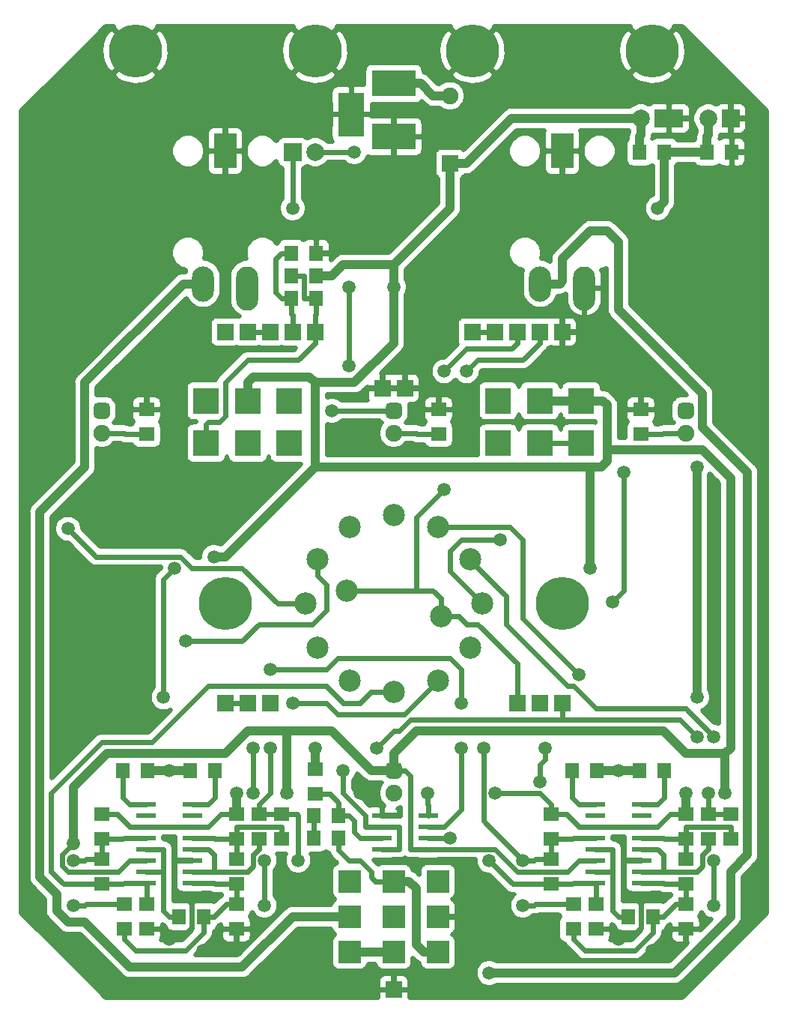
<source format=gbr>
G04 #@! TF.GenerationSoftware,KiCad,Pcbnew,5.1.6-c6e7f7d~87~ubuntu19.10.1*
G04 #@! TF.CreationDate,2021-08-21T16:07:25+06:00*
G04 #@! TF.ProjectId,salty_phaser_r1a,73616c74-795f-4706-9861-7365725f7231,1A*
G04 #@! TF.SameCoordinates,Original*
G04 #@! TF.FileFunction,Copper,L2,Bot*
G04 #@! TF.FilePolarity,Positive*
%FSLAX46Y46*%
G04 Gerber Fmt 4.6, Leading zero omitted, Abs format (unit mm)*
G04 Created by KiCad (PCBNEW 5.1.6-c6e7f7d~87~ubuntu19.10.1) date 2021-08-21 16:07:25*
%MOMM*%
%LPD*%
G01*
G04 APERTURE LIST*
G04 #@! TA.AperFunction,ComponentPad*
%ADD10R,1.900000X1.900000*%
G04 #@! TD*
G04 #@! TA.AperFunction,ComponentPad*
%ADD11R,3.270000X2.000000*%
G04 #@! TD*
G04 #@! TA.AperFunction,ComponentPad*
%ADD12C,2.000000*%
G04 #@! TD*
G04 #@! TA.AperFunction,ComponentPad*
%ADD13R,2.000000X2.000000*%
G04 #@! TD*
G04 #@! TA.AperFunction,ComponentPad*
%ADD14R,5.000000X3.000000*%
G04 #@! TD*
G04 #@! TA.AperFunction,ComponentPad*
%ADD15R,3.000000X5.000000*%
G04 #@! TD*
G04 #@! TA.AperFunction,ComponentPad*
%ADD16C,1.900000*%
G04 #@! TD*
G04 #@! TA.AperFunction,ComponentPad*
%ADD17R,2.500000X4.000000*%
G04 #@! TD*
G04 #@! TA.AperFunction,ComponentPad*
%ADD18O,2.500000X4.000000*%
G04 #@! TD*
G04 #@! TA.AperFunction,ComponentPad*
%ADD19O,2.500000X5.000000*%
G04 #@! TD*
G04 #@! TA.AperFunction,ComponentPad*
%ADD20R,2.500000X2.500000*%
G04 #@! TD*
G04 #@! TA.AperFunction,ComponentPad*
%ADD21R,3.000000X3.000000*%
G04 #@! TD*
G04 #@! TA.AperFunction,ComponentPad*
%ADD22C,2.500000*%
G04 #@! TD*
G04 #@! TA.AperFunction,SMDPad,CuDef*
%ADD23R,1.800000X1.600000*%
G04 #@! TD*
G04 #@! TA.AperFunction,SMDPad,CuDef*
%ADD24R,1.600000X1.800000*%
G04 #@! TD*
G04 #@! TA.AperFunction,ComponentPad*
%ADD25C,6.000000*%
G04 #@! TD*
G04 #@! TA.AperFunction,SMDPad,CuDef*
%ADD26R,2.200000X0.600000*%
G04 #@! TD*
G04 #@! TA.AperFunction,ViaPad*
%ADD27C,1.500000*%
G04 #@! TD*
G04 #@! TA.AperFunction,Conductor*
%ADD28C,1.000000*%
G04 #@! TD*
G04 #@! TA.AperFunction,Conductor*
%ADD29C,0.600000*%
G04 #@! TD*
G04 #@! TA.AperFunction,Conductor*
%ADD30C,1.500000*%
G04 #@! TD*
G04 #@! TA.AperFunction,Conductor*
%ADD31C,0.500000*%
G04 #@! TD*
G04 APERTURE END LIST*
D10*
X119380000Y-170180000D03*
X121920000Y-170180000D03*
X124460000Y-170180000D03*
X88900000Y-170180000D03*
X91440000Y-170180000D03*
X86360000Y-170180000D03*
D11*
X136525000Y-104140000D03*
D12*
X133350000Y-104140000D03*
X140970000Y-104140000D03*
D13*
X143510000Y-104140000D03*
D12*
X96520000Y-107950000D03*
D13*
X93980000Y-107950000D03*
D10*
X93980000Y-128270000D03*
X86360000Y-128270000D03*
X91440000Y-128270000D03*
X88900000Y-128270000D03*
X96520000Y-128270000D03*
X124460000Y-128270000D03*
X121920000Y-128270000D03*
X119380000Y-128270000D03*
X116840000Y-128270000D03*
X114300000Y-128270000D03*
X106680000Y-134620000D03*
X104140000Y-134620000D03*
X105410000Y-202565000D03*
D14*
X105410000Y-106210000D03*
D15*
X100610000Y-103710000D03*
D14*
X105410000Y-100210000D03*
D16*
X138430000Y-139700000D03*
G04 #@! TA.AperFunction,ComponentPad*
G36*
G01*
X138810000Y-138110000D02*
X138050000Y-138110000D01*
G75*
G02*
X137480000Y-137540000I0J570000D01*
G01*
X137480000Y-136780000D01*
G75*
G02*
X138050000Y-136210000I570000J0D01*
G01*
X138810000Y-136210000D01*
G75*
G02*
X139380000Y-136780000I0J-570000D01*
G01*
X139380000Y-137540000D01*
G75*
G02*
X138810000Y-138110000I-570000J0D01*
G01*
G37*
G04 #@! TD.AperFunction*
G04 #@! TA.AperFunction,ComponentPad*
G36*
G01*
X105790000Y-138110000D02*
X105030000Y-138110000D01*
G75*
G02*
X104460000Y-137540000I0J570000D01*
G01*
X104460000Y-136780000D01*
G75*
G02*
X105030000Y-136210000I570000J0D01*
G01*
X105790000Y-136210000D01*
G75*
G02*
X106360000Y-136780000I0J-570000D01*
G01*
X106360000Y-137540000D01*
G75*
G02*
X105790000Y-138110000I-570000J0D01*
G01*
G37*
G04 #@! TD.AperFunction*
X105410000Y-139700000D03*
X72390000Y-139700000D03*
G04 #@! TA.AperFunction,ComponentPad*
G36*
G01*
X72770000Y-138110000D02*
X72010000Y-138110000D01*
G75*
G02*
X71440000Y-137540000I0J570000D01*
G01*
X71440000Y-136780000D01*
G75*
G02*
X72010000Y-136210000I570000J0D01*
G01*
X72770000Y-136210000D01*
G75*
G02*
X73340000Y-136780000I0J-570000D01*
G01*
X73340000Y-137540000D01*
G75*
G02*
X72770000Y-138110000I-570000J0D01*
G01*
G37*
G04 #@! TD.AperFunction*
G04 #@! TA.AperFunction,ComponentPad*
G36*
G01*
X105790000Y-178750000D02*
X105030000Y-178750000D01*
G75*
G02*
X104460000Y-178180000I0J570000D01*
G01*
X104460000Y-177420000D01*
G75*
G02*
X105030000Y-176850000I570000J0D01*
G01*
X105790000Y-176850000D01*
G75*
G02*
X106360000Y-177420000I0J-570000D01*
G01*
X106360000Y-178180000D01*
G75*
G02*
X105790000Y-178750000I-570000J0D01*
G01*
G37*
G04 #@! TD.AperFunction*
X105410000Y-180340000D03*
D17*
X86360000Y-107830000D03*
D18*
X83860000Y-122830000D03*
D19*
X88860000Y-123330000D03*
D17*
X124460000Y-107830000D03*
D18*
X121960000Y-122830000D03*
D19*
X126960000Y-123330000D03*
D16*
X111760000Y-101600000D03*
D10*
X111760000Y-109220000D03*
D20*
X110410000Y-194310000D03*
X110410000Y-198310000D03*
X110410000Y-190310000D03*
X105410000Y-194310000D03*
X105410000Y-198310000D03*
X105410000Y-190310000D03*
X100410000Y-190310000D03*
X100410000Y-194310000D03*
X100410000Y-198310000D03*
D21*
X121920000Y-140830000D03*
X126620000Y-140830000D03*
X117220000Y-140830000D03*
X126620000Y-136030000D03*
X121920000Y-136030000D03*
X117220000Y-136030000D03*
X88900000Y-140830000D03*
X93600000Y-140830000D03*
X84200000Y-140830000D03*
X93600000Y-136030000D03*
X88900000Y-136030000D03*
X84200000Y-136030000D03*
D22*
X100410001Y-167610254D03*
X110722592Y-160373505D03*
X96749746Y-163950000D03*
X100097408Y-157526495D03*
X95410000Y-158950000D03*
X96749746Y-153950001D03*
X100410000Y-150289746D03*
X105410000Y-148950000D03*
X110409999Y-150289746D03*
X114070254Y-153950000D03*
X115410000Y-158950000D03*
X114070254Y-163949999D03*
X110410000Y-167610254D03*
X105410000Y-168950000D03*
D23*
X133350000Y-139830000D03*
X133350000Y-137030000D03*
X110490000Y-139830000D03*
X110490000Y-137030000D03*
X77470000Y-139830000D03*
X77470000Y-137030000D03*
X125730000Y-195710000D03*
X125730000Y-192910000D03*
X123190000Y-190630000D03*
X123190000Y-187830000D03*
X140970000Y-185550000D03*
X140970000Y-182750000D03*
X138430000Y-190630000D03*
X138430000Y-187830000D03*
X138430000Y-195710000D03*
X138430000Y-192910000D03*
X143510000Y-182750000D03*
X143510000Y-185550000D03*
D24*
X125600000Y-177800000D03*
X128400000Y-177800000D03*
X131950000Y-194310000D03*
X134750000Y-194310000D03*
D23*
X123190000Y-182750000D03*
X123190000Y-185550000D03*
X128270000Y-195710000D03*
X128270000Y-192910000D03*
X138430000Y-182750000D03*
X138430000Y-185550000D03*
D24*
X136020000Y-177800000D03*
X133220000Y-177800000D03*
D25*
X124460000Y-158950000D03*
X86360000Y-158950000D03*
D24*
X143640000Y-107950000D03*
X140840000Y-107950000D03*
X136020000Y-107950000D03*
X133220000Y-107950000D03*
X96650000Y-124460000D03*
X93850000Y-124460000D03*
X93850000Y-119380000D03*
X96650000Y-119380000D03*
X96650000Y-121920000D03*
X93850000Y-121920000D03*
D23*
X96520000Y-180470000D03*
X96520000Y-177670000D03*
D24*
X96390000Y-185420000D03*
X99190000Y-185420000D03*
D23*
X77470000Y-192910000D03*
X77470000Y-195710000D03*
X72390000Y-187830000D03*
X72390000Y-190630000D03*
D24*
X77600000Y-177800000D03*
X74800000Y-177800000D03*
D23*
X72390000Y-185550000D03*
X72390000Y-182750000D03*
X74930000Y-192910000D03*
X74930000Y-195710000D03*
X87630000Y-192910000D03*
X87630000Y-195710000D03*
X87630000Y-187830000D03*
X87630000Y-190630000D03*
D24*
X82420000Y-177800000D03*
X85220000Y-177800000D03*
D23*
X87630000Y-185550000D03*
X87630000Y-182750000D03*
X92710000Y-182750000D03*
X92710000Y-185550000D03*
D26*
X109280000Y-186690000D03*
X109280000Y-185420000D03*
X109280000Y-184150000D03*
X109280000Y-182880000D03*
X104080000Y-182880000D03*
X104080000Y-184150000D03*
X104080000Y-185420000D03*
X104080000Y-186690000D03*
X77410000Y-190500000D03*
X77410000Y-189230000D03*
X77410000Y-187960000D03*
X77410000Y-186690000D03*
X82610000Y-190500000D03*
X82610000Y-189230000D03*
X82610000Y-187960000D03*
X82610000Y-186690000D03*
X77410000Y-181610000D03*
X77410000Y-182880000D03*
X77410000Y-184150000D03*
X77410000Y-185420000D03*
X82610000Y-185420000D03*
X82610000Y-184150000D03*
X82610000Y-182880000D03*
X82610000Y-181610000D03*
X133410000Y-181610000D03*
X133410000Y-182880000D03*
X133410000Y-184150000D03*
X133410000Y-185420000D03*
X128210000Y-185420000D03*
X128210000Y-184150000D03*
X128210000Y-182880000D03*
X128210000Y-181610000D03*
X133410000Y-186690000D03*
X133410000Y-187960000D03*
X133410000Y-189230000D03*
X133410000Y-190500000D03*
X128210000Y-186690000D03*
X128210000Y-187960000D03*
X128210000Y-189230000D03*
X128210000Y-190500000D03*
D24*
X96390000Y-182880000D03*
X99190000Y-182880000D03*
X83950000Y-194310000D03*
X81150000Y-194310000D03*
D23*
X90170000Y-182750000D03*
X90170000Y-185550000D03*
D25*
X76200000Y-96520000D03*
X96520000Y-96520000D03*
X114300000Y-96520000D03*
X134620000Y-96520000D03*
D27*
X141605000Y-149860000D03*
X134620000Y-198120000D03*
X130810000Y-196850000D03*
X80010000Y-196850000D03*
X87630000Y-198120000D03*
X83820000Y-198120000D03*
X101600000Y-180340000D03*
X141605000Y-145415000D03*
X69215000Y-163195000D03*
X67310000Y-167005000D03*
X138430000Y-180340000D03*
X109220000Y-180340000D03*
X96520000Y-175260000D03*
X87630000Y-180340000D03*
X139700000Y-169545000D03*
X139700000Y-143510000D03*
X135255000Y-114300000D03*
X116840000Y-180340000D03*
X105410000Y-123190000D03*
X85090000Y-153670000D03*
X127635000Y-154940000D03*
X142875000Y-180340000D03*
X93345000Y-180340000D03*
X139700000Y-173990000D03*
X140970000Y-180340000D03*
X103505000Y-175260000D03*
X99695000Y-177800000D03*
X122555000Y-175260000D03*
X126365000Y-167005000D03*
X121920000Y-179070000D03*
X116205000Y-187960000D03*
X141605000Y-173990000D03*
X117475000Y-151765000D03*
X68580000Y-150495000D03*
X81915000Y-163195000D03*
X94615000Y-187960000D03*
X93980000Y-170180000D03*
X91440000Y-175260000D03*
X111125000Y-146050000D03*
X93980000Y-114300000D03*
X100330000Y-132080000D03*
X100330000Y-123190000D03*
X120015000Y-187960000D03*
X115570000Y-175260000D03*
X120015000Y-193040000D03*
X98425000Y-137160000D03*
X130810000Y-177800000D03*
X80010000Y-177800000D03*
X116205000Y-200660000D03*
X111125000Y-132715000D03*
X113665000Y-132715000D03*
X141605000Y-187960000D03*
X141605000Y-193040000D03*
X130175000Y-158750000D03*
X131445000Y-144145000D03*
X80645000Y-154940000D03*
X79375000Y-169545000D03*
X90805000Y-187960000D03*
X90805000Y-193040000D03*
X69215000Y-187960000D03*
X69215000Y-193040000D03*
X111760000Y-185420000D03*
X89535000Y-180340000D03*
X89535000Y-175260000D03*
X91440000Y-166370000D03*
X113030000Y-175260000D03*
X113030000Y-170180000D03*
X100965000Y-107950000D03*
D28*
X63500000Y-132080000D02*
X63500000Y-104140000D01*
D29*
X82550000Y-195580000D02*
X82550000Y-192405000D01*
X81915000Y-196215000D02*
X82550000Y-195580000D01*
X133350000Y-195580000D02*
X133350000Y-192405000D01*
X132715000Y-196215000D02*
X133350000Y-195580000D01*
D28*
X138430000Y-182750000D02*
X138430000Y-180340000D01*
D29*
X123190000Y-182750000D02*
X124965000Y-182750000D01*
X128210000Y-184150000D02*
X126365000Y-184150000D01*
X136655000Y-182750000D02*
X135255000Y-184150000D01*
X133410000Y-184150000D02*
X128210000Y-184150000D01*
X124965000Y-182750000D02*
X126365000Y-184150000D01*
X133410000Y-184150000D02*
X135255000Y-184150000D01*
X138430000Y-182750000D02*
X136655000Y-182750000D01*
X82610000Y-184150000D02*
X77410000Y-184150000D01*
X87630000Y-182750000D02*
X85855000Y-182750000D01*
X85855000Y-182750000D02*
X84455000Y-184150000D01*
X82610000Y-184150000D02*
X84455000Y-184150000D01*
X77410000Y-184150000D02*
X75565000Y-184150000D01*
X74165000Y-182750000D02*
X75565000Y-184150000D01*
X72390000Y-182750000D02*
X74165000Y-182750000D01*
D28*
X87630000Y-182750000D02*
X87630000Y-180340000D01*
X96520000Y-177670000D02*
X96520000Y-175260000D01*
D29*
X109280000Y-182880000D02*
X109280000Y-181670000D01*
X109220000Y-181610000D02*
X109220000Y-180340000D01*
X109280000Y-181670000D02*
X109220000Y-181610000D01*
D28*
X139700000Y-143510000D02*
X139700000Y-169545000D01*
D29*
X123190000Y-181610000D02*
X123190000Y-182750000D01*
X121920000Y-180340000D02*
X123190000Y-181610000D01*
X116840000Y-180340000D02*
X121920000Y-180340000D01*
D28*
X140840000Y-107950000D02*
X140840000Y-106175000D01*
X140970000Y-106045000D02*
X140840000Y-106175000D01*
X140970000Y-104140000D02*
X140970000Y-106045000D01*
X136020000Y-107950000D02*
X140840000Y-107950000D01*
X136020000Y-113535000D02*
X135255000Y-114300000D01*
X136020000Y-107950000D02*
X136020000Y-113535000D01*
X133220000Y-107950000D02*
X133220000Y-106175000D01*
X133350000Y-104140000D02*
X133350000Y-106045000D01*
D30*
X69215000Y-186055000D02*
X69215000Y-186055000D01*
D29*
X109280000Y-186690000D02*
X107315000Y-186690000D01*
X107315000Y-186690000D02*
X107315000Y-178435000D01*
X106680000Y-177800000D02*
X107315000Y-178435000D01*
X105410000Y-177800000D02*
X106680000Y-177800000D01*
X68580000Y-189230000D02*
X67945000Y-188595000D01*
X74295000Y-189230000D02*
X68580000Y-189230000D01*
X75565000Y-187960000D02*
X74295000Y-189230000D01*
X77410000Y-187960000D02*
X75565000Y-187960000D01*
D28*
X95885000Y-133350000D02*
X96520000Y-133985000D01*
X98425000Y-121920000D02*
X96650000Y-121920000D01*
X105410000Y-120650000D02*
X99695000Y-120650000D01*
X99695000Y-120650000D02*
X98425000Y-121920000D01*
X89535000Y-133350000D02*
X88900000Y-133985000D01*
X88900000Y-136030000D02*
X88900000Y-133985000D01*
X89535000Y-133350000D02*
X95885000Y-133350000D01*
X105410000Y-120650000D02*
X111760000Y-114300000D01*
X111760000Y-109220000D02*
X111760000Y-114300000D01*
X127635000Y-154940000D02*
X127635000Y-143510000D01*
X128905000Y-143510000D02*
X129540000Y-142875000D01*
X129540000Y-142875000D02*
X129540000Y-141605000D01*
X127635000Y-143510000D02*
X128905000Y-143510000D01*
X143510000Y-144780000D02*
X143510000Y-175260000D01*
X140335000Y-141605000D02*
X143510000Y-144780000D01*
X143510000Y-175260000D02*
X142875000Y-175895000D01*
X129540000Y-141605000D02*
X140335000Y-141605000D01*
X96520000Y-143510000D02*
X127635000Y-143510000D01*
X96520000Y-143510000D02*
X96520000Y-133985000D01*
X96520000Y-143510000D02*
X86360000Y-153670000D01*
X85090000Y-153670000D02*
X86360000Y-153670000D01*
X142875000Y-175895000D02*
X142875000Y-180340000D01*
X138430000Y-175895000D02*
X142875000Y-175895000D01*
X107950000Y-173355000D02*
X135890000Y-173355000D01*
X135890000Y-173355000D02*
X138430000Y-175895000D01*
X105410000Y-175895000D02*
X107950000Y-173355000D01*
X105410000Y-177800000D02*
X105410000Y-175895000D01*
D29*
X126365000Y-187960000D02*
X128210000Y-187960000D01*
X125095000Y-189230000D02*
X126365000Y-187960000D01*
X119380000Y-189230000D02*
X125095000Y-189230000D01*
X116840000Y-186690000D02*
X119380000Y-189230000D01*
X109280000Y-186690000D02*
X116840000Y-186690000D01*
D28*
X93345000Y-173355000D02*
X93345000Y-180340000D01*
X86360000Y-175895000D02*
X88900000Y-173355000D01*
X73025000Y-175895000D02*
X86360000Y-175895000D01*
X93345000Y-173355000D02*
X88900000Y-173355000D01*
D29*
X67945000Y-187325000D02*
X69215000Y-186055000D01*
X67945000Y-188595000D02*
X67945000Y-187325000D01*
D28*
X69215000Y-179705000D02*
X69215000Y-186055000D01*
X73025000Y-175895000D02*
X69215000Y-179705000D01*
X102870000Y-177800000D02*
X105410000Y-177800000D01*
X98425000Y-173355000D02*
X102870000Y-177800000D01*
X93345000Y-173355000D02*
X98425000Y-173355000D01*
X105410000Y-129540000D02*
X105410000Y-123190000D01*
X100965000Y-133985000D02*
X105410000Y-129540000D01*
X96520000Y-133985000D02*
X100965000Y-133985000D01*
X105410000Y-120650000D02*
X105410000Y-123190000D01*
X113665000Y-109220000D02*
X111760000Y-109220000D01*
X118745000Y-104140000D02*
X113665000Y-109220000D01*
X133350000Y-104140000D02*
X118745000Y-104140000D01*
X121920000Y-136030000D02*
X126620000Y-136030000D01*
X126620000Y-136030000D02*
X129045000Y-136030000D01*
X129045000Y-136030000D02*
X129540000Y-136525000D01*
X129540000Y-141605000D02*
X129540000Y-136525000D01*
D29*
X143510000Y-182750000D02*
X140970000Y-182750000D01*
X106045000Y-184150000D02*
X106045000Y-186690000D01*
X124460000Y-170180000D02*
X124460000Y-172085000D01*
X104080000Y-184150000D02*
X106045000Y-184150000D01*
X104080000Y-186690000D02*
X106045000Y-186690000D01*
X139700000Y-173990000D02*
X137795000Y-172085000D01*
X137795000Y-172085000D02*
X124460000Y-172085000D01*
X140970000Y-182750000D02*
X140970000Y-180340000D01*
X107315000Y-172085000D02*
X124460000Y-172085000D01*
X103505000Y-175260000D02*
X105410000Y-173355000D01*
X105410000Y-173355000D02*
X106045000Y-173355000D01*
X106045000Y-173355000D02*
X107315000Y-172085000D01*
X102235000Y-184150000D02*
X104080000Y-184150000D01*
X102235000Y-182880000D02*
X102235000Y-184150000D01*
X99695000Y-180340000D02*
X102235000Y-182880000D01*
X99695000Y-177800000D02*
X99695000Y-180340000D01*
X128210000Y-190500000D02*
X125730000Y-190500000D01*
X123190000Y-190630000D02*
X125600000Y-190630000D01*
X128270000Y-192910000D02*
X128270000Y-190500000D01*
X125600000Y-190630000D02*
X125730000Y-190500000D01*
X120015000Y-160655000D02*
X126365000Y-167005000D01*
X120015000Y-151765000D02*
X120015000Y-160655000D01*
X118539746Y-150289746D02*
X120015000Y-151765000D01*
X110409999Y-150289746D02*
X118539746Y-150289746D01*
X118875000Y-190630000D02*
X116205000Y-187960000D01*
X123190000Y-190630000D02*
X118875000Y-190630000D01*
X122555000Y-175260000D02*
X122555000Y-176530000D01*
X121920000Y-177165000D02*
X121920000Y-179070000D01*
X122555000Y-176530000D02*
X121920000Y-177165000D01*
X138430000Y-170815000D02*
X141605000Y-173990000D01*
X125730000Y-168275000D02*
X128270000Y-170815000D01*
X125095000Y-168275000D02*
X125730000Y-168275000D01*
X118110000Y-161290000D02*
X125095000Y-168275000D01*
X118110000Y-158115000D02*
X118110000Y-161290000D01*
X128270000Y-170815000D02*
X138430000Y-170815000D01*
X114070254Y-154075254D02*
X118110000Y-158115000D01*
X114070254Y-153950000D02*
X114070254Y-154075254D01*
X111760000Y-153035000D02*
X113030000Y-151765000D01*
X111760000Y-155300000D02*
X111760000Y-153035000D01*
X113030000Y-151765000D02*
X117475000Y-151765000D01*
X115410000Y-158950000D02*
X111760000Y-155300000D01*
X92275000Y-158950000D02*
X95410000Y-158950000D01*
X88265000Y-154940000D02*
X92275000Y-158950000D01*
X82550000Y-154940000D02*
X88265000Y-154940000D01*
X81280000Y-153670000D02*
X82550000Y-154940000D01*
X71755000Y-153670000D02*
X81280000Y-153670000D01*
X68580000Y-150495000D02*
X71755000Y-153670000D01*
X96749746Y-153950001D02*
X96800001Y-153950001D01*
X88265000Y-163195000D02*
X81915000Y-163195000D01*
X90170000Y-161290000D02*
X88265000Y-163195000D01*
X96202500Y-161290000D02*
X90170000Y-161290000D01*
X97790000Y-156845000D02*
X97790000Y-159702500D01*
X96749746Y-155804746D02*
X97790000Y-156845000D01*
X97790000Y-159702500D02*
X96202500Y-161290000D01*
X96749746Y-153950001D02*
X96749746Y-155804746D01*
X92710000Y-182750000D02*
X90170000Y-182750000D01*
X94615000Y-182880000D02*
X94615000Y-187960000D01*
X94485000Y-182750000D02*
X94615000Y-182880000D01*
X92710000Y-182750000D02*
X94485000Y-182750000D01*
X110410000Y-167610254D02*
X106570254Y-171450000D01*
X93980000Y-170180000D02*
X97790000Y-170180000D01*
X97790000Y-170180000D02*
X99060000Y-171450000D01*
X106570254Y-171450000D02*
X99060000Y-171450000D01*
X90170000Y-181610000D02*
X90170000Y-182750000D01*
X91440000Y-180340000D02*
X90170000Y-181610000D01*
X91440000Y-175260000D02*
X91440000Y-180340000D01*
X119380000Y-165735000D02*
X119380000Y-170180000D01*
X114935000Y-161290000D02*
X119380000Y-165735000D01*
X113665000Y-161290000D02*
X114935000Y-161290000D01*
X112748505Y-160373505D02*
X113665000Y-161290000D01*
X110722592Y-160373505D02*
X112748505Y-160373505D01*
X107950000Y-149225000D02*
X111125000Y-146050000D01*
X102188505Y-157526495D02*
X102235000Y-157480000D01*
X102235000Y-157480000D02*
X107950000Y-157480000D01*
X107950000Y-157480000D02*
X107950000Y-149225000D01*
X100097408Y-157526495D02*
X102188505Y-157526495D01*
X110722592Y-160373505D02*
X110722592Y-158347592D01*
X109855000Y-157480000D02*
X107950000Y-157480000D01*
X110722592Y-158347592D02*
X109855000Y-157480000D01*
X93980000Y-107950000D02*
X93980000Y-114300000D01*
X100330000Y-123190000D02*
X100330000Y-132080000D01*
X121415000Y-187830000D02*
X121285000Y-187960000D01*
X123190000Y-187830000D02*
X121415000Y-187830000D01*
X121285000Y-187960000D02*
X120015000Y-187960000D01*
X125600000Y-185550000D02*
X125730000Y-185420000D01*
X128210000Y-185420000D02*
X125730000Y-185420000D01*
X123190000Y-185550000D02*
X123190000Y-187830000D01*
X123190000Y-185550000D02*
X125600000Y-185550000D01*
X115570000Y-183515000D02*
X120015000Y-187960000D01*
X115570000Y-175260000D02*
X115570000Y-183515000D01*
X120015000Y-193040000D02*
X121285000Y-193040000D01*
X121285000Y-193040000D02*
X121415000Y-192910000D01*
X121415000Y-192910000D02*
X125730000Y-192910000D01*
X121920000Y-140830000D02*
X126620000Y-140830000D01*
X77470000Y-192910000D02*
X77470000Y-190500000D01*
X72390000Y-190630000D02*
X74800000Y-190630000D01*
X74800000Y-190630000D02*
X74930000Y-190500000D01*
X77410000Y-190500000D02*
X74930000Y-190500000D01*
X102830000Y-168950000D02*
X105410000Y-168950000D01*
X101600000Y-170180000D02*
X102830000Y-168950000D01*
X99695000Y-170180000D02*
X101600000Y-170180000D01*
X84455000Y-168275000D02*
X97790000Y-168275000D01*
X72390000Y-174625000D02*
X78105000Y-174625000D01*
X66675000Y-180340000D02*
X72390000Y-174625000D01*
X66675000Y-189230000D02*
X66675000Y-180340000D01*
X97790000Y-168275000D02*
X99695000Y-170180000D01*
X68075000Y-190630000D02*
X66675000Y-189230000D01*
X78105000Y-174625000D02*
X84455000Y-168275000D01*
X72390000Y-190630000D02*
X68075000Y-190630000D01*
X105410000Y-137160000D02*
X98425000Y-137160000D01*
D28*
X130810000Y-177800000D02*
X128400000Y-177800000D01*
X133220000Y-177800000D02*
X130810000Y-177800000D01*
X82420000Y-177800000D02*
X80010000Y-177800000D01*
X80010000Y-177800000D02*
X77600000Y-177800000D01*
X105410000Y-190310000D02*
X107125000Y-190310000D01*
X107125000Y-190310000D02*
X107950000Y-191135000D01*
X110410000Y-198310000D02*
X108775000Y-198310000D01*
X108775000Y-198310000D02*
X107950000Y-197485000D01*
X107950000Y-191135000D02*
X107950000Y-197485000D01*
D29*
X102870000Y-189865000D02*
X103315000Y-190310000D01*
X102870000Y-189230000D02*
X102870000Y-189865000D01*
X101600000Y-187960000D02*
X102870000Y-189230000D01*
X100330000Y-187960000D02*
X101600000Y-187960000D01*
X99190000Y-186820000D02*
X100330000Y-187960000D01*
X103315000Y-190310000D02*
X105410000Y-190310000D01*
X99190000Y-185420000D02*
X99190000Y-186820000D01*
X114300000Y-128270000D02*
X116840000Y-128270000D01*
X96650000Y-124460000D02*
X96650000Y-126235000D01*
X96650000Y-126235000D02*
X96520000Y-126365000D01*
X96520000Y-126365000D02*
X96520000Y-128270000D01*
X93850000Y-121920000D02*
X95250000Y-121920000D01*
X95250000Y-121920000D02*
X95250000Y-124460000D01*
X96650000Y-124460000D02*
X95250000Y-124460000D01*
X96520000Y-129540000D02*
X96520000Y-128270000D01*
X94615000Y-131445000D02*
X96520000Y-129540000D01*
X86360000Y-137795000D02*
X86360000Y-133985000D01*
X85725000Y-138430000D02*
X86360000Y-137795000D01*
X84455000Y-138430000D02*
X85725000Y-138430000D01*
X88900000Y-131445000D02*
X94615000Y-131445000D01*
X84200000Y-138685000D02*
X84455000Y-138430000D01*
X86360000Y-133985000D02*
X88900000Y-131445000D01*
X84200000Y-140830000D02*
X84200000Y-138685000D01*
D28*
X116205000Y-200660000D02*
X137160000Y-200660000D01*
X137160000Y-200660000D02*
X143510000Y-194310000D01*
X124185000Y-122830000D02*
X121960000Y-122830000D01*
X127635000Y-116840000D02*
X124460000Y-120015000D01*
X143510000Y-194310000D02*
X143510000Y-189230000D01*
X143510000Y-189230000D02*
X145415000Y-187325000D01*
X145415000Y-187325000D02*
X145415000Y-144145000D01*
X145415000Y-144145000D02*
X140335000Y-139065000D01*
X140335000Y-139065000D02*
X140335000Y-135255000D01*
X140335000Y-135255000D02*
X130810000Y-125730000D01*
X124460000Y-122555000D02*
X124185000Y-122830000D01*
X130810000Y-125730000D02*
X130810000Y-118110000D01*
X129540000Y-116840000D02*
X127635000Y-116840000D01*
X130810000Y-118110000D02*
X129540000Y-116840000D01*
X124460000Y-120015000D02*
X124460000Y-122555000D01*
X100410000Y-198310000D02*
X105410000Y-198310000D01*
X81640000Y-122830000D02*
X83860000Y-122830000D01*
X70485000Y-133985000D02*
X81640000Y-122830000D01*
X67310000Y-193675000D02*
X67310000Y-191770000D01*
X65405000Y-189865000D02*
X65405000Y-148590000D01*
X68580000Y-194945000D02*
X67310000Y-193675000D01*
X70485000Y-194945000D02*
X68580000Y-194945000D01*
X70485000Y-143510000D02*
X70485000Y-133985000D01*
X65405000Y-148590000D02*
X70485000Y-143510000D01*
X75565000Y-200025000D02*
X70485000Y-194945000D01*
X67310000Y-191770000D02*
X65405000Y-189865000D01*
X88265000Y-200025000D02*
X75565000Y-200025000D01*
X93980000Y-194310000D02*
X88265000Y-200025000D01*
X100410000Y-194310000D02*
X93980000Y-194310000D01*
D29*
X119380000Y-129540000D02*
X119380000Y-128270000D01*
X118745000Y-130175000D02*
X119380000Y-129540000D01*
X111125000Y-132715000D02*
X113665000Y-130175000D01*
X113665000Y-130175000D02*
X118745000Y-130175000D01*
X114935000Y-131445000D02*
X113665000Y-132715000D01*
X120015000Y-131445000D02*
X114935000Y-131445000D01*
X121920000Y-129540000D02*
X120015000Y-131445000D01*
X121920000Y-128270000D02*
X121920000Y-129540000D01*
X93850000Y-124460000D02*
X93850000Y-126235000D01*
X93850000Y-126235000D02*
X93980000Y-126365000D01*
X93980000Y-126365000D02*
X93980000Y-128270000D01*
X93850000Y-119380000D02*
X92710000Y-119380000D01*
X92710000Y-119380000D02*
X92075000Y-120015000D01*
X93850000Y-124460000D02*
X92710000Y-124460000D01*
X92710000Y-124460000D02*
X92075000Y-123825000D01*
X92075000Y-120015000D02*
X92075000Y-123825000D01*
X139700000Y-189230000D02*
X135890000Y-189230000D01*
X140335000Y-188595000D02*
X140335000Y-187325000D01*
X140335000Y-187325000D02*
X140970000Y-186690000D01*
X139700000Y-189230000D02*
X140335000Y-188595000D01*
X140970000Y-185550000D02*
X140970000Y-186690000D01*
X135890000Y-189230000D02*
X133410000Y-189230000D01*
X135255000Y-186690000D02*
X135890000Y-187325000D01*
X135890000Y-187325000D02*
X135890000Y-189230000D01*
X133410000Y-186690000D02*
X135255000Y-186690000D01*
X131950000Y-194310000D02*
X130810000Y-194310000D01*
X130175000Y-186690000D02*
X130175000Y-189230000D01*
X128210000Y-189230000D02*
X130175000Y-189230000D01*
X130810000Y-194310000D02*
X130175000Y-193675000D01*
X128210000Y-186690000D02*
X130175000Y-186690000D01*
X130175000Y-189230000D02*
X130175000Y-193675000D01*
X125730000Y-195710000D02*
X125730000Y-196850000D01*
X127000000Y-198120000D02*
X132715000Y-198120000D01*
X132715000Y-198120000D02*
X134750000Y-196085000D01*
X125730000Y-196850000D02*
X127000000Y-198120000D01*
X138430000Y-190630000D02*
X136020000Y-190630000D01*
X137290000Y-192910000D02*
X135890000Y-194310000D01*
X138430000Y-190630000D02*
X138430000Y-192910000D01*
X134750000Y-194310000D02*
X135890000Y-194310000D01*
X138430000Y-192910000D02*
X137290000Y-192910000D01*
X135890000Y-190500000D02*
X136020000Y-190630000D01*
X133410000Y-190500000D02*
X135890000Y-190500000D01*
X134750000Y-196085000D02*
X134750000Y-194310000D01*
X133410000Y-181610000D02*
X135255000Y-181610000D01*
X136020000Y-177800000D02*
X136020000Y-180845000D01*
X136020000Y-180845000D02*
X135255000Y-181610000D01*
X143510000Y-185550000D02*
X143510000Y-184150000D01*
X138430000Y-185550000D02*
X138430000Y-184150000D01*
X138430000Y-184150000D02*
X143510000Y-184150000D01*
X135890000Y-185420000D02*
X136020000Y-185550000D01*
X133410000Y-185420000D02*
X135890000Y-185420000D01*
X138430000Y-185550000D02*
X138430000Y-187830000D01*
X136020000Y-185550000D02*
X138430000Y-185550000D01*
X125600000Y-180845000D02*
X126365000Y-181610000D01*
X128210000Y-181610000D02*
X126365000Y-181610000D01*
X125600000Y-177800000D02*
X125600000Y-180845000D01*
X141605000Y-187960000D02*
X141605000Y-193040000D01*
X131445000Y-157480000D02*
X130175000Y-158750000D01*
X131445000Y-144145000D02*
X131445000Y-157480000D01*
X79375000Y-156210000D02*
X80645000Y-154940000D01*
X79375000Y-169545000D02*
X79375000Y-156210000D01*
X90805000Y-187960000D02*
X90805000Y-193040000D01*
X88900000Y-189230000D02*
X85090000Y-189230000D01*
X89535000Y-188595000D02*
X89535000Y-187325000D01*
X89535000Y-187325000D02*
X90170000Y-186690000D01*
X88900000Y-189230000D02*
X89535000Y-188595000D01*
X90170000Y-185550000D02*
X90170000Y-186690000D01*
X82610000Y-186690000D02*
X84455000Y-186690000D01*
X85090000Y-187325000D02*
X85090000Y-189230000D01*
X84455000Y-186690000D02*
X85090000Y-187325000D01*
X85090000Y-189230000D02*
X82610000Y-189230000D01*
X77410000Y-186690000D02*
X79375000Y-186690000D01*
X77410000Y-189230000D02*
X79375000Y-189230000D01*
X79375000Y-186690000D02*
X79375000Y-189230000D01*
X81150000Y-194310000D02*
X80010000Y-194310000D01*
X80010000Y-194310000D02*
X79375000Y-193675000D01*
X79375000Y-189230000D02*
X79375000Y-193675000D01*
X87630000Y-190630000D02*
X87630000Y-192910000D01*
X87630000Y-190630000D02*
X85220000Y-190630000D01*
X85090000Y-190500000D02*
X85220000Y-190630000D01*
X82610000Y-190500000D02*
X85090000Y-190500000D01*
X87630000Y-192910000D02*
X86490000Y-192910000D01*
X86490000Y-192910000D02*
X85090000Y-194310000D01*
X83950000Y-194310000D02*
X85090000Y-194310000D01*
X83950000Y-196085000D02*
X83950000Y-194310000D01*
X81915000Y-198120000D02*
X83950000Y-196085000D01*
X76200000Y-198120000D02*
X81915000Y-198120000D01*
X74930000Y-196850000D02*
X76200000Y-198120000D01*
X74930000Y-195710000D02*
X74930000Y-196850000D01*
X82610000Y-181610000D02*
X84455000Y-181610000D01*
X85220000Y-180845000D02*
X84455000Y-181610000D01*
X85220000Y-177800000D02*
X85220000Y-180845000D01*
X92710000Y-185550000D02*
X92710000Y-184150000D01*
X87630000Y-185550000D02*
X87630000Y-184150000D01*
X87630000Y-184150000D02*
X92710000Y-184150000D01*
X87630000Y-185550000D02*
X87630000Y-187830000D01*
X85220000Y-185550000D02*
X87630000Y-185550000D01*
X85090000Y-185420000D02*
X85220000Y-185550000D01*
X82610000Y-185420000D02*
X85090000Y-185420000D01*
X72390000Y-185550000D02*
X72390000Y-187830000D01*
X72390000Y-185550000D02*
X74800000Y-185550000D01*
X74800000Y-185550000D02*
X74930000Y-185420000D01*
X77410000Y-185420000D02*
X74930000Y-185420000D01*
X70485000Y-187960000D02*
X69215000Y-187960000D01*
X70615000Y-187830000D02*
X70485000Y-187960000D01*
X72390000Y-187830000D02*
X70615000Y-187830000D01*
X70615000Y-192910000D02*
X74930000Y-192910000D01*
X70485000Y-193040000D02*
X70615000Y-192910000D01*
X69215000Y-193040000D02*
X70485000Y-193040000D01*
X77410000Y-181610000D02*
X75565000Y-181610000D01*
X74800000Y-180845000D02*
X75565000Y-181610000D01*
X74800000Y-177800000D02*
X74800000Y-180845000D01*
X88900000Y-170180000D02*
X86360000Y-170180000D01*
X111760000Y-185420000D02*
X109280000Y-185420000D01*
X89535000Y-180340000D02*
X89535000Y-175260000D01*
X111125000Y-184150000D02*
X109280000Y-184150000D01*
X113030000Y-182245000D02*
X111125000Y-184150000D01*
X113030000Y-175260000D02*
X113030000Y-182245000D01*
X97790000Y-166370000D02*
X91440000Y-166370000D01*
X99060000Y-165100000D02*
X97790000Y-166370000D01*
X111760000Y-165100000D02*
X99060000Y-165100000D01*
X113030000Y-166370000D02*
X111760000Y-165100000D01*
X113030000Y-170180000D02*
X113030000Y-166370000D01*
X96390000Y-182880000D02*
X96390000Y-185420000D01*
X100330000Y-182880000D02*
X100965000Y-183515000D01*
X99190000Y-182880000D02*
X100330000Y-182880000D01*
X100965000Y-184785000D02*
X101600000Y-185420000D01*
X100965000Y-183515000D02*
X100965000Y-184785000D01*
X104080000Y-185420000D02*
X101600000Y-185420000D01*
X98180000Y-180470000D02*
X99190000Y-181480000D01*
X96520000Y-180470000D02*
X98180000Y-180470000D01*
X99190000Y-182880000D02*
X99190000Y-181480000D01*
D28*
X105410000Y-100210000D02*
X108465000Y-100210000D01*
X108465000Y-100210000D02*
X109855000Y-101600000D01*
X109855000Y-101600000D02*
X111760000Y-101600000D01*
D29*
X96520000Y-107950000D02*
X100965000Y-107950000D01*
X88900000Y-128270000D02*
X91440000Y-128270000D01*
X77470000Y-139830000D02*
X75060000Y-139830000D01*
X74930000Y-139700000D02*
X72390000Y-139700000D01*
X75060000Y-139830000D02*
X74930000Y-139700000D01*
X107950000Y-139700000D02*
X105410000Y-139700000D01*
X108080000Y-139830000D02*
X107950000Y-139700000D01*
X110490000Y-139830000D02*
X108080000Y-139830000D01*
X133350000Y-139830000D02*
X135760000Y-139830000D01*
X135890000Y-139700000D02*
X135760000Y-139830000D01*
X138430000Y-139700000D02*
X135890000Y-139700000D01*
D31*
G36*
X73650324Y-93899613D02*
G01*
X76200000Y-96449289D01*
X78749676Y-93899613D01*
X78667651Y-93760000D01*
X94052349Y-93760000D01*
X93970324Y-93899613D01*
X96520000Y-96449289D01*
X99069676Y-93899613D01*
X98987651Y-93760000D01*
X111832349Y-93760000D01*
X111750324Y-93899613D01*
X114300000Y-96449289D01*
X116849676Y-93899613D01*
X116767651Y-93760000D01*
X132152349Y-93760000D01*
X132070324Y-93899613D01*
X134620000Y-96449289D01*
X137169676Y-93899613D01*
X137087651Y-93760000D01*
X137995077Y-93760000D01*
X147540000Y-103304924D01*
X147540001Y-193875075D01*
X137995077Y-203420000D01*
X107213545Y-203420000D01*
X107210000Y-202827500D01*
X106997500Y-202615000D01*
X105460000Y-202615000D01*
X105460000Y-202635000D01*
X105360000Y-202635000D01*
X105360000Y-202615000D01*
X103822500Y-202615000D01*
X103610000Y-202827500D01*
X103606455Y-203420000D01*
X72824924Y-203420000D01*
X71019924Y-201615000D01*
X103605887Y-201615000D01*
X103610000Y-202302500D01*
X103822500Y-202515000D01*
X105360000Y-202515000D01*
X105360000Y-200977500D01*
X105460000Y-200977500D01*
X105460000Y-202515000D01*
X106997500Y-202515000D01*
X107210000Y-202302500D01*
X107214113Y-201615000D01*
X107197701Y-201448371D01*
X107149098Y-201288145D01*
X107070169Y-201140480D01*
X106963949Y-201011051D01*
X106834520Y-200904831D01*
X106686855Y-200825902D01*
X106526629Y-200777299D01*
X106360000Y-200760887D01*
X105672500Y-200765000D01*
X105460000Y-200977500D01*
X105360000Y-200977500D01*
X105147500Y-200765000D01*
X104460000Y-200760887D01*
X104293371Y-200777299D01*
X104133145Y-200825902D01*
X103985480Y-200904831D01*
X103856051Y-201011051D01*
X103749831Y-201140480D01*
X103670902Y-201288145D01*
X103622299Y-201448371D01*
X103605887Y-201615000D01*
X71019924Y-201615000D01*
X63280000Y-193875077D01*
X63280000Y-148590000D01*
X64048468Y-148590000D01*
X64055001Y-148656329D01*
X64055000Y-189798681D01*
X64048468Y-189865000D01*
X64055000Y-189931319D01*
X64055000Y-189931320D01*
X64074533Y-190129645D01*
X64151728Y-190384121D01*
X64181346Y-190439533D01*
X64277085Y-190618649D01*
X64403510Y-190772698D01*
X64403513Y-190772701D01*
X64445787Y-190824212D01*
X64497299Y-190866487D01*
X65960001Y-192329189D01*
X65960000Y-193608680D01*
X65953468Y-193675000D01*
X65960000Y-193741319D01*
X65960000Y-193741320D01*
X65979533Y-193939645D01*
X66056728Y-194194121D01*
X66059780Y-194199831D01*
X66182085Y-194428649D01*
X66308510Y-194582698D01*
X66308513Y-194582701D01*
X66350787Y-194634212D01*
X66402299Y-194676487D01*
X67578513Y-195852702D01*
X67620787Y-195904213D01*
X67672298Y-195946487D01*
X67672301Y-195946490D01*
X67826350Y-196072915D01*
X67951707Y-196139919D01*
X68060878Y-196198272D01*
X68315354Y-196275467D01*
X68513679Y-196295000D01*
X68513688Y-196295000D01*
X68579999Y-196301531D01*
X68646310Y-196295000D01*
X69925812Y-196295000D01*
X74563513Y-200932702D01*
X74605787Y-200984213D01*
X74657298Y-201026487D01*
X74657301Y-201026490D01*
X74811350Y-201152915D01*
X74936707Y-201219919D01*
X75045878Y-201278272D01*
X75300354Y-201355467D01*
X75498679Y-201375000D01*
X75498681Y-201375000D01*
X75565000Y-201381532D01*
X75631319Y-201375000D01*
X88198681Y-201375000D01*
X88265000Y-201381532D01*
X88331319Y-201375000D01*
X88331321Y-201375000D01*
X88529646Y-201355467D01*
X88784122Y-201278272D01*
X89018649Y-201152915D01*
X89224213Y-200984213D01*
X89266491Y-200932697D01*
X94539188Y-195660000D01*
X98315737Y-195660000D01*
X98322300Y-195726629D01*
X98370903Y-195886855D01*
X98449832Y-196034519D01*
X98556052Y-196163948D01*
X98685481Y-196270168D01*
X98760001Y-196310000D01*
X98685481Y-196349832D01*
X98556052Y-196456052D01*
X98449832Y-196585481D01*
X98370903Y-196733145D01*
X98322300Y-196893371D01*
X98305888Y-197060000D01*
X98305888Y-199560000D01*
X98322300Y-199726629D01*
X98370903Y-199886855D01*
X98449832Y-200034519D01*
X98556052Y-200163948D01*
X98685481Y-200270168D01*
X98833145Y-200349097D01*
X98993371Y-200397700D01*
X99160000Y-200414112D01*
X101660000Y-200414112D01*
X101826629Y-200397700D01*
X101986855Y-200349097D01*
X102134519Y-200270168D01*
X102263948Y-200163948D01*
X102370168Y-200034519D01*
X102449097Y-199886855D01*
X102497700Y-199726629D01*
X102504263Y-199660000D01*
X103315737Y-199660000D01*
X103322300Y-199726629D01*
X103370903Y-199886855D01*
X103449832Y-200034519D01*
X103556052Y-200163948D01*
X103685481Y-200270168D01*
X103833145Y-200349097D01*
X103993371Y-200397700D01*
X104160000Y-200414112D01*
X106660000Y-200414112D01*
X106826629Y-200397700D01*
X106986855Y-200349097D01*
X107134519Y-200270168D01*
X107263948Y-200163948D01*
X107370168Y-200034519D01*
X107449097Y-199886855D01*
X107497700Y-199726629D01*
X107514112Y-199560000D01*
X107514112Y-198958300D01*
X107773509Y-199217697D01*
X107815787Y-199269213D01*
X107867302Y-199311490D01*
X108021350Y-199437915D01*
X108146707Y-199504919D01*
X108255878Y-199563272D01*
X108307760Y-199579010D01*
X108322300Y-199726629D01*
X108370903Y-199886855D01*
X108449832Y-200034519D01*
X108556052Y-200163948D01*
X108685481Y-200270168D01*
X108833145Y-200349097D01*
X108993371Y-200397700D01*
X109160000Y-200414112D01*
X111660000Y-200414112D01*
X111826629Y-200397700D01*
X111986855Y-200349097D01*
X112134519Y-200270168D01*
X112263948Y-200163948D01*
X112370168Y-200034519D01*
X112449097Y-199886855D01*
X112497700Y-199726629D01*
X112514112Y-199560000D01*
X112514112Y-197060000D01*
X112497700Y-196893371D01*
X112449097Y-196733145D01*
X112370168Y-196585481D01*
X112263948Y-196456052D01*
X112134519Y-196349832D01*
X112060001Y-196310001D01*
X112134520Y-196270169D01*
X112263949Y-196163949D01*
X112370169Y-196034520D01*
X112449098Y-195886855D01*
X112497701Y-195726629D01*
X112514113Y-195560000D01*
X112510000Y-194572500D01*
X112297500Y-194360000D01*
X110460000Y-194360000D01*
X110460000Y-194380000D01*
X110360000Y-194380000D01*
X110360000Y-194360000D01*
X110340000Y-194360000D01*
X110340000Y-194260000D01*
X110360000Y-194260000D01*
X110360000Y-194240000D01*
X110460000Y-194240000D01*
X110460000Y-194260000D01*
X112297500Y-194260000D01*
X112510000Y-194047500D01*
X112514113Y-193060000D01*
X112497701Y-192893371D01*
X112449098Y-192733145D01*
X112370169Y-192585480D01*
X112263949Y-192456051D01*
X112134520Y-192349831D01*
X112060001Y-192309999D01*
X112134519Y-192270168D01*
X112263948Y-192163948D01*
X112370168Y-192034519D01*
X112449097Y-191886855D01*
X112497700Y-191726629D01*
X112514112Y-191560000D01*
X112514112Y-189060000D01*
X112497700Y-188893371D01*
X112449097Y-188733145D01*
X112370168Y-188585481D01*
X112263948Y-188456052D01*
X112134519Y-188349832D01*
X111986855Y-188270903D01*
X111826629Y-188222300D01*
X111660000Y-188205888D01*
X109160000Y-188205888D01*
X108993371Y-188222300D01*
X108833145Y-188270903D01*
X108685481Y-188349832D01*
X108556052Y-188456052D01*
X108449832Y-188585481D01*
X108370903Y-188733145D01*
X108322300Y-188893371D01*
X108305888Y-189060000D01*
X108305888Y-189581700D01*
X108126491Y-189402303D01*
X108084213Y-189350787D01*
X107878649Y-189182085D01*
X107644122Y-189056728D01*
X107509776Y-189015974D01*
X107497700Y-188893371D01*
X107449097Y-188733145D01*
X107370168Y-188585481D01*
X107263948Y-188456052D01*
X107134519Y-188349832D01*
X106986855Y-188270903D01*
X106826629Y-188222300D01*
X106660000Y-188205888D01*
X104160000Y-188205888D01*
X103993371Y-188222300D01*
X103833145Y-188270903D01*
X103685481Y-188349832D01*
X103647874Y-188380695D01*
X103643231Y-188376885D01*
X103110457Y-187844112D01*
X105180000Y-187844112D01*
X105221749Y-187840000D01*
X105988509Y-187840000D01*
X106045000Y-187845564D01*
X106270439Y-187823360D01*
X106487215Y-187757602D01*
X106680000Y-187654556D01*
X106872785Y-187757602D01*
X107089561Y-187823360D01*
X107315000Y-187845564D01*
X107371491Y-187840000D01*
X108138251Y-187840000D01*
X108180000Y-187844112D01*
X110380000Y-187844112D01*
X110421749Y-187840000D01*
X114605000Y-187840000D01*
X114605000Y-188117586D01*
X114666487Y-188426703D01*
X114787098Y-188717884D01*
X114962199Y-188979941D01*
X115185059Y-189202801D01*
X115447116Y-189377902D01*
X115738297Y-189498513D01*
X116047414Y-189560000D01*
X116178655Y-189560000D01*
X118021884Y-191403230D01*
X118057893Y-191447107D01*
X118101769Y-191483115D01*
X118101772Y-191483118D01*
X118134733Y-191510168D01*
X118233003Y-191590816D01*
X118432785Y-191697602D01*
X118649561Y-191763360D01*
X118818508Y-191780000D01*
X118818517Y-191780000D01*
X118874999Y-191785563D01*
X118931481Y-191780000D01*
X119020799Y-191780000D01*
X118995059Y-191797199D01*
X118772199Y-192020059D01*
X118597098Y-192282116D01*
X118476487Y-192573297D01*
X118415000Y-192882414D01*
X118415000Y-193197586D01*
X118476487Y-193506703D01*
X118597098Y-193797884D01*
X118772199Y-194059941D01*
X118995059Y-194282801D01*
X119257116Y-194457902D01*
X119548297Y-194578513D01*
X119857414Y-194640000D01*
X120172586Y-194640000D01*
X120481703Y-194578513D01*
X120772884Y-194457902D01*
X121034941Y-194282801D01*
X121127742Y-194190000D01*
X121228518Y-194190000D01*
X121285000Y-194195563D01*
X121341482Y-194190000D01*
X121341492Y-194190000D01*
X121510439Y-194173360D01*
X121727215Y-194107602D01*
X121816272Y-194060000D01*
X124053274Y-194060000D01*
X124119832Y-194184519D01*
X124222812Y-194310000D01*
X124119832Y-194435481D01*
X124040903Y-194583145D01*
X123992300Y-194743371D01*
X123975888Y-194910000D01*
X123975888Y-196510000D01*
X123992300Y-196676629D01*
X124040903Y-196836855D01*
X124119832Y-196984519D01*
X124226052Y-197113948D01*
X124355481Y-197220168D01*
X124503145Y-197299097D01*
X124663371Y-197347700D01*
X124693650Y-197350682D01*
X124769185Y-197491997D01*
X124912894Y-197667107D01*
X124956775Y-197703120D01*
X126146884Y-198893230D01*
X126182893Y-198937107D01*
X126226769Y-198973115D01*
X126226772Y-198973118D01*
X126320676Y-199050183D01*
X126358003Y-199080816D01*
X126557785Y-199187602D01*
X126774561Y-199253360D01*
X126943508Y-199270000D01*
X126943517Y-199270000D01*
X126999999Y-199275563D01*
X127056481Y-199270000D01*
X132658518Y-199270000D01*
X132715000Y-199275563D01*
X132771482Y-199270000D01*
X132771492Y-199270000D01*
X132940439Y-199253360D01*
X133157215Y-199187602D01*
X133356997Y-199080816D01*
X133532107Y-198937107D01*
X133568124Y-198893220D01*
X135523226Y-196938119D01*
X135567107Y-196902107D01*
X135710816Y-196726997D01*
X135737738Y-196676629D01*
X135817602Y-196527216D01*
X135822824Y-196510000D01*
X136675887Y-196510000D01*
X136692299Y-196676629D01*
X136740902Y-196836855D01*
X136819831Y-196984520D01*
X136926051Y-197113949D01*
X137055480Y-197220169D01*
X137203145Y-197299098D01*
X137363371Y-197347701D01*
X137530000Y-197364113D01*
X138167500Y-197360000D01*
X138380000Y-197147500D01*
X138380000Y-195760000D01*
X136892500Y-195760000D01*
X136680000Y-195972500D01*
X136675887Y-196510000D01*
X135822824Y-196510000D01*
X135883360Y-196310439D01*
X135905564Y-196085000D01*
X135900000Y-196028508D01*
X135900000Y-195986726D01*
X136024519Y-195920168D01*
X136153948Y-195813948D01*
X136260168Y-195684519D01*
X136339097Y-195536855D01*
X136387700Y-195376629D01*
X136390682Y-195346351D01*
X136531997Y-195270816D01*
X136677733Y-195151214D01*
X136680000Y-195447500D01*
X136892500Y-195660000D01*
X138380000Y-195660000D01*
X138380000Y-195640000D01*
X138480000Y-195640000D01*
X138480000Y-195660000D01*
X139967500Y-195660000D01*
X140180000Y-195447500D01*
X140184113Y-194910000D01*
X140167701Y-194743371D01*
X140119098Y-194583145D01*
X140040169Y-194435480D01*
X139937189Y-194309999D01*
X140040168Y-194184519D01*
X140119097Y-194036855D01*
X140167700Y-193876629D01*
X140177692Y-193775177D01*
X140187098Y-193797884D01*
X140362199Y-194059941D01*
X140585059Y-194282801D01*
X140847116Y-194457902D01*
X141138297Y-194578513D01*
X141300111Y-194610700D01*
X140059156Y-195851656D01*
X139967500Y-195760000D01*
X138480000Y-195760000D01*
X138480000Y-197147500D01*
X138621656Y-197289156D01*
X136600812Y-199310000D01*
X117064506Y-199310000D01*
X116962884Y-199242098D01*
X116671703Y-199121487D01*
X116362586Y-199060000D01*
X116047414Y-199060000D01*
X115738297Y-199121487D01*
X115447116Y-199242098D01*
X115185059Y-199417199D01*
X114962199Y-199640059D01*
X114787098Y-199902116D01*
X114666487Y-200193297D01*
X114605000Y-200502414D01*
X114605000Y-200817586D01*
X114666487Y-201126703D01*
X114787098Y-201417884D01*
X114962199Y-201679941D01*
X115185059Y-201902801D01*
X115447116Y-202077902D01*
X115738297Y-202198513D01*
X116047414Y-202260000D01*
X116362586Y-202260000D01*
X116671703Y-202198513D01*
X116962884Y-202077902D01*
X117064506Y-202010000D01*
X137093681Y-202010000D01*
X137160000Y-202016532D01*
X137226319Y-202010000D01*
X137226321Y-202010000D01*
X137424646Y-201990467D01*
X137679122Y-201913272D01*
X137913649Y-201787915D01*
X138119213Y-201619213D01*
X138161491Y-201567697D01*
X144417707Y-195311482D01*
X144469212Y-195269213D01*
X144511483Y-195217706D01*
X144511490Y-195217699D01*
X144637915Y-195063650D01*
X144720042Y-194910000D01*
X144763272Y-194829122D01*
X144840467Y-194574646D01*
X144860000Y-194376321D01*
X144860000Y-194376312D01*
X144866531Y-194310001D01*
X144860000Y-194243690D01*
X144860000Y-189789188D01*
X146322706Y-188326483D01*
X146374212Y-188284213D01*
X146416483Y-188232706D01*
X146416490Y-188232699D01*
X146542915Y-188078650D01*
X146610074Y-187953003D01*
X146668272Y-187844122D01*
X146745467Y-187589646D01*
X146765000Y-187391321D01*
X146765000Y-187391319D01*
X146771532Y-187325000D01*
X146765000Y-187258681D01*
X146765000Y-144211319D01*
X146771532Y-144145000D01*
X146754956Y-143976703D01*
X146745467Y-143880354D01*
X146668272Y-143625878D01*
X146574014Y-143449533D01*
X146542915Y-143391350D01*
X146416490Y-143237301D01*
X146416487Y-143237298D01*
X146374213Y-143185787D01*
X146322702Y-143143513D01*
X141685000Y-138505812D01*
X141685000Y-135321310D01*
X141691531Y-135254999D01*
X141685000Y-135188688D01*
X141685000Y-135188679D01*
X141665467Y-134990354D01*
X141588272Y-134735878D01*
X141499609Y-134570000D01*
X141462915Y-134501350D01*
X141336490Y-134347301D01*
X141336487Y-134347298D01*
X141294213Y-134295787D01*
X141242702Y-134253513D01*
X132160000Y-125170812D01*
X132160000Y-118176310D01*
X132166531Y-118109999D01*
X132160000Y-118043688D01*
X132160000Y-118043679D01*
X132140467Y-117845354D01*
X132063272Y-117590878D01*
X131939397Y-117359123D01*
X131937915Y-117356350D01*
X131811490Y-117202301D01*
X131811487Y-117202298D01*
X131769213Y-117150787D01*
X131717702Y-117108513D01*
X130541491Y-115932303D01*
X130499213Y-115880787D01*
X130293649Y-115712085D01*
X130059122Y-115586728D01*
X129804646Y-115509533D01*
X129606321Y-115490000D01*
X129606319Y-115490000D01*
X129540000Y-115483468D01*
X129473681Y-115490000D01*
X127701310Y-115490000D01*
X127634999Y-115483469D01*
X127568688Y-115490000D01*
X127568679Y-115490000D01*
X127370354Y-115509533D01*
X127115878Y-115586728D01*
X127034050Y-115630466D01*
X126881350Y-115712085D01*
X126727301Y-115838510D01*
X126727298Y-115838513D01*
X126675787Y-115880787D01*
X126633513Y-115932298D01*
X123552299Y-119013513D01*
X123500787Y-119055788D01*
X123458513Y-119107299D01*
X123458510Y-119107302D01*
X123332085Y-119261351D01*
X123300986Y-119319534D01*
X123206728Y-119495879D01*
X123129533Y-119750355D01*
X123110000Y-119948679D01*
X123103468Y-120015000D01*
X123110000Y-120081319D01*
X123110000Y-120313522D01*
X122767524Y-120130465D01*
X122371672Y-120010385D01*
X122099926Y-119983620D01*
X122135062Y-119898794D01*
X122210000Y-119522058D01*
X122210000Y-119137942D01*
X122135062Y-118761206D01*
X121988067Y-118406329D01*
X121774664Y-118086948D01*
X121503052Y-117815336D01*
X121183671Y-117601933D01*
X120828794Y-117454938D01*
X120452058Y-117380000D01*
X120067942Y-117380000D01*
X119691206Y-117454938D01*
X119336329Y-117601933D01*
X119016948Y-117815336D01*
X118745336Y-118086948D01*
X118531933Y-118406329D01*
X118384938Y-118761206D01*
X118310000Y-119137942D01*
X118310000Y-119522058D01*
X118384938Y-119898794D01*
X118531933Y-120253671D01*
X118745336Y-120573052D01*
X119016948Y-120844664D01*
X119336329Y-121058067D01*
X119691206Y-121205062D01*
X120012354Y-121268943D01*
X120010466Y-121272476D01*
X119890386Y-121668328D01*
X119860000Y-121976833D01*
X119860000Y-123683166D01*
X119890385Y-123991671D01*
X120010465Y-124387523D01*
X120205465Y-124752343D01*
X120467891Y-125072109D01*
X120787657Y-125334535D01*
X121152476Y-125529535D01*
X121548328Y-125649615D01*
X121960000Y-125690161D01*
X122371671Y-125649615D01*
X122767523Y-125529535D01*
X123132343Y-125334535D01*
X123452109Y-125072109D01*
X123714535Y-124752343D01*
X123909535Y-124387524D01*
X123972487Y-124180000D01*
X124118681Y-124180000D01*
X124185000Y-124186532D01*
X124251319Y-124180000D01*
X124251321Y-124180000D01*
X124449646Y-124160467D01*
X124704122Y-124083272D01*
X124860000Y-123999954D01*
X124860000Y-124630000D01*
X124910105Y-125038729D01*
X125038987Y-125429829D01*
X125241692Y-125788271D01*
X125510431Y-126100280D01*
X125834876Y-126353865D01*
X126202559Y-126539281D01*
X126582196Y-126645736D01*
X126910000Y-126466838D01*
X126910000Y-123380000D01*
X127010000Y-123380000D01*
X127010000Y-126466838D01*
X127337804Y-126645736D01*
X127717441Y-126539281D01*
X128085124Y-126353865D01*
X128409569Y-126100280D01*
X128678308Y-125788271D01*
X128881013Y-125429829D01*
X129009895Y-125038729D01*
X129060000Y-124630000D01*
X129060000Y-123380000D01*
X127010000Y-123380000D01*
X126910000Y-123380000D01*
X126890000Y-123380000D01*
X126890000Y-123280000D01*
X126910000Y-123280000D01*
X126910000Y-123260000D01*
X127010000Y-123260000D01*
X127010000Y-123280000D01*
X129060000Y-123280000D01*
X129060000Y-122030000D01*
X129009895Y-121621271D01*
X128894642Y-121271529D01*
X129228794Y-121205062D01*
X129460001Y-121109293D01*
X129460000Y-125663681D01*
X129453468Y-125730000D01*
X129460000Y-125796319D01*
X129460000Y-125796320D01*
X129479533Y-125994645D01*
X129556728Y-126249121D01*
X129602383Y-126334535D01*
X129682085Y-126483649D01*
X129808510Y-126637698D01*
X129808513Y-126637701D01*
X129850787Y-126689212D01*
X129902299Y-126731487D01*
X138526699Y-135355888D01*
X138050000Y-135355888D01*
X137772170Y-135383252D01*
X137505016Y-135464292D01*
X137258806Y-135595894D01*
X137043001Y-135773001D01*
X136865894Y-135988806D01*
X136734292Y-136235016D01*
X136653252Y-136502170D01*
X136625888Y-136780000D01*
X136625888Y-137540000D01*
X136653252Y-137817830D01*
X136734292Y-138084984D01*
X136865894Y-138331194D01*
X137040484Y-138543932D01*
X137034416Y-138550000D01*
X135946484Y-138550000D01*
X135890000Y-138544437D01*
X135833516Y-138550000D01*
X135833508Y-138550000D01*
X135664561Y-138566640D01*
X135447785Y-138632398D01*
X135358728Y-138680000D01*
X135026726Y-138680000D01*
X134960168Y-138555481D01*
X134857189Y-138430001D01*
X134960169Y-138304520D01*
X135039098Y-138156855D01*
X135087701Y-137996629D01*
X135104113Y-137830000D01*
X135100000Y-137292500D01*
X134887500Y-137080000D01*
X133400000Y-137080000D01*
X133400000Y-137100000D01*
X133300000Y-137100000D01*
X133300000Y-137080000D01*
X131812500Y-137080000D01*
X131600000Y-137292500D01*
X131595887Y-137830000D01*
X131612299Y-137996629D01*
X131660902Y-138156855D01*
X131739831Y-138304520D01*
X131842811Y-138430001D01*
X131739832Y-138555481D01*
X131660903Y-138703145D01*
X131612300Y-138863371D01*
X131595888Y-139030000D01*
X131595888Y-140255000D01*
X130890000Y-140255000D01*
X130890000Y-136591319D01*
X130896532Y-136525000D01*
X130890000Y-136458679D01*
X130870467Y-136260354D01*
X130861260Y-136230000D01*
X131595887Y-136230000D01*
X131600000Y-136767500D01*
X131812500Y-136980000D01*
X133300000Y-136980000D01*
X133300000Y-135592500D01*
X133400000Y-135592500D01*
X133400000Y-136980000D01*
X134887500Y-136980000D01*
X135100000Y-136767500D01*
X135104113Y-136230000D01*
X135087701Y-136063371D01*
X135039098Y-135903145D01*
X134960169Y-135755480D01*
X134853949Y-135626051D01*
X134724520Y-135519831D01*
X134576855Y-135440902D01*
X134416629Y-135392299D01*
X134250000Y-135375887D01*
X133612500Y-135380000D01*
X133400000Y-135592500D01*
X133300000Y-135592500D01*
X133087500Y-135380000D01*
X132450000Y-135375887D01*
X132283371Y-135392299D01*
X132123145Y-135440902D01*
X131975480Y-135519831D01*
X131846051Y-135626051D01*
X131739831Y-135755480D01*
X131660902Y-135903145D01*
X131612299Y-136063371D01*
X131595887Y-136230000D01*
X130861260Y-136230000D01*
X130793272Y-136005878D01*
X130667915Y-135771351D01*
X130499213Y-135565787D01*
X130447692Y-135523505D01*
X130046492Y-135122304D01*
X130004213Y-135070787D01*
X129798649Y-134902085D01*
X129564122Y-134776728D01*
X129309646Y-134699533D01*
X129111321Y-134680000D01*
X129111319Y-134680000D01*
X129045000Y-134673468D01*
X128978681Y-134680000D01*
X128974112Y-134680000D01*
X128974112Y-134530000D01*
X128957700Y-134363371D01*
X128909097Y-134203145D01*
X128830168Y-134055481D01*
X128723948Y-133926052D01*
X128594519Y-133819832D01*
X128446855Y-133740903D01*
X128286629Y-133692300D01*
X128120000Y-133675888D01*
X125120000Y-133675888D01*
X124953371Y-133692300D01*
X124793145Y-133740903D01*
X124645481Y-133819832D01*
X124516052Y-133926052D01*
X124409832Y-134055481D01*
X124330903Y-134203145D01*
X124282300Y-134363371D01*
X124270000Y-134488251D01*
X124257700Y-134363371D01*
X124209097Y-134203145D01*
X124130168Y-134055481D01*
X124023948Y-133926052D01*
X123894519Y-133819832D01*
X123746855Y-133740903D01*
X123586629Y-133692300D01*
X123420000Y-133675888D01*
X120420000Y-133675888D01*
X120253371Y-133692300D01*
X120093145Y-133740903D01*
X119945481Y-133819832D01*
X119816052Y-133926052D01*
X119709832Y-134055481D01*
X119630903Y-134203145D01*
X119582300Y-134363371D01*
X119570000Y-134488251D01*
X119557700Y-134363371D01*
X119509097Y-134203145D01*
X119430168Y-134055481D01*
X119323948Y-133926052D01*
X119194519Y-133819832D01*
X119046855Y-133740903D01*
X118886629Y-133692300D01*
X118720000Y-133675888D01*
X115720000Y-133675888D01*
X115553371Y-133692300D01*
X115393145Y-133740903D01*
X115245481Y-133819832D01*
X115116052Y-133926052D01*
X115009832Y-134055481D01*
X114930903Y-134203145D01*
X114882300Y-134363371D01*
X114865888Y-134530000D01*
X114865888Y-137530000D01*
X114882300Y-137696629D01*
X114930903Y-137856855D01*
X115009832Y-138004519D01*
X115116052Y-138133948D01*
X115245481Y-138240168D01*
X115393145Y-138319097D01*
X115553371Y-138367700D01*
X115720000Y-138384112D01*
X118720000Y-138384112D01*
X118886629Y-138367700D01*
X119046855Y-138319097D01*
X119194519Y-138240168D01*
X119323948Y-138133948D01*
X119430168Y-138004519D01*
X119509097Y-137856855D01*
X119557700Y-137696629D01*
X119570000Y-137571749D01*
X119582300Y-137696629D01*
X119630903Y-137856855D01*
X119709832Y-138004519D01*
X119816052Y-138133948D01*
X119945481Y-138240168D01*
X120093145Y-138319097D01*
X120253371Y-138367700D01*
X120420000Y-138384112D01*
X123420000Y-138384112D01*
X123586629Y-138367700D01*
X123746855Y-138319097D01*
X123894519Y-138240168D01*
X124023948Y-138133948D01*
X124130168Y-138004519D01*
X124209097Y-137856855D01*
X124257700Y-137696629D01*
X124270000Y-137571749D01*
X124282300Y-137696629D01*
X124330903Y-137856855D01*
X124409832Y-138004519D01*
X124516052Y-138133948D01*
X124645481Y-138240168D01*
X124793145Y-138319097D01*
X124953371Y-138367700D01*
X125120000Y-138384112D01*
X128120000Y-138384112D01*
X128190001Y-138377217D01*
X128190001Y-138482783D01*
X128120000Y-138475888D01*
X125120000Y-138475888D01*
X124953371Y-138492300D01*
X124793145Y-138540903D01*
X124645481Y-138619832D01*
X124516052Y-138726052D01*
X124409832Y-138855481D01*
X124330903Y-139003145D01*
X124282300Y-139163371D01*
X124270000Y-139288251D01*
X124257700Y-139163371D01*
X124209097Y-139003145D01*
X124130168Y-138855481D01*
X124023948Y-138726052D01*
X123894519Y-138619832D01*
X123746855Y-138540903D01*
X123586629Y-138492300D01*
X123420000Y-138475888D01*
X120420000Y-138475888D01*
X120253371Y-138492300D01*
X120093145Y-138540903D01*
X119945481Y-138619832D01*
X119816052Y-138726052D01*
X119709832Y-138855481D01*
X119630903Y-139003145D01*
X119582300Y-139163371D01*
X119570000Y-139288251D01*
X119557700Y-139163371D01*
X119509097Y-139003145D01*
X119430168Y-138855481D01*
X119323948Y-138726052D01*
X119194519Y-138619832D01*
X119046855Y-138540903D01*
X118886629Y-138492300D01*
X118720000Y-138475888D01*
X115720000Y-138475888D01*
X115553371Y-138492300D01*
X115393145Y-138540903D01*
X115245481Y-138619832D01*
X115116052Y-138726052D01*
X115009832Y-138855481D01*
X114930903Y-139003145D01*
X114882300Y-139163371D01*
X114865888Y-139330000D01*
X114865888Y-142160000D01*
X97870000Y-142160000D01*
X97870000Y-138661939D01*
X97958297Y-138698513D01*
X98267414Y-138760000D01*
X98582586Y-138760000D01*
X98891703Y-138698513D01*
X99182884Y-138577902D01*
X99444941Y-138402801D01*
X99537742Y-138310000D01*
X103834566Y-138310000D01*
X103845894Y-138331194D01*
X104020484Y-138543932D01*
X104011849Y-138552567D01*
X103814861Y-138847380D01*
X103679173Y-139174959D01*
X103610000Y-139522716D01*
X103610000Y-139877284D01*
X103679173Y-140225041D01*
X103814861Y-140552620D01*
X104011849Y-140847433D01*
X104262567Y-141098151D01*
X104557380Y-141295139D01*
X104884959Y-141430827D01*
X105232716Y-141500000D01*
X105587284Y-141500000D01*
X105935041Y-141430827D01*
X106262620Y-141295139D01*
X106557433Y-141098151D01*
X106805584Y-140850000D01*
X107548728Y-140850000D01*
X107637785Y-140897602D01*
X107854561Y-140963360D01*
X108023508Y-140980000D01*
X108023516Y-140980000D01*
X108080000Y-140985563D01*
X108136484Y-140980000D01*
X108813274Y-140980000D01*
X108879832Y-141104519D01*
X108986052Y-141233948D01*
X109115481Y-141340168D01*
X109263145Y-141419097D01*
X109423371Y-141467700D01*
X109590000Y-141484112D01*
X111390000Y-141484112D01*
X111556629Y-141467700D01*
X111716855Y-141419097D01*
X111864519Y-141340168D01*
X111993948Y-141233948D01*
X112100168Y-141104519D01*
X112179097Y-140956855D01*
X112227700Y-140796629D01*
X112244112Y-140630000D01*
X112244112Y-139030000D01*
X112227700Y-138863371D01*
X112179097Y-138703145D01*
X112100168Y-138555481D01*
X111997189Y-138430001D01*
X112100169Y-138304520D01*
X112179098Y-138156855D01*
X112227701Y-137996629D01*
X112244113Y-137830000D01*
X112240000Y-137292500D01*
X112027500Y-137080000D01*
X110540000Y-137080000D01*
X110540000Y-137100000D01*
X110440000Y-137100000D01*
X110440000Y-137080000D01*
X108952500Y-137080000D01*
X108740000Y-137292500D01*
X108735887Y-137830000D01*
X108752299Y-137996629D01*
X108800902Y-138156855D01*
X108879831Y-138304520D01*
X108982811Y-138430001D01*
X108879832Y-138555481D01*
X108813274Y-138680000D01*
X108481272Y-138680000D01*
X108392215Y-138632398D01*
X108175439Y-138566640D01*
X108006492Y-138550000D01*
X108006482Y-138550000D01*
X107950000Y-138544437D01*
X107893518Y-138550000D01*
X106805584Y-138550000D01*
X106799516Y-138543932D01*
X106974106Y-138331194D01*
X107105708Y-138084984D01*
X107186748Y-137817830D01*
X107214112Y-137540000D01*
X107214112Y-136780000D01*
X107186748Y-136502170D01*
X107162221Y-136421314D01*
X107630000Y-136424113D01*
X107796629Y-136407701D01*
X107956855Y-136359098D01*
X108104520Y-136280169D01*
X108165650Y-136230000D01*
X108735887Y-136230000D01*
X108740000Y-136767500D01*
X108952500Y-136980000D01*
X110440000Y-136980000D01*
X110440000Y-135592500D01*
X110540000Y-135592500D01*
X110540000Y-136980000D01*
X112027500Y-136980000D01*
X112240000Y-136767500D01*
X112244113Y-136230000D01*
X112227701Y-136063371D01*
X112179098Y-135903145D01*
X112100169Y-135755480D01*
X111993949Y-135626051D01*
X111864520Y-135519831D01*
X111716855Y-135440902D01*
X111556629Y-135392299D01*
X111390000Y-135375887D01*
X110752500Y-135380000D01*
X110540000Y-135592500D01*
X110440000Y-135592500D01*
X110227500Y-135380000D01*
X109590000Y-135375887D01*
X109423371Y-135392299D01*
X109263145Y-135440902D01*
X109115480Y-135519831D01*
X108986051Y-135626051D01*
X108879831Y-135755480D01*
X108800902Y-135903145D01*
X108752299Y-136063371D01*
X108735887Y-136230000D01*
X108165650Y-136230000D01*
X108233949Y-136173949D01*
X108340169Y-136044520D01*
X108419098Y-135896855D01*
X108467701Y-135736629D01*
X108484113Y-135570000D01*
X108480000Y-134882500D01*
X108267500Y-134670000D01*
X106730000Y-134670000D01*
X106730000Y-134690000D01*
X106630000Y-134690000D01*
X106630000Y-134670000D01*
X104190000Y-134670000D01*
X104190000Y-134690000D01*
X104090000Y-134690000D01*
X104090000Y-134670000D01*
X102552500Y-134670000D01*
X102340000Y-134882500D01*
X102335887Y-135570000D01*
X102352299Y-135736629D01*
X102400902Y-135896855D01*
X102461380Y-136010000D01*
X99537742Y-136010000D01*
X99444941Y-135917199D01*
X99182884Y-135742098D01*
X98891703Y-135621487D01*
X98582586Y-135560000D01*
X98267414Y-135560000D01*
X97958297Y-135621487D01*
X97870000Y-135658061D01*
X97870000Y-135335000D01*
X100898681Y-135335000D01*
X100965000Y-135341532D01*
X101031319Y-135335000D01*
X101031321Y-135335000D01*
X101229646Y-135315467D01*
X101484122Y-135238272D01*
X101718649Y-135112915D01*
X101924213Y-134944213D01*
X101966491Y-134892697D01*
X102420844Y-134438344D01*
X102552500Y-134570000D01*
X104090000Y-134570000D01*
X104090000Y-133032500D01*
X104190000Y-133032500D01*
X104190000Y-134570000D01*
X106630000Y-134570000D01*
X106630000Y-133032500D01*
X106730000Y-133032500D01*
X106730000Y-134570000D01*
X108267500Y-134570000D01*
X108480000Y-134357500D01*
X108484113Y-133670000D01*
X108467701Y-133503371D01*
X108419098Y-133343145D01*
X108340169Y-133195480D01*
X108233949Y-133066051D01*
X108104520Y-132959831D01*
X107956855Y-132880902D01*
X107796629Y-132832299D01*
X107630000Y-132815887D01*
X106942500Y-132820000D01*
X106730000Y-133032500D01*
X106630000Y-133032500D01*
X106417500Y-132820000D01*
X105730000Y-132815887D01*
X105563371Y-132832299D01*
X105410000Y-132878823D01*
X105256629Y-132832299D01*
X105090000Y-132815887D01*
X104402500Y-132820000D01*
X104190000Y-133032500D01*
X104090000Y-133032500D01*
X103958344Y-132900844D01*
X104301774Y-132557414D01*
X109525000Y-132557414D01*
X109525000Y-132872586D01*
X109586487Y-133181703D01*
X109707098Y-133472884D01*
X109882199Y-133734941D01*
X110105059Y-133957801D01*
X110367116Y-134132902D01*
X110658297Y-134253513D01*
X110967414Y-134315000D01*
X111282586Y-134315000D01*
X111591703Y-134253513D01*
X111882884Y-134132902D01*
X112144941Y-133957801D01*
X112367801Y-133734941D01*
X112395000Y-133694235D01*
X112422199Y-133734941D01*
X112645059Y-133957801D01*
X112907116Y-134132902D01*
X113198297Y-134253513D01*
X113507414Y-134315000D01*
X113822586Y-134315000D01*
X114131703Y-134253513D01*
X114422884Y-134132902D01*
X114684941Y-133957801D01*
X114907801Y-133734941D01*
X115082902Y-133472884D01*
X115203513Y-133181703D01*
X115265000Y-132872586D01*
X115265000Y-132741345D01*
X115411345Y-132595000D01*
X119958518Y-132595000D01*
X120015000Y-132600563D01*
X120071482Y-132595000D01*
X120071492Y-132595000D01*
X120240439Y-132578360D01*
X120457215Y-132512602D01*
X120656997Y-132405816D01*
X120832107Y-132262107D01*
X120868124Y-132218220D01*
X122693225Y-130393120D01*
X122737107Y-130357107D01*
X122880816Y-130181997D01*
X122942288Y-130066992D01*
X123036629Y-130057700D01*
X123189998Y-130011177D01*
X123343371Y-130057701D01*
X123510000Y-130074113D01*
X124197500Y-130070000D01*
X124410000Y-129857500D01*
X124410000Y-128320000D01*
X124510000Y-128320000D01*
X124510000Y-129857500D01*
X124722500Y-130070000D01*
X125410000Y-130074113D01*
X125576629Y-130057701D01*
X125736855Y-130009098D01*
X125884520Y-129930169D01*
X126013949Y-129823949D01*
X126120169Y-129694520D01*
X126199098Y-129546855D01*
X126247701Y-129386629D01*
X126264113Y-129220000D01*
X126260000Y-128532500D01*
X126047500Y-128320000D01*
X124510000Y-128320000D01*
X124410000Y-128320000D01*
X124390000Y-128320000D01*
X124390000Y-128220000D01*
X124410000Y-128220000D01*
X124410000Y-126682500D01*
X124510000Y-126682500D01*
X124510000Y-128220000D01*
X126047500Y-128220000D01*
X126260000Y-128007500D01*
X126264113Y-127320000D01*
X126247701Y-127153371D01*
X126199098Y-126993145D01*
X126120169Y-126845480D01*
X126013949Y-126716051D01*
X125884520Y-126609831D01*
X125736855Y-126530902D01*
X125576629Y-126482299D01*
X125410000Y-126465887D01*
X124722500Y-126470000D01*
X124510000Y-126682500D01*
X124410000Y-126682500D01*
X124197500Y-126470000D01*
X123510000Y-126465887D01*
X123343371Y-126482299D01*
X123189998Y-126528823D01*
X123036629Y-126482300D01*
X122870000Y-126465888D01*
X120970000Y-126465888D01*
X120803371Y-126482300D01*
X120650000Y-126528824D01*
X120496629Y-126482300D01*
X120330000Y-126465888D01*
X118430000Y-126465888D01*
X118263371Y-126482300D01*
X118110000Y-126528824D01*
X117956629Y-126482300D01*
X117790000Y-126465888D01*
X115890000Y-126465888D01*
X115723371Y-126482300D01*
X115570000Y-126528824D01*
X115416629Y-126482300D01*
X115250000Y-126465888D01*
X113350000Y-126465888D01*
X113183371Y-126482300D01*
X113023145Y-126530903D01*
X112875481Y-126609832D01*
X112746052Y-126716052D01*
X112639832Y-126845481D01*
X112560903Y-126993145D01*
X112512300Y-127153371D01*
X112495888Y-127320000D01*
X112495888Y-129220000D01*
X112512300Y-129386629D01*
X112560903Y-129546855D01*
X112597790Y-129615864D01*
X111098655Y-131115000D01*
X110967414Y-131115000D01*
X110658297Y-131176487D01*
X110367116Y-131297098D01*
X110105059Y-131472199D01*
X109882199Y-131695059D01*
X109707098Y-131957116D01*
X109586487Y-132248297D01*
X109525000Y-132557414D01*
X104301774Y-132557414D01*
X106317701Y-130541487D01*
X106369212Y-130499213D01*
X106411489Y-130447699D01*
X106537915Y-130293650D01*
X106655259Y-130074113D01*
X106663272Y-130059122D01*
X106740467Y-129804646D01*
X106760000Y-129606321D01*
X106760000Y-129606312D01*
X106766531Y-129540001D01*
X106760000Y-129473690D01*
X106760000Y-124049506D01*
X106827902Y-123947884D01*
X106948513Y-123656703D01*
X107010000Y-123347586D01*
X107010000Y-123032414D01*
X106948513Y-122723297D01*
X106827902Y-122432116D01*
X106760000Y-122330494D01*
X106760000Y-121209188D01*
X112667702Y-115301487D01*
X112719213Y-115259213D01*
X112761487Y-115207702D01*
X112761490Y-115207699D01*
X112887915Y-115053650D01*
X113013271Y-114819123D01*
X113013272Y-114819122D01*
X113090467Y-114564646D01*
X113110000Y-114366321D01*
X113110000Y-114366312D01*
X113116531Y-114300001D01*
X113110000Y-114233690D01*
X113110000Y-110920000D01*
X113184519Y-110880168D01*
X113313948Y-110773948D01*
X113420168Y-110644519D01*
X113460000Y-110570000D01*
X113598681Y-110570000D01*
X113665000Y-110576532D01*
X113731319Y-110570000D01*
X113731321Y-110570000D01*
X113929646Y-110550467D01*
X114184122Y-110473272D01*
X114418649Y-110347915D01*
X114624213Y-110179213D01*
X114666491Y-110127697D01*
X114964188Y-109830000D01*
X122355887Y-109830000D01*
X122372299Y-109996629D01*
X122420902Y-110156855D01*
X122499831Y-110304520D01*
X122606051Y-110433949D01*
X122735480Y-110540169D01*
X122883145Y-110619098D01*
X123043371Y-110667701D01*
X123210000Y-110684113D01*
X124197500Y-110680000D01*
X124410000Y-110467500D01*
X124410000Y-107880000D01*
X124510000Y-107880000D01*
X124510000Y-110467500D01*
X124722500Y-110680000D01*
X125710000Y-110684113D01*
X125876629Y-110667701D01*
X126036855Y-110619098D01*
X126184520Y-110540169D01*
X126313949Y-110433949D01*
X126420169Y-110304520D01*
X126499098Y-110156855D01*
X126547701Y-109996629D01*
X126564113Y-109830000D01*
X126560000Y-108092500D01*
X126347500Y-107880000D01*
X124510000Y-107880000D01*
X124410000Y-107880000D01*
X122572500Y-107880000D01*
X122360000Y-108092500D01*
X122355887Y-109830000D01*
X114964188Y-109830000D01*
X117156246Y-107637942D01*
X118310000Y-107637942D01*
X118310000Y-108022058D01*
X118384938Y-108398794D01*
X118531933Y-108753671D01*
X118745336Y-109073052D01*
X119016948Y-109344664D01*
X119336329Y-109558067D01*
X119691206Y-109705062D01*
X120067942Y-109780000D01*
X120452058Y-109780000D01*
X120828794Y-109705062D01*
X121183671Y-109558067D01*
X121503052Y-109344664D01*
X121774664Y-109073052D01*
X121988067Y-108753671D01*
X122135062Y-108398794D01*
X122210000Y-108022058D01*
X122210000Y-107637942D01*
X122135062Y-107261206D01*
X121988067Y-106906329D01*
X121774664Y-106586948D01*
X121503052Y-106315336D01*
X121183671Y-106101933D01*
X120828794Y-105954938D01*
X120452058Y-105880000D01*
X120067942Y-105880000D01*
X119691206Y-105954938D01*
X119336329Y-106101933D01*
X119016948Y-106315336D01*
X118745336Y-106586948D01*
X118531933Y-106906329D01*
X118384938Y-107261206D01*
X118310000Y-107637942D01*
X117156246Y-107637942D01*
X119304189Y-105490000D01*
X122427928Y-105490000D01*
X122420902Y-105503145D01*
X122372299Y-105663371D01*
X122355887Y-105830000D01*
X122360000Y-107567500D01*
X122572500Y-107780000D01*
X124410000Y-107780000D01*
X124410000Y-107760000D01*
X124510000Y-107760000D01*
X124510000Y-107780000D01*
X126347500Y-107780000D01*
X126489558Y-107637942D01*
X126710000Y-107637942D01*
X126710000Y-108022058D01*
X126784938Y-108398794D01*
X126931933Y-108753671D01*
X127145336Y-109073052D01*
X127416948Y-109344664D01*
X127736329Y-109558067D01*
X128091206Y-109705062D01*
X128467942Y-109780000D01*
X128852058Y-109780000D01*
X129228794Y-109705062D01*
X129583671Y-109558067D01*
X129903052Y-109344664D01*
X130174664Y-109073052D01*
X130388067Y-108753671D01*
X130535062Y-108398794D01*
X130610000Y-108022058D01*
X130610000Y-107637942D01*
X130535062Y-107261206D01*
X130388067Y-106906329D01*
X130174664Y-106586948D01*
X129903052Y-106315336D01*
X129583671Y-106101933D01*
X129228794Y-105954938D01*
X128852058Y-105880000D01*
X128467942Y-105880000D01*
X128091206Y-105954938D01*
X127736329Y-106101933D01*
X127416948Y-106315336D01*
X127145336Y-106586948D01*
X126931933Y-106906329D01*
X126784938Y-107261206D01*
X126710000Y-107637942D01*
X126489558Y-107637942D01*
X126560000Y-107567500D01*
X126564113Y-105830000D01*
X126547701Y-105663371D01*
X126499098Y-105503145D01*
X126492072Y-105490000D01*
X132000001Y-105490000D01*
X132000001Y-105593631D01*
X131966729Y-105655878D01*
X131889534Y-105910354D01*
X131870000Y-106108679D01*
X131870000Y-106401778D01*
X131816052Y-106446052D01*
X131709832Y-106575481D01*
X131630903Y-106723145D01*
X131582300Y-106883371D01*
X131565888Y-107050000D01*
X131565888Y-108850000D01*
X131582300Y-109016629D01*
X131630903Y-109176855D01*
X131709832Y-109324519D01*
X131816052Y-109453948D01*
X131945481Y-109560168D01*
X132093145Y-109639097D01*
X132253371Y-109687700D01*
X132420000Y-109704112D01*
X134020000Y-109704112D01*
X134186629Y-109687700D01*
X134346855Y-109639097D01*
X134494519Y-109560168D01*
X134620000Y-109457188D01*
X134670000Y-109498222D01*
X134670001Y-112810487D01*
X134497116Y-112882098D01*
X134235059Y-113057199D01*
X134012199Y-113280059D01*
X133837098Y-113542116D01*
X133716487Y-113833297D01*
X133655000Y-114142414D01*
X133655000Y-114457586D01*
X133716487Y-114766703D01*
X133837098Y-115057884D01*
X134012199Y-115319941D01*
X134235059Y-115542801D01*
X134497116Y-115717902D01*
X134788297Y-115838513D01*
X135097414Y-115900000D01*
X135412586Y-115900000D01*
X135721703Y-115838513D01*
X136012884Y-115717902D01*
X136274941Y-115542801D01*
X136497801Y-115319941D01*
X136672902Y-115057884D01*
X136793513Y-114766703D01*
X136817357Y-114646830D01*
X136927692Y-114536496D01*
X136979213Y-114494213D01*
X137147915Y-114288649D01*
X137273272Y-114054122D01*
X137350467Y-113799646D01*
X137370000Y-113601321D01*
X137370000Y-113601312D01*
X137376531Y-113535001D01*
X137370000Y-113468690D01*
X137370000Y-109498222D01*
X137423948Y-109453948D01*
X137530168Y-109324519D01*
X137543274Y-109300000D01*
X139316726Y-109300000D01*
X139329832Y-109324519D01*
X139436052Y-109453948D01*
X139565481Y-109560168D01*
X139713145Y-109639097D01*
X139873371Y-109687700D01*
X140040000Y-109704112D01*
X141640000Y-109704112D01*
X141806629Y-109687700D01*
X141966855Y-109639097D01*
X142114519Y-109560168D01*
X142239999Y-109457189D01*
X142365480Y-109560169D01*
X142513145Y-109639098D01*
X142673371Y-109687701D01*
X142840000Y-109704113D01*
X143377500Y-109700000D01*
X143590000Y-109487500D01*
X143590000Y-108000000D01*
X143690000Y-108000000D01*
X143690000Y-109487500D01*
X143902500Y-109700000D01*
X144440000Y-109704113D01*
X144606629Y-109687701D01*
X144766855Y-109639098D01*
X144914520Y-109560169D01*
X145043949Y-109453949D01*
X145150169Y-109324520D01*
X145229098Y-109176855D01*
X145277701Y-109016629D01*
X145294113Y-108850000D01*
X145290000Y-108212500D01*
X145077500Y-108000000D01*
X143690000Y-108000000D01*
X143590000Y-108000000D01*
X143570000Y-108000000D01*
X143570000Y-107900000D01*
X143590000Y-107900000D01*
X143590000Y-106412500D01*
X143690000Y-106412500D01*
X143690000Y-107900000D01*
X145077500Y-107900000D01*
X145290000Y-107687500D01*
X145294113Y-107050000D01*
X145277701Y-106883371D01*
X145229098Y-106723145D01*
X145150169Y-106575480D01*
X145043949Y-106446051D01*
X144914520Y-106339831D01*
X144766855Y-106260902D01*
X144606629Y-106212299D01*
X144440000Y-106195887D01*
X143902500Y-106200000D01*
X143690000Y-106412500D01*
X143590000Y-106412500D01*
X143377500Y-106200000D01*
X142840000Y-106195887D01*
X142673371Y-106212299D01*
X142513145Y-106260902D01*
X142365480Y-106339831D01*
X142266725Y-106420877D01*
X142300467Y-106309646D01*
X142320000Y-106111321D01*
X142320000Y-106111319D01*
X142326532Y-106045000D01*
X142320000Y-105978681D01*
X142320000Y-105970612D01*
X142343371Y-105977701D01*
X142510000Y-105994113D01*
X143247500Y-105990000D01*
X143460000Y-105777500D01*
X143460000Y-104190000D01*
X143560000Y-104190000D01*
X143560000Y-105777500D01*
X143772500Y-105990000D01*
X144510000Y-105994113D01*
X144676629Y-105977701D01*
X144836855Y-105929098D01*
X144984520Y-105850169D01*
X145113949Y-105743949D01*
X145220169Y-105614520D01*
X145299098Y-105466855D01*
X145347701Y-105306629D01*
X145364113Y-105140000D01*
X145360000Y-104402500D01*
X145147500Y-104190000D01*
X143560000Y-104190000D01*
X143460000Y-104190000D01*
X143440000Y-104190000D01*
X143440000Y-104090000D01*
X143460000Y-104090000D01*
X143460000Y-102502500D01*
X143560000Y-102502500D01*
X143560000Y-104090000D01*
X145147500Y-104090000D01*
X145360000Y-103877500D01*
X145364113Y-103140000D01*
X145347701Y-102973371D01*
X145299098Y-102813145D01*
X145220169Y-102665480D01*
X145113949Y-102536051D01*
X144984520Y-102429831D01*
X144836855Y-102350902D01*
X144676629Y-102302299D01*
X144510000Y-102285887D01*
X143772500Y-102290000D01*
X143560000Y-102502500D01*
X143460000Y-102502500D01*
X143247500Y-102290000D01*
X142510000Y-102285887D01*
X142343371Y-102302299D01*
X142183145Y-102350902D01*
X142035480Y-102429831D01*
X141906051Y-102536051D01*
X141903707Y-102538908D01*
X141846303Y-102500552D01*
X141509625Y-102361095D01*
X141152209Y-102290000D01*
X140787791Y-102290000D01*
X140430375Y-102361095D01*
X140093697Y-102500552D01*
X139790694Y-102703011D01*
X139533011Y-102960694D01*
X139330552Y-103263697D01*
X139191095Y-103600375D01*
X139120000Y-103957791D01*
X139120000Y-104322209D01*
X139191095Y-104679625D01*
X139330552Y-105016303D01*
X139533011Y-105319306D01*
X139620001Y-105406296D01*
X139620001Y-105593631D01*
X139586729Y-105655878D01*
X139509534Y-105910354D01*
X139490665Y-106101933D01*
X139483468Y-106175000D01*
X139490000Y-106241319D01*
X139490000Y-106401778D01*
X139436052Y-106446052D01*
X139329832Y-106575481D01*
X139316726Y-106600000D01*
X137543274Y-106600000D01*
X137530168Y-106575481D01*
X137423948Y-106446052D01*
X137294519Y-106339832D01*
X137146855Y-106260903D01*
X136986629Y-106212300D01*
X136820000Y-106195888D01*
X135220000Y-106195888D01*
X135053371Y-106212300D01*
X134893145Y-106260903D01*
X134745481Y-106339832D01*
X134646724Y-106420880D01*
X134680467Y-106309646D01*
X134700000Y-106111321D01*
X134700000Y-105970612D01*
X134723371Y-105977701D01*
X134890000Y-105994113D01*
X136262500Y-105990000D01*
X136475000Y-105777500D01*
X136475000Y-104190000D01*
X136575000Y-104190000D01*
X136575000Y-105777500D01*
X136787500Y-105990000D01*
X138160000Y-105994113D01*
X138326629Y-105977701D01*
X138486855Y-105929098D01*
X138634520Y-105850169D01*
X138763949Y-105743949D01*
X138870169Y-105614520D01*
X138949098Y-105466855D01*
X138997701Y-105306629D01*
X139014113Y-105140000D01*
X139010000Y-104402500D01*
X138797500Y-104190000D01*
X136575000Y-104190000D01*
X136475000Y-104190000D01*
X136455000Y-104190000D01*
X136455000Y-104090000D01*
X136475000Y-104090000D01*
X136475000Y-102502500D01*
X136575000Y-102502500D01*
X136575000Y-104090000D01*
X138797500Y-104090000D01*
X139010000Y-103877500D01*
X139014113Y-103140000D01*
X138997701Y-102973371D01*
X138949098Y-102813145D01*
X138870169Y-102665480D01*
X138763949Y-102536051D01*
X138634520Y-102429831D01*
X138486855Y-102350902D01*
X138326629Y-102302299D01*
X138160000Y-102285887D01*
X136787500Y-102290000D01*
X136575000Y-102502500D01*
X136475000Y-102502500D01*
X136262500Y-102290000D01*
X134890000Y-102285887D01*
X134723371Y-102302299D01*
X134563145Y-102350902D01*
X134415480Y-102429831D01*
X134286051Y-102536051D01*
X134283707Y-102538908D01*
X134226303Y-102500552D01*
X133889625Y-102361095D01*
X133532209Y-102290000D01*
X133167791Y-102290000D01*
X132810375Y-102361095D01*
X132473697Y-102500552D01*
X132170694Y-102703011D01*
X132083705Y-102790000D01*
X118811319Y-102790000D01*
X118745000Y-102783468D01*
X118678681Y-102790000D01*
X118678679Y-102790000D01*
X118480354Y-102809533D01*
X118225878Y-102886728D01*
X118144050Y-102930466D01*
X117991350Y-103012085D01*
X117837301Y-103138510D01*
X117837298Y-103138513D01*
X117785787Y-103180787D01*
X117743513Y-103232298D01*
X113311648Y-107664164D01*
X113184519Y-107559832D01*
X113036855Y-107480903D01*
X112876629Y-107432300D01*
X112710000Y-107415888D01*
X110810000Y-107415888D01*
X110643371Y-107432300D01*
X110483145Y-107480903D01*
X110335481Y-107559832D01*
X110206052Y-107666052D01*
X110099832Y-107795481D01*
X110020903Y-107943145D01*
X109972300Y-108103371D01*
X109955888Y-108270000D01*
X109955888Y-110170000D01*
X109972300Y-110336629D01*
X110020903Y-110496855D01*
X110099832Y-110644519D01*
X110206052Y-110773948D01*
X110335481Y-110880168D01*
X110410000Y-110920000D01*
X110410001Y-113740810D01*
X104850812Y-119300000D01*
X99761310Y-119300000D01*
X99694999Y-119293469D01*
X99628688Y-119300000D01*
X99628679Y-119300000D01*
X99430354Y-119319533D01*
X99175878Y-119396728D01*
X99094050Y-119440466D01*
X98941350Y-119522085D01*
X98787301Y-119648510D01*
X98787298Y-119648513D01*
X98735787Y-119690787D01*
X98693513Y-119742298D01*
X98303162Y-120132649D01*
X98300000Y-119642500D01*
X98087500Y-119430000D01*
X96700000Y-119430000D01*
X96700000Y-119450000D01*
X96600000Y-119450000D01*
X96600000Y-119430000D01*
X96580000Y-119430000D01*
X96580000Y-119330000D01*
X96600000Y-119330000D01*
X96600000Y-117842500D01*
X96700000Y-117842500D01*
X96700000Y-119330000D01*
X98087500Y-119330000D01*
X98300000Y-119117500D01*
X98304113Y-118480000D01*
X98287701Y-118313371D01*
X98239098Y-118153145D01*
X98160169Y-118005480D01*
X98053949Y-117876051D01*
X97924520Y-117769831D01*
X97776855Y-117690902D01*
X97616629Y-117642299D01*
X97450000Y-117625887D01*
X96912500Y-117630000D01*
X96700000Y-117842500D01*
X96600000Y-117842500D01*
X96387500Y-117630000D01*
X95850000Y-117625887D01*
X95683371Y-117642299D01*
X95523145Y-117690902D01*
X95375480Y-117769831D01*
X95249999Y-117872811D01*
X95124519Y-117769832D01*
X94976855Y-117690903D01*
X94816629Y-117642300D01*
X94650000Y-117625888D01*
X93050000Y-117625888D01*
X92883371Y-117642300D01*
X92723145Y-117690903D01*
X92575481Y-117769832D01*
X92446052Y-117876052D01*
X92339832Y-118005481D01*
X92260903Y-118153145D01*
X92216563Y-118299316D01*
X92074664Y-118086948D01*
X91803052Y-117815336D01*
X91483671Y-117601933D01*
X91128794Y-117454938D01*
X90752058Y-117380000D01*
X90367942Y-117380000D01*
X89991206Y-117454938D01*
X89636329Y-117601933D01*
X89316948Y-117815336D01*
X89045336Y-118086948D01*
X88831933Y-118406329D01*
X88684938Y-118761206D01*
X88610000Y-119137942D01*
X88610000Y-119522058D01*
X88684938Y-119898794D01*
X88720074Y-119983620D01*
X88448329Y-120010385D01*
X88052477Y-120130465D01*
X87687658Y-120325465D01*
X87367892Y-120587891D01*
X87105466Y-120907657D01*
X86910466Y-121272476D01*
X86790386Y-121668328D01*
X86760000Y-121976833D01*
X86760000Y-124683166D01*
X86790385Y-124991671D01*
X86910465Y-125387523D01*
X87105465Y-125752343D01*
X87367891Y-126072109D01*
X87687657Y-126334535D01*
X87935984Y-126467269D01*
X87783371Y-126482300D01*
X87630000Y-126528824D01*
X87476629Y-126482300D01*
X87310000Y-126465888D01*
X85410000Y-126465888D01*
X85243371Y-126482300D01*
X85083145Y-126530903D01*
X84935481Y-126609832D01*
X84806052Y-126716052D01*
X84699832Y-126845481D01*
X84620903Y-126993145D01*
X84572300Y-127153371D01*
X84555888Y-127320000D01*
X84555888Y-129220000D01*
X84572300Y-129386629D01*
X84620903Y-129546855D01*
X84699832Y-129694519D01*
X84806052Y-129823948D01*
X84935481Y-129930168D01*
X85083145Y-130009097D01*
X85243371Y-130057700D01*
X85410000Y-130074112D01*
X87310000Y-130074112D01*
X87476629Y-130057700D01*
X87630000Y-130011176D01*
X87783371Y-130057700D01*
X87950000Y-130074112D01*
X89850000Y-130074112D01*
X90016629Y-130057700D01*
X90170000Y-130011176D01*
X90323371Y-130057700D01*
X90490000Y-130074112D01*
X92390000Y-130074112D01*
X92556629Y-130057700D01*
X92710000Y-130011176D01*
X92863371Y-130057700D01*
X93030000Y-130074112D01*
X94359544Y-130074112D01*
X94138656Y-130295000D01*
X88956481Y-130295000D01*
X88899999Y-130289437D01*
X88843517Y-130295000D01*
X88843508Y-130295000D01*
X88674561Y-130311640D01*
X88457785Y-130377398D01*
X88258003Y-130484184D01*
X88258001Y-130484185D01*
X88258002Y-130484185D01*
X88126772Y-130591882D01*
X88126769Y-130591885D01*
X88082893Y-130627893D01*
X88046884Y-130671770D01*
X85586776Y-133131880D01*
X85542894Y-133167893D01*
X85490815Y-133231352D01*
X85399185Y-133343003D01*
X85292399Y-133542785D01*
X85252023Y-133675888D01*
X82700000Y-133675888D01*
X82533371Y-133692300D01*
X82373145Y-133740903D01*
X82225481Y-133819832D01*
X82096052Y-133926052D01*
X81989832Y-134055481D01*
X81910903Y-134203145D01*
X81862300Y-134363371D01*
X81845888Y-134530000D01*
X81845888Y-137530000D01*
X81862300Y-137696629D01*
X81910903Y-137856855D01*
X81989832Y-138004519D01*
X82096052Y-138133948D01*
X82225481Y-138240168D01*
X82373145Y-138319097D01*
X82533371Y-138367700D01*
X82700000Y-138384112D01*
X83089528Y-138384112D01*
X83066641Y-138459561D01*
X83065033Y-138475888D01*
X82700000Y-138475888D01*
X82533371Y-138492300D01*
X82373145Y-138540903D01*
X82225481Y-138619832D01*
X82096052Y-138726052D01*
X81989832Y-138855481D01*
X81910903Y-139003145D01*
X81862300Y-139163371D01*
X81845888Y-139330000D01*
X81845888Y-142330000D01*
X81862300Y-142496629D01*
X81910903Y-142656855D01*
X81989832Y-142804519D01*
X82096052Y-142933948D01*
X82225481Y-143040168D01*
X82373145Y-143119097D01*
X82533371Y-143167700D01*
X82700000Y-143184112D01*
X85700000Y-143184112D01*
X85866629Y-143167700D01*
X86026855Y-143119097D01*
X86174519Y-143040168D01*
X86303948Y-142933948D01*
X86410168Y-142804519D01*
X86489097Y-142656855D01*
X86537700Y-142496629D01*
X86550000Y-142371749D01*
X86562300Y-142496629D01*
X86610903Y-142656855D01*
X86689832Y-142804519D01*
X86796052Y-142933948D01*
X86925481Y-143040168D01*
X87073145Y-143119097D01*
X87233371Y-143167700D01*
X87400000Y-143184112D01*
X90400000Y-143184112D01*
X90566629Y-143167700D01*
X90726855Y-143119097D01*
X90874519Y-143040168D01*
X91003948Y-142933948D01*
X91110168Y-142804519D01*
X91189097Y-142656855D01*
X91237700Y-142496629D01*
X91250000Y-142371749D01*
X91262300Y-142496629D01*
X91310903Y-142656855D01*
X91389832Y-142804519D01*
X91496052Y-142933948D01*
X91625481Y-143040168D01*
X91773145Y-143119097D01*
X91933371Y-143167700D01*
X92100000Y-143184112D01*
X94936700Y-143184112D01*
X85860371Y-152260441D01*
X85847884Y-152252098D01*
X85556703Y-152131487D01*
X85247586Y-152070000D01*
X84932414Y-152070000D01*
X84623297Y-152131487D01*
X84332116Y-152252098D01*
X84070059Y-152427199D01*
X83847199Y-152650059D01*
X83672098Y-152912116D01*
X83551487Y-153203297D01*
X83490000Y-153512414D01*
X83490000Y-153790000D01*
X83026345Y-153790000D01*
X82133124Y-152896780D01*
X82097107Y-152852893D01*
X81921997Y-152709184D01*
X81722215Y-152602398D01*
X81505439Y-152536640D01*
X81336492Y-152520000D01*
X81336482Y-152520000D01*
X81280000Y-152514437D01*
X81223518Y-152520000D01*
X72231345Y-152520000D01*
X70180000Y-150468656D01*
X70180000Y-150337414D01*
X70118513Y-150028297D01*
X69997902Y-149737116D01*
X69822801Y-149475059D01*
X69599941Y-149252199D01*
X69337884Y-149077098D01*
X69046703Y-148956487D01*
X68737586Y-148895000D01*
X68422414Y-148895000D01*
X68113297Y-148956487D01*
X67822116Y-149077098D01*
X67560059Y-149252199D01*
X67337199Y-149475059D01*
X67162098Y-149737116D01*
X67041487Y-150028297D01*
X66980000Y-150337414D01*
X66980000Y-150652586D01*
X67041487Y-150961703D01*
X67162098Y-151252884D01*
X67337199Y-151514941D01*
X67560059Y-151737801D01*
X67822116Y-151912902D01*
X68113297Y-152033513D01*
X68422414Y-152095000D01*
X68553656Y-152095000D01*
X70901880Y-154443225D01*
X70937893Y-154487107D01*
X71113003Y-154630816D01*
X71312785Y-154737602D01*
X71529561Y-154803360D01*
X71698508Y-154820000D01*
X71698517Y-154820000D01*
X71754999Y-154825563D01*
X71811481Y-154820000D01*
X79045000Y-154820000D01*
X79045000Y-154913655D01*
X78601775Y-155356880D01*
X78557894Y-155392893D01*
X78521882Y-155436774D01*
X78414185Y-155568003D01*
X78307399Y-155767785D01*
X78241641Y-155984561D01*
X78219437Y-156210000D01*
X78225001Y-156266492D01*
X78225000Y-168432258D01*
X78132199Y-168525059D01*
X77957098Y-168787116D01*
X77836487Y-169078297D01*
X77775000Y-169387414D01*
X77775000Y-169702586D01*
X77836487Y-170011703D01*
X77957098Y-170302884D01*
X78132199Y-170564941D01*
X78355059Y-170787801D01*
X78617116Y-170962902D01*
X78908297Y-171083513D01*
X79217414Y-171145000D01*
X79532586Y-171145000D01*
X79841703Y-171083513D01*
X80132884Y-170962902D01*
X80156599Y-170947056D01*
X77628656Y-173475000D01*
X72446492Y-173475000D01*
X72390000Y-173469436D01*
X72164561Y-173491640D01*
X71947784Y-173557398D01*
X71748003Y-173664184D01*
X71616773Y-173771881D01*
X71616769Y-173771885D01*
X71572893Y-173807893D01*
X71536884Y-173851770D01*
X66755000Y-178633656D01*
X66755000Y-149149188D01*
X71392707Y-144511482D01*
X71444212Y-144469213D01*
X71486483Y-144417706D01*
X71486490Y-144417699D01*
X71612915Y-144263650D01*
X71706529Y-144088509D01*
X71738272Y-144029122D01*
X71815467Y-143774646D01*
X71835000Y-143576321D01*
X71835000Y-143576319D01*
X71841532Y-143510000D01*
X71835000Y-143443679D01*
X71835000Y-141418418D01*
X71864959Y-141430827D01*
X72212716Y-141500000D01*
X72567284Y-141500000D01*
X72915041Y-141430827D01*
X73242620Y-141295139D01*
X73537433Y-141098151D01*
X73785584Y-140850000D01*
X74528728Y-140850000D01*
X74617785Y-140897602D01*
X74834561Y-140963360D01*
X75003508Y-140980000D01*
X75003516Y-140980000D01*
X75060000Y-140985563D01*
X75116484Y-140980000D01*
X75793274Y-140980000D01*
X75859832Y-141104519D01*
X75966052Y-141233948D01*
X76095481Y-141340168D01*
X76243145Y-141419097D01*
X76403371Y-141467700D01*
X76570000Y-141484112D01*
X78370000Y-141484112D01*
X78536629Y-141467700D01*
X78696855Y-141419097D01*
X78844519Y-141340168D01*
X78973948Y-141233948D01*
X79080168Y-141104519D01*
X79159097Y-140956855D01*
X79207700Y-140796629D01*
X79224112Y-140630000D01*
X79224112Y-139030000D01*
X79207700Y-138863371D01*
X79159097Y-138703145D01*
X79080168Y-138555481D01*
X78977189Y-138430001D01*
X79080169Y-138304520D01*
X79159098Y-138156855D01*
X79207701Y-137996629D01*
X79224113Y-137830000D01*
X79220000Y-137292500D01*
X79007500Y-137080000D01*
X77520000Y-137080000D01*
X77520000Y-137100000D01*
X77420000Y-137100000D01*
X77420000Y-137080000D01*
X75932500Y-137080000D01*
X75720000Y-137292500D01*
X75715887Y-137830000D01*
X75732299Y-137996629D01*
X75780902Y-138156855D01*
X75859831Y-138304520D01*
X75962811Y-138430001D01*
X75859832Y-138555481D01*
X75793274Y-138680000D01*
X75461272Y-138680000D01*
X75372215Y-138632398D01*
X75155439Y-138566640D01*
X74986492Y-138550000D01*
X74986482Y-138550000D01*
X74930000Y-138544437D01*
X74873518Y-138550000D01*
X73785584Y-138550000D01*
X73779516Y-138543932D01*
X73954106Y-138331194D01*
X74085708Y-138084984D01*
X74166748Y-137817830D01*
X74194112Y-137540000D01*
X74194112Y-136780000D01*
X74166748Y-136502170D01*
X74085708Y-136235016D01*
X74083027Y-136230000D01*
X75715887Y-136230000D01*
X75720000Y-136767500D01*
X75932500Y-136980000D01*
X77420000Y-136980000D01*
X77420000Y-135592500D01*
X77520000Y-135592500D01*
X77520000Y-136980000D01*
X79007500Y-136980000D01*
X79220000Y-136767500D01*
X79224113Y-136230000D01*
X79207701Y-136063371D01*
X79159098Y-135903145D01*
X79080169Y-135755480D01*
X78973949Y-135626051D01*
X78844520Y-135519831D01*
X78696855Y-135440902D01*
X78536629Y-135392299D01*
X78370000Y-135375887D01*
X77732500Y-135380000D01*
X77520000Y-135592500D01*
X77420000Y-135592500D01*
X77207500Y-135380000D01*
X76570000Y-135375887D01*
X76403371Y-135392299D01*
X76243145Y-135440902D01*
X76095480Y-135519831D01*
X75966051Y-135626051D01*
X75859831Y-135755480D01*
X75780902Y-135903145D01*
X75732299Y-136063371D01*
X75715887Y-136230000D01*
X74083027Y-136230000D01*
X73954106Y-135988806D01*
X73776999Y-135773001D01*
X73561194Y-135595894D01*
X73314984Y-135464292D01*
X73047830Y-135383252D01*
X72770000Y-135355888D01*
X72010000Y-135355888D01*
X71835000Y-135373124D01*
X71835000Y-134544188D01*
X81938749Y-124440439D01*
X82105465Y-124752343D01*
X82367891Y-125072109D01*
X82687657Y-125334535D01*
X83052476Y-125529535D01*
X83448328Y-125649615D01*
X83860000Y-125690161D01*
X84271671Y-125649615D01*
X84667523Y-125529535D01*
X85032343Y-125334535D01*
X85352109Y-125072109D01*
X85614535Y-124752343D01*
X85809535Y-124387524D01*
X85929615Y-123991672D01*
X85960000Y-123683167D01*
X85960000Y-121976834D01*
X85929615Y-121668329D01*
X85809535Y-121272476D01*
X85614535Y-120907657D01*
X85352109Y-120587891D01*
X85032343Y-120325465D01*
X84667524Y-120130465D01*
X84271672Y-120010385D01*
X83999926Y-119983620D01*
X84035062Y-119898794D01*
X84110000Y-119522058D01*
X84110000Y-119137942D01*
X84035062Y-118761206D01*
X83888067Y-118406329D01*
X83674664Y-118086948D01*
X83403052Y-117815336D01*
X83083671Y-117601933D01*
X82728794Y-117454938D01*
X82352058Y-117380000D01*
X81967942Y-117380000D01*
X81591206Y-117454938D01*
X81236329Y-117601933D01*
X80916948Y-117815336D01*
X80645336Y-118086948D01*
X80431933Y-118406329D01*
X80284938Y-118761206D01*
X80210000Y-119137942D01*
X80210000Y-119522058D01*
X80284938Y-119898794D01*
X80431933Y-120253671D01*
X80645336Y-120573052D01*
X80916948Y-120844664D01*
X81236329Y-121058067D01*
X81591206Y-121205062D01*
X81912354Y-121268943D01*
X81910466Y-121272476D01*
X81847514Y-121480000D01*
X81706310Y-121480000D01*
X81639999Y-121473469D01*
X81573688Y-121480000D01*
X81573679Y-121480000D01*
X81375354Y-121499533D01*
X81120878Y-121576728D01*
X81060105Y-121609212D01*
X80886350Y-121702085D01*
X80801040Y-121772098D01*
X80680787Y-121870787D01*
X80638510Y-121922302D01*
X69577299Y-132983513D01*
X69525788Y-133025787D01*
X69483514Y-133077298D01*
X69483510Y-133077302D01*
X69357085Y-133231351D01*
X69231729Y-133465878D01*
X69154534Y-133720354D01*
X69128468Y-133985000D01*
X69135001Y-134051329D01*
X69135000Y-142950811D01*
X64497299Y-147588513D01*
X64445788Y-147630787D01*
X64403514Y-147682298D01*
X64403510Y-147682302D01*
X64277085Y-147836351D01*
X64151729Y-148070878D01*
X64074534Y-148325354D01*
X64048468Y-148590000D01*
X63280000Y-148590000D01*
X63280000Y-109830000D01*
X84255887Y-109830000D01*
X84272299Y-109996629D01*
X84320902Y-110156855D01*
X84399831Y-110304520D01*
X84506051Y-110433949D01*
X84635480Y-110540169D01*
X84783145Y-110619098D01*
X84943371Y-110667701D01*
X85110000Y-110684113D01*
X86097500Y-110680000D01*
X86310000Y-110467500D01*
X86310000Y-107880000D01*
X86410000Y-107880000D01*
X86410000Y-110467500D01*
X86622500Y-110680000D01*
X87610000Y-110684113D01*
X87776629Y-110667701D01*
X87936855Y-110619098D01*
X88084520Y-110540169D01*
X88213949Y-110433949D01*
X88320169Y-110304520D01*
X88399098Y-110156855D01*
X88447701Y-109996629D01*
X88464113Y-109830000D01*
X88460000Y-108092500D01*
X88247500Y-107880000D01*
X86410000Y-107880000D01*
X86310000Y-107880000D01*
X84472500Y-107880000D01*
X84260000Y-108092500D01*
X84255887Y-109830000D01*
X63280000Y-109830000D01*
X63280000Y-107637942D01*
X80210000Y-107637942D01*
X80210000Y-108022058D01*
X80284938Y-108398794D01*
X80431933Y-108753671D01*
X80645336Y-109073052D01*
X80916948Y-109344664D01*
X81236329Y-109558067D01*
X81591206Y-109705062D01*
X81967942Y-109780000D01*
X82352058Y-109780000D01*
X82728794Y-109705062D01*
X83083671Y-109558067D01*
X83403052Y-109344664D01*
X83674664Y-109073052D01*
X83888067Y-108753671D01*
X84035062Y-108398794D01*
X84110000Y-108022058D01*
X84110000Y-107637942D01*
X84035062Y-107261206D01*
X83888067Y-106906329D01*
X83674664Y-106586948D01*
X83403052Y-106315336D01*
X83083671Y-106101933D01*
X82728794Y-105954938D01*
X82352058Y-105880000D01*
X81967942Y-105880000D01*
X81591206Y-105954938D01*
X81236329Y-106101933D01*
X80916948Y-106315336D01*
X80645336Y-106586948D01*
X80431933Y-106906329D01*
X80284938Y-107261206D01*
X80210000Y-107637942D01*
X63280000Y-107637942D01*
X63280000Y-105830000D01*
X84255887Y-105830000D01*
X84260000Y-107567500D01*
X84472500Y-107780000D01*
X86310000Y-107780000D01*
X86310000Y-105192500D01*
X86410000Y-105192500D01*
X86410000Y-107780000D01*
X88247500Y-107780000D01*
X88389558Y-107637942D01*
X88610000Y-107637942D01*
X88610000Y-108022058D01*
X88684938Y-108398794D01*
X88831933Y-108753671D01*
X89045336Y-109073052D01*
X89316948Y-109344664D01*
X89636329Y-109558067D01*
X89991206Y-109705062D01*
X90367942Y-109780000D01*
X90752058Y-109780000D01*
X91128794Y-109705062D01*
X91483671Y-109558067D01*
X91803052Y-109344664D01*
X92074664Y-109073052D01*
X92129870Y-108990430D01*
X92142300Y-109116629D01*
X92190903Y-109276855D01*
X92269832Y-109424519D01*
X92376052Y-109553948D01*
X92505481Y-109660168D01*
X92653145Y-109739097D01*
X92813371Y-109787700D01*
X92830000Y-109789338D01*
X92830001Y-113187257D01*
X92737199Y-113280059D01*
X92562098Y-113542116D01*
X92441487Y-113833297D01*
X92380000Y-114142414D01*
X92380000Y-114457586D01*
X92441487Y-114766703D01*
X92562098Y-115057884D01*
X92737199Y-115319941D01*
X92960059Y-115542801D01*
X93222116Y-115717902D01*
X93513297Y-115838513D01*
X93822414Y-115900000D01*
X94137586Y-115900000D01*
X94446703Y-115838513D01*
X94737884Y-115717902D01*
X94999941Y-115542801D01*
X95222801Y-115319941D01*
X95397902Y-115057884D01*
X95518513Y-114766703D01*
X95580000Y-114457586D01*
X95580000Y-114142414D01*
X95518513Y-113833297D01*
X95397902Y-113542116D01*
X95222801Y-113280059D01*
X95130000Y-113187258D01*
X95130000Y-109789338D01*
X95146629Y-109787700D01*
X95306855Y-109739097D01*
X95454519Y-109660168D01*
X95583948Y-109553948D01*
X95586292Y-109551092D01*
X95643697Y-109589448D01*
X95980375Y-109728905D01*
X96337791Y-109800000D01*
X96702209Y-109800000D01*
X97059625Y-109728905D01*
X97396303Y-109589448D01*
X97699306Y-109386989D01*
X97956989Y-109129306D01*
X97976571Y-109100000D01*
X99852258Y-109100000D01*
X99945059Y-109192801D01*
X100207116Y-109367902D01*
X100498297Y-109488513D01*
X100807414Y-109550000D01*
X101122586Y-109550000D01*
X101431703Y-109488513D01*
X101722884Y-109367902D01*
X101984941Y-109192801D01*
X102207801Y-108969941D01*
X102382902Y-108707884D01*
X102490005Y-108449314D01*
X102583145Y-108499098D01*
X102743371Y-108547701D01*
X102910000Y-108564113D01*
X105147500Y-108560000D01*
X105360000Y-108347500D01*
X105360000Y-106260000D01*
X105460000Y-106260000D01*
X105460000Y-108347500D01*
X105672500Y-108560000D01*
X107910000Y-108564113D01*
X108076629Y-108547701D01*
X108236855Y-108499098D01*
X108384520Y-108420169D01*
X108513949Y-108313949D01*
X108620169Y-108184520D01*
X108699098Y-108036855D01*
X108747701Y-107876629D01*
X108764113Y-107710000D01*
X108760000Y-106472500D01*
X108547500Y-106260000D01*
X105460000Y-106260000D01*
X105360000Y-106260000D01*
X105340000Y-106260000D01*
X105340000Y-106160000D01*
X105360000Y-106160000D01*
X105360000Y-104072500D01*
X105460000Y-104072500D01*
X105460000Y-106160000D01*
X108547500Y-106160000D01*
X108760000Y-105947500D01*
X108764113Y-104710000D01*
X108747701Y-104543371D01*
X108699098Y-104383145D01*
X108620169Y-104235480D01*
X108513949Y-104106051D01*
X108384520Y-103999831D01*
X108236855Y-103920902D01*
X108076629Y-103872299D01*
X107910000Y-103855887D01*
X105672500Y-103860000D01*
X105460000Y-104072500D01*
X105360000Y-104072500D01*
X105147500Y-103860000D01*
X102910000Y-103855887D01*
X102849360Y-103861860D01*
X102747500Y-103760000D01*
X100660000Y-103760000D01*
X100660000Y-103780000D01*
X100560000Y-103780000D01*
X100560000Y-103760000D01*
X98472500Y-103760000D01*
X98260000Y-103972500D01*
X98255887Y-106210000D01*
X98272299Y-106376629D01*
X98320902Y-106536855D01*
X98399831Y-106684520D01*
X98494603Y-106800000D01*
X97976571Y-106800000D01*
X97956989Y-106770694D01*
X97699306Y-106513011D01*
X97396303Y-106310552D01*
X97059625Y-106171095D01*
X96702209Y-106100000D01*
X96337791Y-106100000D01*
X95980375Y-106171095D01*
X95643697Y-106310552D01*
X95586292Y-106348908D01*
X95583948Y-106346052D01*
X95454519Y-106239832D01*
X95306855Y-106160903D01*
X95146629Y-106112300D01*
X94980000Y-106095888D01*
X92980000Y-106095888D01*
X92813371Y-106112300D01*
X92653145Y-106160903D01*
X92505481Y-106239832D01*
X92376052Y-106346052D01*
X92269832Y-106475481D01*
X92190903Y-106623145D01*
X92162161Y-106717897D01*
X92074664Y-106586948D01*
X91803052Y-106315336D01*
X91483671Y-106101933D01*
X91128794Y-105954938D01*
X90752058Y-105880000D01*
X90367942Y-105880000D01*
X89991206Y-105954938D01*
X89636329Y-106101933D01*
X89316948Y-106315336D01*
X89045336Y-106586948D01*
X88831933Y-106906329D01*
X88684938Y-107261206D01*
X88610000Y-107637942D01*
X88389558Y-107637942D01*
X88460000Y-107567500D01*
X88464113Y-105830000D01*
X88447701Y-105663371D01*
X88399098Y-105503145D01*
X88320169Y-105355480D01*
X88213949Y-105226051D01*
X88084520Y-105119831D01*
X87936855Y-105040902D01*
X87776629Y-104992299D01*
X87610000Y-104975887D01*
X86622500Y-104980000D01*
X86410000Y-105192500D01*
X86310000Y-105192500D01*
X86097500Y-104980000D01*
X85110000Y-104975887D01*
X84943371Y-104992299D01*
X84783145Y-105040902D01*
X84635480Y-105119831D01*
X84506051Y-105226051D01*
X84399831Y-105355480D01*
X84320902Y-105503145D01*
X84272299Y-105663371D01*
X84255887Y-105830000D01*
X63280000Y-105830000D01*
X63280000Y-103304923D01*
X65374923Y-101210000D01*
X98255887Y-101210000D01*
X98260000Y-103447500D01*
X98472500Y-103660000D01*
X100560000Y-103660000D01*
X100560000Y-100572500D01*
X100660000Y-100572500D01*
X100660000Y-103660000D01*
X102747500Y-103660000D01*
X102960000Y-103447500D01*
X102961624Y-102564112D01*
X107910000Y-102564112D01*
X108076629Y-102547700D01*
X108236855Y-102499097D01*
X108384519Y-102420168D01*
X108513948Y-102313948D01*
X108579673Y-102233862D01*
X108853513Y-102507702D01*
X108895787Y-102559213D01*
X108947298Y-102601487D01*
X108947301Y-102601490D01*
X109101350Y-102727915D01*
X109217504Y-102790000D01*
X109335878Y-102853272D01*
X109590354Y-102930467D01*
X109788679Y-102950000D01*
X109788681Y-102950000D01*
X109855000Y-102956532D01*
X109921319Y-102950000D01*
X110564416Y-102950000D01*
X110612567Y-102998151D01*
X110907380Y-103195139D01*
X111234959Y-103330827D01*
X111582716Y-103400000D01*
X111937284Y-103400000D01*
X112285041Y-103330827D01*
X112612620Y-103195139D01*
X112907433Y-102998151D01*
X113158151Y-102747433D01*
X113355139Y-102452620D01*
X113490827Y-102125041D01*
X113560000Y-101777284D01*
X113560000Y-101422716D01*
X113490827Y-101074959D01*
X113355139Y-100747380D01*
X113158151Y-100452567D01*
X112907433Y-100201849D01*
X112612620Y-100004861D01*
X112285041Y-99869173D01*
X111937284Y-99800000D01*
X111582716Y-99800000D01*
X111234959Y-99869173D01*
X110907380Y-100004861D01*
X110612567Y-100201849D01*
X110564416Y-100250000D01*
X110414189Y-100250000D01*
X109466491Y-99302303D01*
X109424213Y-99250787D01*
X109289691Y-99140387D01*
X111750324Y-99140387D01*
X112066718Y-99678915D01*
X112725903Y-100053908D01*
X113445580Y-100293096D01*
X114198092Y-100387286D01*
X114954521Y-100332858D01*
X115685796Y-100131905D01*
X116363816Y-99792148D01*
X116533282Y-99678915D01*
X116849676Y-99140387D01*
X132070324Y-99140387D01*
X132386718Y-99678915D01*
X133045903Y-100053908D01*
X133765580Y-100293096D01*
X134518092Y-100387286D01*
X135274521Y-100332858D01*
X136005796Y-100131905D01*
X136683816Y-99792148D01*
X136853282Y-99678915D01*
X137169676Y-99140387D01*
X134620000Y-96590711D01*
X132070324Y-99140387D01*
X116849676Y-99140387D01*
X114300000Y-96590711D01*
X111750324Y-99140387D01*
X109289691Y-99140387D01*
X109218649Y-99082085D01*
X108984122Y-98956728D01*
X108764112Y-98889988D01*
X108764112Y-98710000D01*
X108747700Y-98543371D01*
X108699097Y-98383145D01*
X108620168Y-98235481D01*
X108513948Y-98106052D01*
X108384519Y-97999832D01*
X108236855Y-97920903D01*
X108076629Y-97872300D01*
X107910000Y-97855888D01*
X102910000Y-97855888D01*
X102743371Y-97872300D01*
X102583145Y-97920903D01*
X102435481Y-97999832D01*
X102306052Y-98106052D01*
X102199832Y-98235481D01*
X102120903Y-98383145D01*
X102072300Y-98543371D01*
X102055888Y-98710000D01*
X102055888Y-100356067D01*
X100872500Y-100360000D01*
X100660000Y-100572500D01*
X100560000Y-100572500D01*
X100347500Y-100360000D01*
X99110000Y-100355887D01*
X98943371Y-100372299D01*
X98783145Y-100420902D01*
X98635480Y-100499831D01*
X98506051Y-100606051D01*
X98399831Y-100735480D01*
X98320902Y-100883145D01*
X98272299Y-101043371D01*
X98255887Y-101210000D01*
X65374923Y-101210000D01*
X67444536Y-99140387D01*
X73650324Y-99140387D01*
X73966718Y-99678915D01*
X74625903Y-100053908D01*
X75345580Y-100293096D01*
X76098092Y-100387286D01*
X76854521Y-100332858D01*
X77585796Y-100131905D01*
X78263816Y-99792148D01*
X78433282Y-99678915D01*
X78749676Y-99140387D01*
X93970324Y-99140387D01*
X94286718Y-99678915D01*
X94945903Y-100053908D01*
X95665580Y-100293096D01*
X96418092Y-100387286D01*
X97174521Y-100332858D01*
X97905796Y-100131905D01*
X98583816Y-99792148D01*
X98753282Y-99678915D01*
X99069676Y-99140387D01*
X96520000Y-96590711D01*
X93970324Y-99140387D01*
X78749676Y-99140387D01*
X76200000Y-96590711D01*
X73650324Y-99140387D01*
X67444536Y-99140387D01*
X70166831Y-96418092D01*
X72332714Y-96418092D01*
X72387142Y-97174521D01*
X72588095Y-97905796D01*
X72927852Y-98583816D01*
X73041085Y-98753282D01*
X73579613Y-99069676D01*
X76129289Y-96520000D01*
X76270711Y-96520000D01*
X78820387Y-99069676D01*
X79358915Y-98753282D01*
X79733908Y-98094097D01*
X79973096Y-97374420D01*
X80067286Y-96621908D01*
X80052621Y-96418092D01*
X92652714Y-96418092D01*
X92707142Y-97174521D01*
X92908095Y-97905796D01*
X93247852Y-98583816D01*
X93361085Y-98753282D01*
X93899613Y-99069676D01*
X96449289Y-96520000D01*
X96590711Y-96520000D01*
X99140387Y-99069676D01*
X99678915Y-98753282D01*
X100053908Y-98094097D01*
X100293096Y-97374420D01*
X100387286Y-96621908D01*
X100372621Y-96418092D01*
X110432714Y-96418092D01*
X110487142Y-97174521D01*
X110688095Y-97905796D01*
X111027852Y-98583816D01*
X111141085Y-98753282D01*
X111679613Y-99069676D01*
X114229289Y-96520000D01*
X114370711Y-96520000D01*
X116920387Y-99069676D01*
X117458915Y-98753282D01*
X117833908Y-98094097D01*
X118073096Y-97374420D01*
X118167286Y-96621908D01*
X118152621Y-96418092D01*
X130752714Y-96418092D01*
X130807142Y-97174521D01*
X131008095Y-97905796D01*
X131347852Y-98583816D01*
X131461085Y-98753282D01*
X131999613Y-99069676D01*
X134549289Y-96520000D01*
X134690711Y-96520000D01*
X137240387Y-99069676D01*
X137778915Y-98753282D01*
X138153908Y-98094097D01*
X138393096Y-97374420D01*
X138487286Y-96621908D01*
X138432858Y-95865479D01*
X138231905Y-95134204D01*
X137892148Y-94456184D01*
X137778915Y-94286718D01*
X137240387Y-93970324D01*
X134690711Y-96520000D01*
X134549289Y-96520000D01*
X131999613Y-93970324D01*
X131461085Y-94286718D01*
X131086092Y-94945903D01*
X130846904Y-95665580D01*
X130752714Y-96418092D01*
X118152621Y-96418092D01*
X118112858Y-95865479D01*
X117911905Y-95134204D01*
X117572148Y-94456184D01*
X117458915Y-94286718D01*
X116920387Y-93970324D01*
X114370711Y-96520000D01*
X114229289Y-96520000D01*
X111679613Y-93970324D01*
X111141085Y-94286718D01*
X110766092Y-94945903D01*
X110526904Y-95665580D01*
X110432714Y-96418092D01*
X100372621Y-96418092D01*
X100332858Y-95865479D01*
X100131905Y-95134204D01*
X99792148Y-94456184D01*
X99678915Y-94286718D01*
X99140387Y-93970324D01*
X96590711Y-96520000D01*
X96449289Y-96520000D01*
X93899613Y-93970324D01*
X93361085Y-94286718D01*
X92986092Y-94945903D01*
X92746904Y-95665580D01*
X92652714Y-96418092D01*
X80052621Y-96418092D01*
X80012858Y-95865479D01*
X79811905Y-95134204D01*
X79472148Y-94456184D01*
X79358915Y-94286718D01*
X78820387Y-93970324D01*
X76270711Y-96520000D01*
X76129289Y-96520000D01*
X73579613Y-93970324D01*
X73041085Y-94286718D01*
X72666092Y-94945903D01*
X72426904Y-95665580D01*
X72332714Y-96418092D01*
X70166831Y-96418092D01*
X72824924Y-93760000D01*
X73732349Y-93760000D01*
X73650324Y-93899613D01*
G37*
X73650324Y-93899613D02*
X76200000Y-96449289D01*
X78749676Y-93899613D01*
X78667651Y-93760000D01*
X94052349Y-93760000D01*
X93970324Y-93899613D01*
X96520000Y-96449289D01*
X99069676Y-93899613D01*
X98987651Y-93760000D01*
X111832349Y-93760000D01*
X111750324Y-93899613D01*
X114300000Y-96449289D01*
X116849676Y-93899613D01*
X116767651Y-93760000D01*
X132152349Y-93760000D01*
X132070324Y-93899613D01*
X134620000Y-96449289D01*
X137169676Y-93899613D01*
X137087651Y-93760000D01*
X137995077Y-93760000D01*
X147540000Y-103304924D01*
X147540001Y-193875075D01*
X137995077Y-203420000D01*
X107213545Y-203420000D01*
X107210000Y-202827500D01*
X106997500Y-202615000D01*
X105460000Y-202615000D01*
X105460000Y-202635000D01*
X105360000Y-202635000D01*
X105360000Y-202615000D01*
X103822500Y-202615000D01*
X103610000Y-202827500D01*
X103606455Y-203420000D01*
X72824924Y-203420000D01*
X71019924Y-201615000D01*
X103605887Y-201615000D01*
X103610000Y-202302500D01*
X103822500Y-202515000D01*
X105360000Y-202515000D01*
X105360000Y-200977500D01*
X105460000Y-200977500D01*
X105460000Y-202515000D01*
X106997500Y-202515000D01*
X107210000Y-202302500D01*
X107214113Y-201615000D01*
X107197701Y-201448371D01*
X107149098Y-201288145D01*
X107070169Y-201140480D01*
X106963949Y-201011051D01*
X106834520Y-200904831D01*
X106686855Y-200825902D01*
X106526629Y-200777299D01*
X106360000Y-200760887D01*
X105672500Y-200765000D01*
X105460000Y-200977500D01*
X105360000Y-200977500D01*
X105147500Y-200765000D01*
X104460000Y-200760887D01*
X104293371Y-200777299D01*
X104133145Y-200825902D01*
X103985480Y-200904831D01*
X103856051Y-201011051D01*
X103749831Y-201140480D01*
X103670902Y-201288145D01*
X103622299Y-201448371D01*
X103605887Y-201615000D01*
X71019924Y-201615000D01*
X63280000Y-193875077D01*
X63280000Y-148590000D01*
X64048468Y-148590000D01*
X64055001Y-148656329D01*
X64055000Y-189798681D01*
X64048468Y-189865000D01*
X64055000Y-189931319D01*
X64055000Y-189931320D01*
X64074533Y-190129645D01*
X64151728Y-190384121D01*
X64181346Y-190439533D01*
X64277085Y-190618649D01*
X64403510Y-190772698D01*
X64403513Y-190772701D01*
X64445787Y-190824212D01*
X64497299Y-190866487D01*
X65960001Y-192329189D01*
X65960000Y-193608680D01*
X65953468Y-193675000D01*
X65960000Y-193741319D01*
X65960000Y-193741320D01*
X65979533Y-193939645D01*
X66056728Y-194194121D01*
X66059780Y-194199831D01*
X66182085Y-194428649D01*
X66308510Y-194582698D01*
X66308513Y-194582701D01*
X66350787Y-194634212D01*
X66402299Y-194676487D01*
X67578513Y-195852702D01*
X67620787Y-195904213D01*
X67672298Y-195946487D01*
X67672301Y-195946490D01*
X67826350Y-196072915D01*
X67951707Y-196139919D01*
X68060878Y-196198272D01*
X68315354Y-196275467D01*
X68513679Y-196295000D01*
X68513688Y-196295000D01*
X68579999Y-196301531D01*
X68646310Y-196295000D01*
X69925812Y-196295000D01*
X74563513Y-200932702D01*
X74605787Y-200984213D01*
X74657298Y-201026487D01*
X74657301Y-201026490D01*
X74811350Y-201152915D01*
X74936707Y-201219919D01*
X75045878Y-201278272D01*
X75300354Y-201355467D01*
X75498679Y-201375000D01*
X75498681Y-201375000D01*
X75565000Y-201381532D01*
X75631319Y-201375000D01*
X88198681Y-201375000D01*
X88265000Y-201381532D01*
X88331319Y-201375000D01*
X88331321Y-201375000D01*
X88529646Y-201355467D01*
X88784122Y-201278272D01*
X89018649Y-201152915D01*
X89224213Y-200984213D01*
X89266491Y-200932697D01*
X94539188Y-195660000D01*
X98315737Y-195660000D01*
X98322300Y-195726629D01*
X98370903Y-195886855D01*
X98449832Y-196034519D01*
X98556052Y-196163948D01*
X98685481Y-196270168D01*
X98760001Y-196310000D01*
X98685481Y-196349832D01*
X98556052Y-196456052D01*
X98449832Y-196585481D01*
X98370903Y-196733145D01*
X98322300Y-196893371D01*
X98305888Y-197060000D01*
X98305888Y-199560000D01*
X98322300Y-199726629D01*
X98370903Y-199886855D01*
X98449832Y-200034519D01*
X98556052Y-200163948D01*
X98685481Y-200270168D01*
X98833145Y-200349097D01*
X98993371Y-200397700D01*
X99160000Y-200414112D01*
X101660000Y-200414112D01*
X101826629Y-200397700D01*
X101986855Y-200349097D01*
X102134519Y-200270168D01*
X102263948Y-200163948D01*
X102370168Y-200034519D01*
X102449097Y-199886855D01*
X102497700Y-199726629D01*
X102504263Y-199660000D01*
X103315737Y-199660000D01*
X103322300Y-199726629D01*
X103370903Y-199886855D01*
X103449832Y-200034519D01*
X103556052Y-200163948D01*
X103685481Y-200270168D01*
X103833145Y-200349097D01*
X103993371Y-200397700D01*
X104160000Y-200414112D01*
X106660000Y-200414112D01*
X106826629Y-200397700D01*
X106986855Y-200349097D01*
X107134519Y-200270168D01*
X107263948Y-200163948D01*
X107370168Y-200034519D01*
X107449097Y-199886855D01*
X107497700Y-199726629D01*
X107514112Y-199560000D01*
X107514112Y-198958300D01*
X107773509Y-199217697D01*
X107815787Y-199269213D01*
X107867302Y-199311490D01*
X108021350Y-199437915D01*
X108146707Y-199504919D01*
X108255878Y-199563272D01*
X108307760Y-199579010D01*
X108322300Y-199726629D01*
X108370903Y-199886855D01*
X108449832Y-200034519D01*
X108556052Y-200163948D01*
X108685481Y-200270168D01*
X108833145Y-200349097D01*
X108993371Y-200397700D01*
X109160000Y-200414112D01*
X111660000Y-200414112D01*
X111826629Y-200397700D01*
X111986855Y-200349097D01*
X112134519Y-200270168D01*
X112263948Y-200163948D01*
X112370168Y-200034519D01*
X112449097Y-199886855D01*
X112497700Y-199726629D01*
X112514112Y-199560000D01*
X112514112Y-197060000D01*
X112497700Y-196893371D01*
X112449097Y-196733145D01*
X112370168Y-196585481D01*
X112263948Y-196456052D01*
X112134519Y-196349832D01*
X112060001Y-196310001D01*
X112134520Y-196270169D01*
X112263949Y-196163949D01*
X112370169Y-196034520D01*
X112449098Y-195886855D01*
X112497701Y-195726629D01*
X112514113Y-195560000D01*
X112510000Y-194572500D01*
X112297500Y-194360000D01*
X110460000Y-194360000D01*
X110460000Y-194380000D01*
X110360000Y-194380000D01*
X110360000Y-194360000D01*
X110340000Y-194360000D01*
X110340000Y-194260000D01*
X110360000Y-194260000D01*
X110360000Y-194240000D01*
X110460000Y-194240000D01*
X110460000Y-194260000D01*
X112297500Y-194260000D01*
X112510000Y-194047500D01*
X112514113Y-193060000D01*
X112497701Y-192893371D01*
X112449098Y-192733145D01*
X112370169Y-192585480D01*
X112263949Y-192456051D01*
X112134520Y-192349831D01*
X112060001Y-192309999D01*
X112134519Y-192270168D01*
X112263948Y-192163948D01*
X112370168Y-192034519D01*
X112449097Y-191886855D01*
X112497700Y-191726629D01*
X112514112Y-191560000D01*
X112514112Y-189060000D01*
X112497700Y-188893371D01*
X112449097Y-188733145D01*
X112370168Y-188585481D01*
X112263948Y-188456052D01*
X112134519Y-188349832D01*
X111986855Y-188270903D01*
X111826629Y-188222300D01*
X111660000Y-188205888D01*
X109160000Y-188205888D01*
X108993371Y-188222300D01*
X108833145Y-188270903D01*
X108685481Y-188349832D01*
X108556052Y-188456052D01*
X108449832Y-188585481D01*
X108370903Y-188733145D01*
X108322300Y-188893371D01*
X108305888Y-189060000D01*
X108305888Y-189581700D01*
X108126491Y-189402303D01*
X108084213Y-189350787D01*
X107878649Y-189182085D01*
X107644122Y-189056728D01*
X107509776Y-189015974D01*
X107497700Y-188893371D01*
X107449097Y-188733145D01*
X107370168Y-188585481D01*
X107263948Y-188456052D01*
X107134519Y-188349832D01*
X106986855Y-188270903D01*
X106826629Y-188222300D01*
X106660000Y-188205888D01*
X104160000Y-188205888D01*
X103993371Y-188222300D01*
X103833145Y-188270903D01*
X103685481Y-188349832D01*
X103647874Y-188380695D01*
X103643231Y-188376885D01*
X103110457Y-187844112D01*
X105180000Y-187844112D01*
X105221749Y-187840000D01*
X105988509Y-187840000D01*
X106045000Y-187845564D01*
X106270439Y-187823360D01*
X106487215Y-187757602D01*
X106680000Y-187654556D01*
X106872785Y-187757602D01*
X107089561Y-187823360D01*
X107315000Y-187845564D01*
X107371491Y-187840000D01*
X108138251Y-187840000D01*
X108180000Y-187844112D01*
X110380000Y-187844112D01*
X110421749Y-187840000D01*
X114605000Y-187840000D01*
X114605000Y-188117586D01*
X114666487Y-188426703D01*
X114787098Y-188717884D01*
X114962199Y-188979941D01*
X115185059Y-189202801D01*
X115447116Y-189377902D01*
X115738297Y-189498513D01*
X116047414Y-189560000D01*
X116178655Y-189560000D01*
X118021884Y-191403230D01*
X118057893Y-191447107D01*
X118101769Y-191483115D01*
X118101772Y-191483118D01*
X118134733Y-191510168D01*
X118233003Y-191590816D01*
X118432785Y-191697602D01*
X118649561Y-191763360D01*
X118818508Y-191780000D01*
X118818517Y-191780000D01*
X118874999Y-191785563D01*
X118931481Y-191780000D01*
X119020799Y-191780000D01*
X118995059Y-191797199D01*
X118772199Y-192020059D01*
X118597098Y-192282116D01*
X118476487Y-192573297D01*
X118415000Y-192882414D01*
X118415000Y-193197586D01*
X118476487Y-193506703D01*
X118597098Y-193797884D01*
X118772199Y-194059941D01*
X118995059Y-194282801D01*
X119257116Y-194457902D01*
X119548297Y-194578513D01*
X119857414Y-194640000D01*
X120172586Y-194640000D01*
X120481703Y-194578513D01*
X120772884Y-194457902D01*
X121034941Y-194282801D01*
X121127742Y-194190000D01*
X121228518Y-194190000D01*
X121285000Y-194195563D01*
X121341482Y-194190000D01*
X121341492Y-194190000D01*
X121510439Y-194173360D01*
X121727215Y-194107602D01*
X121816272Y-194060000D01*
X124053274Y-194060000D01*
X124119832Y-194184519D01*
X124222812Y-194310000D01*
X124119832Y-194435481D01*
X124040903Y-194583145D01*
X123992300Y-194743371D01*
X123975888Y-194910000D01*
X123975888Y-196510000D01*
X123992300Y-196676629D01*
X124040903Y-196836855D01*
X124119832Y-196984519D01*
X124226052Y-197113948D01*
X124355481Y-197220168D01*
X124503145Y-197299097D01*
X124663371Y-197347700D01*
X124693650Y-197350682D01*
X124769185Y-197491997D01*
X124912894Y-197667107D01*
X124956775Y-197703120D01*
X126146884Y-198893230D01*
X126182893Y-198937107D01*
X126226769Y-198973115D01*
X126226772Y-198973118D01*
X126320676Y-199050183D01*
X126358003Y-199080816D01*
X126557785Y-199187602D01*
X126774561Y-199253360D01*
X126943508Y-199270000D01*
X126943517Y-199270000D01*
X126999999Y-199275563D01*
X127056481Y-199270000D01*
X132658518Y-199270000D01*
X132715000Y-199275563D01*
X132771482Y-199270000D01*
X132771492Y-199270000D01*
X132940439Y-199253360D01*
X133157215Y-199187602D01*
X133356997Y-199080816D01*
X133532107Y-198937107D01*
X133568124Y-198893220D01*
X135523226Y-196938119D01*
X135567107Y-196902107D01*
X135710816Y-196726997D01*
X135737738Y-196676629D01*
X135817602Y-196527216D01*
X135822824Y-196510000D01*
X136675887Y-196510000D01*
X136692299Y-196676629D01*
X136740902Y-196836855D01*
X136819831Y-196984520D01*
X136926051Y-197113949D01*
X137055480Y-197220169D01*
X137203145Y-197299098D01*
X137363371Y-197347701D01*
X137530000Y-197364113D01*
X138167500Y-197360000D01*
X138380000Y-197147500D01*
X138380000Y-195760000D01*
X136892500Y-195760000D01*
X136680000Y-195972500D01*
X136675887Y-196510000D01*
X135822824Y-196510000D01*
X135883360Y-196310439D01*
X135905564Y-196085000D01*
X135900000Y-196028508D01*
X135900000Y-195986726D01*
X136024519Y-195920168D01*
X136153948Y-195813948D01*
X136260168Y-195684519D01*
X136339097Y-195536855D01*
X136387700Y-195376629D01*
X136390682Y-195346351D01*
X136531997Y-195270816D01*
X136677733Y-195151214D01*
X136680000Y-195447500D01*
X136892500Y-195660000D01*
X138380000Y-195660000D01*
X138380000Y-195640000D01*
X138480000Y-195640000D01*
X138480000Y-195660000D01*
X139967500Y-195660000D01*
X140180000Y-195447500D01*
X140184113Y-194910000D01*
X140167701Y-194743371D01*
X140119098Y-194583145D01*
X140040169Y-194435480D01*
X139937189Y-194309999D01*
X140040168Y-194184519D01*
X140119097Y-194036855D01*
X140167700Y-193876629D01*
X140177692Y-193775177D01*
X140187098Y-193797884D01*
X140362199Y-194059941D01*
X140585059Y-194282801D01*
X140847116Y-194457902D01*
X141138297Y-194578513D01*
X141300111Y-194610700D01*
X140059156Y-195851656D01*
X139967500Y-195760000D01*
X138480000Y-195760000D01*
X138480000Y-197147500D01*
X138621656Y-197289156D01*
X136600812Y-199310000D01*
X117064506Y-199310000D01*
X116962884Y-199242098D01*
X116671703Y-199121487D01*
X116362586Y-199060000D01*
X116047414Y-199060000D01*
X115738297Y-199121487D01*
X115447116Y-199242098D01*
X115185059Y-199417199D01*
X114962199Y-199640059D01*
X114787098Y-199902116D01*
X114666487Y-200193297D01*
X114605000Y-200502414D01*
X114605000Y-200817586D01*
X114666487Y-201126703D01*
X114787098Y-201417884D01*
X114962199Y-201679941D01*
X115185059Y-201902801D01*
X115447116Y-202077902D01*
X115738297Y-202198513D01*
X116047414Y-202260000D01*
X116362586Y-202260000D01*
X116671703Y-202198513D01*
X116962884Y-202077902D01*
X117064506Y-202010000D01*
X137093681Y-202010000D01*
X137160000Y-202016532D01*
X137226319Y-202010000D01*
X137226321Y-202010000D01*
X137424646Y-201990467D01*
X137679122Y-201913272D01*
X137913649Y-201787915D01*
X138119213Y-201619213D01*
X138161491Y-201567697D01*
X144417707Y-195311482D01*
X144469212Y-195269213D01*
X144511483Y-195217706D01*
X144511490Y-195217699D01*
X144637915Y-195063650D01*
X144720042Y-194910000D01*
X144763272Y-194829122D01*
X144840467Y-194574646D01*
X144860000Y-194376321D01*
X144860000Y-194376312D01*
X144866531Y-194310001D01*
X144860000Y-194243690D01*
X144860000Y-189789188D01*
X146322706Y-188326483D01*
X146374212Y-188284213D01*
X146416483Y-188232706D01*
X146416490Y-188232699D01*
X146542915Y-188078650D01*
X146610074Y-187953003D01*
X146668272Y-187844122D01*
X146745467Y-187589646D01*
X146765000Y-187391321D01*
X146765000Y-187391319D01*
X146771532Y-187325000D01*
X146765000Y-187258681D01*
X146765000Y-144211319D01*
X146771532Y-144145000D01*
X146754956Y-143976703D01*
X146745467Y-143880354D01*
X146668272Y-143625878D01*
X146574014Y-143449533D01*
X146542915Y-143391350D01*
X146416490Y-143237301D01*
X146416487Y-143237298D01*
X146374213Y-143185787D01*
X146322702Y-143143513D01*
X141685000Y-138505812D01*
X141685000Y-135321310D01*
X141691531Y-135254999D01*
X141685000Y-135188688D01*
X141685000Y-135188679D01*
X141665467Y-134990354D01*
X141588272Y-134735878D01*
X141499609Y-134570000D01*
X141462915Y-134501350D01*
X141336490Y-134347301D01*
X141336487Y-134347298D01*
X141294213Y-134295787D01*
X141242702Y-134253513D01*
X132160000Y-125170812D01*
X132160000Y-118176310D01*
X132166531Y-118109999D01*
X132160000Y-118043688D01*
X132160000Y-118043679D01*
X132140467Y-117845354D01*
X132063272Y-117590878D01*
X131939397Y-117359123D01*
X131937915Y-117356350D01*
X131811490Y-117202301D01*
X131811487Y-117202298D01*
X131769213Y-117150787D01*
X131717702Y-117108513D01*
X130541491Y-115932303D01*
X130499213Y-115880787D01*
X130293649Y-115712085D01*
X130059122Y-115586728D01*
X129804646Y-115509533D01*
X129606321Y-115490000D01*
X129606319Y-115490000D01*
X129540000Y-115483468D01*
X129473681Y-115490000D01*
X127701310Y-115490000D01*
X127634999Y-115483469D01*
X127568688Y-115490000D01*
X127568679Y-115490000D01*
X127370354Y-115509533D01*
X127115878Y-115586728D01*
X127034050Y-115630466D01*
X126881350Y-115712085D01*
X126727301Y-115838510D01*
X126727298Y-115838513D01*
X126675787Y-115880787D01*
X126633513Y-115932298D01*
X123552299Y-119013513D01*
X123500787Y-119055788D01*
X123458513Y-119107299D01*
X123458510Y-119107302D01*
X123332085Y-119261351D01*
X123300986Y-119319534D01*
X123206728Y-119495879D01*
X123129533Y-119750355D01*
X123110000Y-119948679D01*
X123103468Y-120015000D01*
X123110000Y-120081319D01*
X123110000Y-120313522D01*
X122767524Y-120130465D01*
X122371672Y-120010385D01*
X122099926Y-119983620D01*
X122135062Y-119898794D01*
X122210000Y-119522058D01*
X122210000Y-119137942D01*
X122135062Y-118761206D01*
X121988067Y-118406329D01*
X121774664Y-118086948D01*
X121503052Y-117815336D01*
X121183671Y-117601933D01*
X120828794Y-117454938D01*
X120452058Y-117380000D01*
X120067942Y-117380000D01*
X119691206Y-117454938D01*
X119336329Y-117601933D01*
X119016948Y-117815336D01*
X118745336Y-118086948D01*
X118531933Y-118406329D01*
X118384938Y-118761206D01*
X118310000Y-119137942D01*
X118310000Y-119522058D01*
X118384938Y-119898794D01*
X118531933Y-120253671D01*
X118745336Y-120573052D01*
X119016948Y-120844664D01*
X119336329Y-121058067D01*
X119691206Y-121205062D01*
X120012354Y-121268943D01*
X120010466Y-121272476D01*
X119890386Y-121668328D01*
X119860000Y-121976833D01*
X119860000Y-123683166D01*
X119890385Y-123991671D01*
X120010465Y-124387523D01*
X120205465Y-124752343D01*
X120467891Y-125072109D01*
X120787657Y-125334535D01*
X121152476Y-125529535D01*
X121548328Y-125649615D01*
X121960000Y-125690161D01*
X122371671Y-125649615D01*
X122767523Y-125529535D01*
X123132343Y-125334535D01*
X123452109Y-125072109D01*
X123714535Y-124752343D01*
X123909535Y-124387524D01*
X123972487Y-124180000D01*
X124118681Y-124180000D01*
X124185000Y-124186532D01*
X124251319Y-124180000D01*
X124251321Y-124180000D01*
X124449646Y-124160467D01*
X124704122Y-124083272D01*
X124860000Y-123999954D01*
X124860000Y-124630000D01*
X124910105Y-125038729D01*
X125038987Y-125429829D01*
X125241692Y-125788271D01*
X125510431Y-126100280D01*
X125834876Y-126353865D01*
X126202559Y-126539281D01*
X126582196Y-126645736D01*
X126910000Y-126466838D01*
X126910000Y-123380000D01*
X127010000Y-123380000D01*
X127010000Y-126466838D01*
X127337804Y-126645736D01*
X127717441Y-126539281D01*
X128085124Y-126353865D01*
X128409569Y-126100280D01*
X128678308Y-125788271D01*
X128881013Y-125429829D01*
X129009895Y-125038729D01*
X129060000Y-124630000D01*
X129060000Y-123380000D01*
X127010000Y-123380000D01*
X126910000Y-123380000D01*
X126890000Y-123380000D01*
X126890000Y-123280000D01*
X126910000Y-123280000D01*
X126910000Y-123260000D01*
X127010000Y-123260000D01*
X127010000Y-123280000D01*
X129060000Y-123280000D01*
X129060000Y-122030000D01*
X129009895Y-121621271D01*
X128894642Y-121271529D01*
X129228794Y-121205062D01*
X129460001Y-121109293D01*
X129460000Y-125663681D01*
X129453468Y-125730000D01*
X129460000Y-125796319D01*
X129460000Y-125796320D01*
X129479533Y-125994645D01*
X129556728Y-126249121D01*
X129602383Y-126334535D01*
X129682085Y-126483649D01*
X129808510Y-126637698D01*
X129808513Y-126637701D01*
X129850787Y-126689212D01*
X129902299Y-126731487D01*
X138526699Y-135355888D01*
X138050000Y-135355888D01*
X137772170Y-135383252D01*
X137505016Y-135464292D01*
X137258806Y-135595894D01*
X137043001Y-135773001D01*
X136865894Y-135988806D01*
X136734292Y-136235016D01*
X136653252Y-136502170D01*
X136625888Y-136780000D01*
X136625888Y-137540000D01*
X136653252Y-137817830D01*
X136734292Y-138084984D01*
X136865894Y-138331194D01*
X137040484Y-138543932D01*
X137034416Y-138550000D01*
X135946484Y-138550000D01*
X135890000Y-138544437D01*
X135833516Y-138550000D01*
X135833508Y-138550000D01*
X135664561Y-138566640D01*
X135447785Y-138632398D01*
X135358728Y-138680000D01*
X135026726Y-138680000D01*
X134960168Y-138555481D01*
X134857189Y-138430001D01*
X134960169Y-138304520D01*
X135039098Y-138156855D01*
X135087701Y-137996629D01*
X135104113Y-137830000D01*
X135100000Y-137292500D01*
X134887500Y-137080000D01*
X133400000Y-137080000D01*
X133400000Y-137100000D01*
X133300000Y-137100000D01*
X133300000Y-137080000D01*
X131812500Y-137080000D01*
X131600000Y-137292500D01*
X131595887Y-137830000D01*
X131612299Y-137996629D01*
X131660902Y-138156855D01*
X131739831Y-138304520D01*
X131842811Y-138430001D01*
X131739832Y-138555481D01*
X131660903Y-138703145D01*
X131612300Y-138863371D01*
X131595888Y-139030000D01*
X131595888Y-140255000D01*
X130890000Y-140255000D01*
X130890000Y-136591319D01*
X130896532Y-136525000D01*
X130890000Y-136458679D01*
X130870467Y-136260354D01*
X130861260Y-136230000D01*
X131595887Y-136230000D01*
X131600000Y-136767500D01*
X131812500Y-136980000D01*
X133300000Y-136980000D01*
X133300000Y-135592500D01*
X133400000Y-135592500D01*
X133400000Y-136980000D01*
X134887500Y-136980000D01*
X135100000Y-136767500D01*
X135104113Y-136230000D01*
X135087701Y-136063371D01*
X135039098Y-135903145D01*
X134960169Y-135755480D01*
X134853949Y-135626051D01*
X134724520Y-135519831D01*
X134576855Y-135440902D01*
X134416629Y-135392299D01*
X134250000Y-135375887D01*
X133612500Y-135380000D01*
X133400000Y-135592500D01*
X133300000Y-135592500D01*
X133087500Y-135380000D01*
X132450000Y-135375887D01*
X132283371Y-135392299D01*
X132123145Y-135440902D01*
X131975480Y-135519831D01*
X131846051Y-135626051D01*
X131739831Y-135755480D01*
X131660902Y-135903145D01*
X131612299Y-136063371D01*
X131595887Y-136230000D01*
X130861260Y-136230000D01*
X130793272Y-136005878D01*
X130667915Y-135771351D01*
X130499213Y-135565787D01*
X130447692Y-135523505D01*
X130046492Y-135122304D01*
X130004213Y-135070787D01*
X129798649Y-134902085D01*
X129564122Y-134776728D01*
X129309646Y-134699533D01*
X129111321Y-134680000D01*
X129111319Y-134680000D01*
X129045000Y-134673468D01*
X128978681Y-134680000D01*
X128974112Y-134680000D01*
X128974112Y-134530000D01*
X128957700Y-134363371D01*
X128909097Y-134203145D01*
X128830168Y-134055481D01*
X128723948Y-133926052D01*
X128594519Y-133819832D01*
X128446855Y-133740903D01*
X128286629Y-133692300D01*
X128120000Y-133675888D01*
X125120000Y-133675888D01*
X124953371Y-133692300D01*
X124793145Y-133740903D01*
X124645481Y-133819832D01*
X124516052Y-133926052D01*
X124409832Y-134055481D01*
X124330903Y-134203145D01*
X124282300Y-134363371D01*
X124270000Y-134488251D01*
X124257700Y-134363371D01*
X124209097Y-134203145D01*
X124130168Y-134055481D01*
X124023948Y-133926052D01*
X123894519Y-133819832D01*
X123746855Y-133740903D01*
X123586629Y-133692300D01*
X123420000Y-133675888D01*
X120420000Y-133675888D01*
X120253371Y-133692300D01*
X120093145Y-133740903D01*
X119945481Y-133819832D01*
X119816052Y-133926052D01*
X119709832Y-134055481D01*
X119630903Y-134203145D01*
X119582300Y-134363371D01*
X119570000Y-134488251D01*
X119557700Y-134363371D01*
X119509097Y-134203145D01*
X119430168Y-134055481D01*
X119323948Y-133926052D01*
X119194519Y-133819832D01*
X119046855Y-133740903D01*
X118886629Y-133692300D01*
X118720000Y-133675888D01*
X115720000Y-133675888D01*
X115553371Y-133692300D01*
X115393145Y-133740903D01*
X115245481Y-133819832D01*
X115116052Y-133926052D01*
X115009832Y-134055481D01*
X114930903Y-134203145D01*
X114882300Y-134363371D01*
X114865888Y-134530000D01*
X114865888Y-137530000D01*
X114882300Y-137696629D01*
X114930903Y-137856855D01*
X115009832Y-138004519D01*
X115116052Y-138133948D01*
X115245481Y-138240168D01*
X115393145Y-138319097D01*
X115553371Y-138367700D01*
X115720000Y-138384112D01*
X118720000Y-138384112D01*
X118886629Y-138367700D01*
X119046855Y-138319097D01*
X119194519Y-138240168D01*
X119323948Y-138133948D01*
X119430168Y-138004519D01*
X119509097Y-137856855D01*
X119557700Y-137696629D01*
X119570000Y-137571749D01*
X119582300Y-137696629D01*
X119630903Y-137856855D01*
X119709832Y-138004519D01*
X119816052Y-138133948D01*
X119945481Y-138240168D01*
X120093145Y-138319097D01*
X120253371Y-138367700D01*
X120420000Y-138384112D01*
X123420000Y-138384112D01*
X123586629Y-138367700D01*
X123746855Y-138319097D01*
X123894519Y-138240168D01*
X124023948Y-138133948D01*
X124130168Y-138004519D01*
X124209097Y-137856855D01*
X124257700Y-137696629D01*
X124270000Y-137571749D01*
X124282300Y-137696629D01*
X124330903Y-137856855D01*
X124409832Y-138004519D01*
X124516052Y-138133948D01*
X124645481Y-138240168D01*
X124793145Y-138319097D01*
X124953371Y-138367700D01*
X125120000Y-138384112D01*
X128120000Y-138384112D01*
X128190001Y-138377217D01*
X128190001Y-138482783D01*
X128120000Y-138475888D01*
X125120000Y-138475888D01*
X124953371Y-138492300D01*
X124793145Y-138540903D01*
X124645481Y-138619832D01*
X124516052Y-138726052D01*
X124409832Y-138855481D01*
X124330903Y-139003145D01*
X124282300Y-139163371D01*
X124270000Y-139288251D01*
X124257700Y-139163371D01*
X124209097Y-139003145D01*
X124130168Y-138855481D01*
X124023948Y-138726052D01*
X123894519Y-138619832D01*
X123746855Y-138540903D01*
X123586629Y-138492300D01*
X123420000Y-138475888D01*
X120420000Y-138475888D01*
X120253371Y-138492300D01*
X120093145Y-138540903D01*
X119945481Y-138619832D01*
X119816052Y-138726052D01*
X119709832Y-138855481D01*
X119630903Y-139003145D01*
X119582300Y-139163371D01*
X119570000Y-139288251D01*
X119557700Y-139163371D01*
X119509097Y-139003145D01*
X119430168Y-138855481D01*
X119323948Y-138726052D01*
X119194519Y-138619832D01*
X119046855Y-138540903D01*
X118886629Y-138492300D01*
X118720000Y-138475888D01*
X115720000Y-138475888D01*
X115553371Y-138492300D01*
X115393145Y-138540903D01*
X115245481Y-138619832D01*
X115116052Y-138726052D01*
X115009832Y-138855481D01*
X114930903Y-139003145D01*
X114882300Y-139163371D01*
X114865888Y-139330000D01*
X114865888Y-142160000D01*
X97870000Y-142160000D01*
X97870000Y-138661939D01*
X97958297Y-138698513D01*
X98267414Y-138760000D01*
X98582586Y-138760000D01*
X98891703Y-138698513D01*
X99182884Y-138577902D01*
X99444941Y-138402801D01*
X99537742Y-138310000D01*
X103834566Y-138310000D01*
X103845894Y-138331194D01*
X104020484Y-138543932D01*
X104011849Y-138552567D01*
X103814861Y-138847380D01*
X103679173Y-139174959D01*
X103610000Y-139522716D01*
X103610000Y-139877284D01*
X103679173Y-140225041D01*
X103814861Y-140552620D01*
X104011849Y-140847433D01*
X104262567Y-141098151D01*
X104557380Y-141295139D01*
X104884959Y-141430827D01*
X105232716Y-141500000D01*
X105587284Y-141500000D01*
X105935041Y-141430827D01*
X106262620Y-141295139D01*
X106557433Y-141098151D01*
X106805584Y-140850000D01*
X107548728Y-140850000D01*
X107637785Y-140897602D01*
X107854561Y-140963360D01*
X108023508Y-140980000D01*
X108023516Y-140980000D01*
X108080000Y-140985563D01*
X108136484Y-140980000D01*
X108813274Y-140980000D01*
X108879832Y-141104519D01*
X108986052Y-141233948D01*
X109115481Y-141340168D01*
X109263145Y-141419097D01*
X109423371Y-141467700D01*
X109590000Y-141484112D01*
X111390000Y-141484112D01*
X111556629Y-141467700D01*
X111716855Y-141419097D01*
X111864519Y-141340168D01*
X111993948Y-141233948D01*
X112100168Y-141104519D01*
X112179097Y-140956855D01*
X112227700Y-140796629D01*
X112244112Y-140630000D01*
X112244112Y-139030000D01*
X112227700Y-138863371D01*
X112179097Y-138703145D01*
X112100168Y-138555481D01*
X111997189Y-138430001D01*
X112100169Y-138304520D01*
X112179098Y-138156855D01*
X112227701Y-137996629D01*
X112244113Y-137830000D01*
X112240000Y-137292500D01*
X112027500Y-137080000D01*
X110540000Y-137080000D01*
X110540000Y-137100000D01*
X110440000Y-137100000D01*
X110440000Y-137080000D01*
X108952500Y-137080000D01*
X108740000Y-137292500D01*
X108735887Y-137830000D01*
X108752299Y-137996629D01*
X108800902Y-138156855D01*
X108879831Y-138304520D01*
X108982811Y-138430001D01*
X108879832Y-138555481D01*
X108813274Y-138680000D01*
X108481272Y-138680000D01*
X108392215Y-138632398D01*
X108175439Y-138566640D01*
X108006492Y-138550000D01*
X108006482Y-138550000D01*
X107950000Y-138544437D01*
X107893518Y-138550000D01*
X106805584Y-138550000D01*
X106799516Y-138543932D01*
X106974106Y-138331194D01*
X107105708Y-138084984D01*
X107186748Y-137817830D01*
X107214112Y-137540000D01*
X107214112Y-136780000D01*
X107186748Y-136502170D01*
X107162221Y-136421314D01*
X107630000Y-136424113D01*
X107796629Y-136407701D01*
X107956855Y-136359098D01*
X108104520Y-136280169D01*
X108165650Y-136230000D01*
X108735887Y-136230000D01*
X108740000Y-136767500D01*
X108952500Y-136980000D01*
X110440000Y-136980000D01*
X110440000Y-135592500D01*
X110540000Y-135592500D01*
X110540000Y-136980000D01*
X112027500Y-136980000D01*
X112240000Y-136767500D01*
X112244113Y-136230000D01*
X112227701Y-136063371D01*
X112179098Y-135903145D01*
X112100169Y-135755480D01*
X111993949Y-135626051D01*
X111864520Y-135519831D01*
X111716855Y-135440902D01*
X111556629Y-135392299D01*
X111390000Y-135375887D01*
X110752500Y-135380000D01*
X110540000Y-135592500D01*
X110440000Y-135592500D01*
X110227500Y-135380000D01*
X109590000Y-135375887D01*
X109423371Y-135392299D01*
X109263145Y-135440902D01*
X109115480Y-135519831D01*
X108986051Y-135626051D01*
X108879831Y-135755480D01*
X108800902Y-135903145D01*
X108752299Y-136063371D01*
X108735887Y-136230000D01*
X108165650Y-136230000D01*
X108233949Y-136173949D01*
X108340169Y-136044520D01*
X108419098Y-135896855D01*
X108467701Y-135736629D01*
X108484113Y-135570000D01*
X108480000Y-134882500D01*
X108267500Y-134670000D01*
X106730000Y-134670000D01*
X106730000Y-134690000D01*
X106630000Y-134690000D01*
X106630000Y-134670000D01*
X104190000Y-134670000D01*
X104190000Y-134690000D01*
X104090000Y-134690000D01*
X104090000Y-134670000D01*
X102552500Y-134670000D01*
X102340000Y-134882500D01*
X102335887Y-135570000D01*
X102352299Y-135736629D01*
X102400902Y-135896855D01*
X102461380Y-136010000D01*
X99537742Y-136010000D01*
X99444941Y-135917199D01*
X99182884Y-135742098D01*
X98891703Y-135621487D01*
X98582586Y-135560000D01*
X98267414Y-135560000D01*
X97958297Y-135621487D01*
X97870000Y-135658061D01*
X97870000Y-135335000D01*
X100898681Y-135335000D01*
X100965000Y-135341532D01*
X101031319Y-135335000D01*
X101031321Y-135335000D01*
X101229646Y-135315467D01*
X101484122Y-135238272D01*
X101718649Y-135112915D01*
X101924213Y-134944213D01*
X101966491Y-134892697D01*
X102420844Y-134438344D01*
X102552500Y-134570000D01*
X104090000Y-134570000D01*
X104090000Y-133032500D01*
X104190000Y-133032500D01*
X104190000Y-134570000D01*
X106630000Y-134570000D01*
X106630000Y-133032500D01*
X106730000Y-133032500D01*
X106730000Y-134570000D01*
X108267500Y-134570000D01*
X108480000Y-134357500D01*
X108484113Y-133670000D01*
X108467701Y-133503371D01*
X108419098Y-133343145D01*
X108340169Y-133195480D01*
X108233949Y-133066051D01*
X108104520Y-132959831D01*
X107956855Y-132880902D01*
X107796629Y-132832299D01*
X107630000Y-132815887D01*
X106942500Y-132820000D01*
X106730000Y-133032500D01*
X106630000Y-133032500D01*
X106417500Y-132820000D01*
X105730000Y-132815887D01*
X105563371Y-132832299D01*
X105410000Y-132878823D01*
X105256629Y-132832299D01*
X105090000Y-132815887D01*
X104402500Y-132820000D01*
X104190000Y-133032500D01*
X104090000Y-133032500D01*
X103958344Y-132900844D01*
X104301774Y-132557414D01*
X109525000Y-132557414D01*
X109525000Y-132872586D01*
X109586487Y-133181703D01*
X109707098Y-133472884D01*
X109882199Y-133734941D01*
X110105059Y-133957801D01*
X110367116Y-134132902D01*
X110658297Y-134253513D01*
X110967414Y-134315000D01*
X111282586Y-134315000D01*
X111591703Y-134253513D01*
X111882884Y-134132902D01*
X112144941Y-133957801D01*
X112367801Y-133734941D01*
X112395000Y-133694235D01*
X112422199Y-133734941D01*
X112645059Y-133957801D01*
X112907116Y-134132902D01*
X113198297Y-134253513D01*
X113507414Y-134315000D01*
X113822586Y-134315000D01*
X114131703Y-134253513D01*
X114422884Y-134132902D01*
X114684941Y-133957801D01*
X114907801Y-133734941D01*
X115082902Y-133472884D01*
X115203513Y-133181703D01*
X115265000Y-132872586D01*
X115265000Y-132741345D01*
X115411345Y-132595000D01*
X119958518Y-132595000D01*
X120015000Y-132600563D01*
X120071482Y-132595000D01*
X120071492Y-132595000D01*
X120240439Y-132578360D01*
X120457215Y-132512602D01*
X120656997Y-132405816D01*
X120832107Y-132262107D01*
X120868124Y-132218220D01*
X122693225Y-130393120D01*
X122737107Y-130357107D01*
X122880816Y-130181997D01*
X122942288Y-130066992D01*
X123036629Y-130057700D01*
X123189998Y-130011177D01*
X123343371Y-130057701D01*
X123510000Y-130074113D01*
X124197500Y-130070000D01*
X124410000Y-129857500D01*
X124410000Y-128320000D01*
X124510000Y-128320000D01*
X124510000Y-129857500D01*
X124722500Y-130070000D01*
X125410000Y-130074113D01*
X125576629Y-130057701D01*
X125736855Y-130009098D01*
X125884520Y-129930169D01*
X126013949Y-129823949D01*
X126120169Y-129694520D01*
X126199098Y-129546855D01*
X126247701Y-129386629D01*
X126264113Y-129220000D01*
X126260000Y-128532500D01*
X126047500Y-128320000D01*
X124510000Y-128320000D01*
X124410000Y-128320000D01*
X124390000Y-128320000D01*
X124390000Y-128220000D01*
X124410000Y-128220000D01*
X124410000Y-126682500D01*
X124510000Y-126682500D01*
X124510000Y-128220000D01*
X126047500Y-128220000D01*
X126260000Y-128007500D01*
X126264113Y-127320000D01*
X126247701Y-127153371D01*
X126199098Y-126993145D01*
X126120169Y-126845480D01*
X126013949Y-126716051D01*
X125884520Y-126609831D01*
X125736855Y-126530902D01*
X125576629Y-126482299D01*
X125410000Y-126465887D01*
X124722500Y-126470000D01*
X124510000Y-126682500D01*
X124410000Y-126682500D01*
X124197500Y-126470000D01*
X123510000Y-126465887D01*
X123343371Y-126482299D01*
X123189998Y-126528823D01*
X123036629Y-126482300D01*
X122870000Y-126465888D01*
X120970000Y-126465888D01*
X120803371Y-126482300D01*
X120650000Y-126528824D01*
X120496629Y-126482300D01*
X120330000Y-126465888D01*
X118430000Y-126465888D01*
X118263371Y-126482300D01*
X118110000Y-126528824D01*
X117956629Y-126482300D01*
X117790000Y-126465888D01*
X115890000Y-126465888D01*
X115723371Y-126482300D01*
X115570000Y-126528824D01*
X115416629Y-126482300D01*
X115250000Y-126465888D01*
X113350000Y-126465888D01*
X113183371Y-126482300D01*
X113023145Y-126530903D01*
X112875481Y-126609832D01*
X112746052Y-126716052D01*
X112639832Y-126845481D01*
X112560903Y-126993145D01*
X112512300Y-127153371D01*
X112495888Y-127320000D01*
X112495888Y-129220000D01*
X112512300Y-129386629D01*
X112560903Y-129546855D01*
X112597790Y-129615864D01*
X111098655Y-131115000D01*
X110967414Y-131115000D01*
X110658297Y-131176487D01*
X110367116Y-131297098D01*
X110105059Y-131472199D01*
X109882199Y-131695059D01*
X109707098Y-131957116D01*
X109586487Y-132248297D01*
X109525000Y-132557414D01*
X104301774Y-132557414D01*
X106317701Y-130541487D01*
X106369212Y-130499213D01*
X106411489Y-130447699D01*
X106537915Y-130293650D01*
X106655259Y-130074113D01*
X106663272Y-130059122D01*
X106740467Y-129804646D01*
X106760000Y-129606321D01*
X106760000Y-129606312D01*
X106766531Y-129540001D01*
X106760000Y-129473690D01*
X106760000Y-124049506D01*
X106827902Y-123947884D01*
X106948513Y-123656703D01*
X107010000Y-123347586D01*
X107010000Y-123032414D01*
X106948513Y-122723297D01*
X106827902Y-122432116D01*
X106760000Y-122330494D01*
X106760000Y-121209188D01*
X112667702Y-115301487D01*
X112719213Y-115259213D01*
X112761487Y-115207702D01*
X112761490Y-115207699D01*
X112887915Y-115053650D01*
X113013271Y-114819123D01*
X113013272Y-114819122D01*
X113090467Y-114564646D01*
X113110000Y-114366321D01*
X113110000Y-114366312D01*
X113116531Y-114300001D01*
X113110000Y-114233690D01*
X113110000Y-110920000D01*
X113184519Y-110880168D01*
X113313948Y-110773948D01*
X113420168Y-110644519D01*
X113460000Y-110570000D01*
X113598681Y-110570000D01*
X113665000Y-110576532D01*
X113731319Y-110570000D01*
X113731321Y-110570000D01*
X113929646Y-110550467D01*
X114184122Y-110473272D01*
X114418649Y-110347915D01*
X114624213Y-110179213D01*
X114666491Y-110127697D01*
X114964188Y-109830000D01*
X122355887Y-109830000D01*
X122372299Y-109996629D01*
X122420902Y-110156855D01*
X122499831Y-110304520D01*
X122606051Y-110433949D01*
X122735480Y-110540169D01*
X122883145Y-110619098D01*
X123043371Y-110667701D01*
X123210000Y-110684113D01*
X124197500Y-110680000D01*
X124410000Y-110467500D01*
X124410000Y-107880000D01*
X124510000Y-107880000D01*
X124510000Y-110467500D01*
X124722500Y-110680000D01*
X125710000Y-110684113D01*
X125876629Y-110667701D01*
X126036855Y-110619098D01*
X126184520Y-110540169D01*
X126313949Y-110433949D01*
X126420169Y-110304520D01*
X126499098Y-110156855D01*
X126547701Y-109996629D01*
X126564113Y-109830000D01*
X126560000Y-108092500D01*
X126347500Y-107880000D01*
X124510000Y-107880000D01*
X124410000Y-107880000D01*
X122572500Y-107880000D01*
X122360000Y-108092500D01*
X122355887Y-109830000D01*
X114964188Y-109830000D01*
X117156246Y-107637942D01*
X118310000Y-107637942D01*
X118310000Y-108022058D01*
X118384938Y-108398794D01*
X118531933Y-108753671D01*
X118745336Y-109073052D01*
X119016948Y-109344664D01*
X119336329Y-109558067D01*
X119691206Y-109705062D01*
X120067942Y-109780000D01*
X120452058Y-109780000D01*
X120828794Y-109705062D01*
X121183671Y-109558067D01*
X121503052Y-109344664D01*
X121774664Y-109073052D01*
X121988067Y-108753671D01*
X122135062Y-108398794D01*
X122210000Y-108022058D01*
X122210000Y-107637942D01*
X122135062Y-107261206D01*
X121988067Y-106906329D01*
X121774664Y-106586948D01*
X121503052Y-106315336D01*
X121183671Y-106101933D01*
X120828794Y-105954938D01*
X120452058Y-105880000D01*
X120067942Y-105880000D01*
X119691206Y-105954938D01*
X119336329Y-106101933D01*
X119016948Y-106315336D01*
X118745336Y-106586948D01*
X118531933Y-106906329D01*
X118384938Y-107261206D01*
X118310000Y-107637942D01*
X117156246Y-107637942D01*
X119304189Y-105490000D01*
X122427928Y-105490000D01*
X122420902Y-105503145D01*
X122372299Y-105663371D01*
X122355887Y-105830000D01*
X122360000Y-107567500D01*
X122572500Y-107780000D01*
X124410000Y-107780000D01*
X124410000Y-107760000D01*
X124510000Y-107760000D01*
X124510000Y-107780000D01*
X126347500Y-107780000D01*
X126489558Y-107637942D01*
X126710000Y-107637942D01*
X126710000Y-108022058D01*
X126784938Y-108398794D01*
X126931933Y-108753671D01*
X127145336Y-109073052D01*
X127416948Y-109344664D01*
X127736329Y-109558067D01*
X128091206Y-109705062D01*
X128467942Y-109780000D01*
X128852058Y-109780000D01*
X129228794Y-109705062D01*
X129583671Y-109558067D01*
X129903052Y-109344664D01*
X130174664Y-109073052D01*
X130388067Y-108753671D01*
X130535062Y-108398794D01*
X130610000Y-108022058D01*
X130610000Y-107637942D01*
X130535062Y-107261206D01*
X130388067Y-106906329D01*
X130174664Y-106586948D01*
X129903052Y-106315336D01*
X129583671Y-106101933D01*
X129228794Y-105954938D01*
X128852058Y-105880000D01*
X128467942Y-105880000D01*
X128091206Y-105954938D01*
X127736329Y-106101933D01*
X127416948Y-106315336D01*
X127145336Y-106586948D01*
X126931933Y-106906329D01*
X126784938Y-107261206D01*
X126710000Y-107637942D01*
X126489558Y-107637942D01*
X126560000Y-107567500D01*
X126564113Y-105830000D01*
X126547701Y-105663371D01*
X126499098Y-105503145D01*
X126492072Y-105490000D01*
X132000001Y-105490000D01*
X132000001Y-105593631D01*
X131966729Y-105655878D01*
X131889534Y-105910354D01*
X131870000Y-106108679D01*
X131870000Y-106401778D01*
X131816052Y-106446052D01*
X131709832Y-106575481D01*
X131630903Y-106723145D01*
X131582300Y-106883371D01*
X131565888Y-107050000D01*
X131565888Y-108850000D01*
X131582300Y-109016629D01*
X131630903Y-109176855D01*
X131709832Y-109324519D01*
X131816052Y-109453948D01*
X131945481Y-109560168D01*
X132093145Y-109639097D01*
X132253371Y-109687700D01*
X132420000Y-109704112D01*
X134020000Y-109704112D01*
X134186629Y-109687700D01*
X134346855Y-109639097D01*
X134494519Y-109560168D01*
X134620000Y-109457188D01*
X134670000Y-109498222D01*
X134670001Y-112810487D01*
X134497116Y-112882098D01*
X134235059Y-113057199D01*
X134012199Y-113280059D01*
X133837098Y-113542116D01*
X133716487Y-113833297D01*
X133655000Y-114142414D01*
X133655000Y-114457586D01*
X133716487Y-114766703D01*
X133837098Y-115057884D01*
X134012199Y-115319941D01*
X134235059Y-115542801D01*
X134497116Y-115717902D01*
X134788297Y-115838513D01*
X135097414Y-115900000D01*
X135412586Y-115900000D01*
X135721703Y-115838513D01*
X136012884Y-115717902D01*
X136274941Y-115542801D01*
X136497801Y-115319941D01*
X136672902Y-115057884D01*
X136793513Y-114766703D01*
X136817357Y-114646830D01*
X136927692Y-114536496D01*
X136979213Y-114494213D01*
X137147915Y-114288649D01*
X137273272Y-114054122D01*
X137350467Y-113799646D01*
X137370000Y-113601321D01*
X137370000Y-113601312D01*
X137376531Y-113535001D01*
X137370000Y-113468690D01*
X137370000Y-109498222D01*
X137423948Y-109453948D01*
X137530168Y-109324519D01*
X137543274Y-109300000D01*
X139316726Y-109300000D01*
X139329832Y-109324519D01*
X139436052Y-109453948D01*
X139565481Y-109560168D01*
X139713145Y-109639097D01*
X139873371Y-109687700D01*
X140040000Y-109704112D01*
X141640000Y-109704112D01*
X141806629Y-109687700D01*
X141966855Y-109639097D01*
X142114519Y-109560168D01*
X142239999Y-109457189D01*
X142365480Y-109560169D01*
X142513145Y-109639098D01*
X142673371Y-109687701D01*
X142840000Y-109704113D01*
X143377500Y-109700000D01*
X143590000Y-109487500D01*
X143590000Y-108000000D01*
X143690000Y-108000000D01*
X143690000Y-109487500D01*
X143902500Y-109700000D01*
X144440000Y-109704113D01*
X144606629Y-109687701D01*
X144766855Y-109639098D01*
X144914520Y-109560169D01*
X145043949Y-109453949D01*
X145150169Y-109324520D01*
X145229098Y-109176855D01*
X145277701Y-109016629D01*
X145294113Y-108850000D01*
X145290000Y-108212500D01*
X145077500Y-108000000D01*
X143690000Y-108000000D01*
X143590000Y-108000000D01*
X143570000Y-108000000D01*
X143570000Y-107900000D01*
X143590000Y-107900000D01*
X143590000Y-106412500D01*
X143690000Y-106412500D01*
X143690000Y-107900000D01*
X145077500Y-107900000D01*
X145290000Y-107687500D01*
X145294113Y-107050000D01*
X145277701Y-106883371D01*
X145229098Y-106723145D01*
X145150169Y-106575480D01*
X145043949Y-106446051D01*
X144914520Y-106339831D01*
X144766855Y-106260902D01*
X144606629Y-106212299D01*
X144440000Y-106195887D01*
X143902500Y-106200000D01*
X143690000Y-106412500D01*
X143590000Y-106412500D01*
X143377500Y-106200000D01*
X142840000Y-106195887D01*
X142673371Y-106212299D01*
X142513145Y-106260902D01*
X142365480Y-106339831D01*
X142266725Y-106420877D01*
X142300467Y-106309646D01*
X142320000Y-106111321D01*
X142320000Y-106111319D01*
X142326532Y-106045000D01*
X142320000Y-105978681D01*
X142320000Y-105970612D01*
X142343371Y-105977701D01*
X142510000Y-105994113D01*
X143247500Y-105990000D01*
X143460000Y-105777500D01*
X143460000Y-104190000D01*
X143560000Y-104190000D01*
X143560000Y-105777500D01*
X143772500Y-105990000D01*
X144510000Y-105994113D01*
X144676629Y-105977701D01*
X144836855Y-105929098D01*
X144984520Y-105850169D01*
X145113949Y-105743949D01*
X145220169Y-105614520D01*
X145299098Y-105466855D01*
X145347701Y-105306629D01*
X145364113Y-105140000D01*
X145360000Y-104402500D01*
X145147500Y-104190000D01*
X143560000Y-104190000D01*
X143460000Y-104190000D01*
X143440000Y-104190000D01*
X143440000Y-104090000D01*
X143460000Y-104090000D01*
X143460000Y-102502500D01*
X143560000Y-102502500D01*
X143560000Y-104090000D01*
X145147500Y-104090000D01*
X145360000Y-103877500D01*
X145364113Y-103140000D01*
X145347701Y-102973371D01*
X145299098Y-102813145D01*
X145220169Y-102665480D01*
X145113949Y-102536051D01*
X144984520Y-102429831D01*
X144836855Y-102350902D01*
X144676629Y-102302299D01*
X144510000Y-102285887D01*
X143772500Y-102290000D01*
X143560000Y-102502500D01*
X143460000Y-102502500D01*
X143247500Y-102290000D01*
X142510000Y-102285887D01*
X142343371Y-102302299D01*
X142183145Y-102350902D01*
X142035480Y-102429831D01*
X141906051Y-102536051D01*
X141903707Y-102538908D01*
X141846303Y-102500552D01*
X141509625Y-102361095D01*
X141152209Y-102290000D01*
X140787791Y-102290000D01*
X140430375Y-102361095D01*
X140093697Y-102500552D01*
X139790694Y-102703011D01*
X139533011Y-102960694D01*
X139330552Y-103263697D01*
X139191095Y-103600375D01*
X139120000Y-103957791D01*
X139120000Y-104322209D01*
X139191095Y-104679625D01*
X139330552Y-105016303D01*
X139533011Y-105319306D01*
X139620001Y-105406296D01*
X139620001Y-105593631D01*
X139586729Y-105655878D01*
X139509534Y-105910354D01*
X139490665Y-106101933D01*
X139483468Y-106175000D01*
X139490000Y-106241319D01*
X139490000Y-106401778D01*
X139436052Y-106446052D01*
X139329832Y-106575481D01*
X139316726Y-106600000D01*
X137543274Y-106600000D01*
X137530168Y-106575481D01*
X137423948Y-106446052D01*
X137294519Y-106339832D01*
X137146855Y-106260903D01*
X136986629Y-106212300D01*
X136820000Y-106195888D01*
X135220000Y-106195888D01*
X135053371Y-106212300D01*
X134893145Y-106260903D01*
X134745481Y-106339832D01*
X134646724Y-106420880D01*
X134680467Y-106309646D01*
X134700000Y-106111321D01*
X134700000Y-105970612D01*
X134723371Y-105977701D01*
X134890000Y-105994113D01*
X136262500Y-105990000D01*
X136475000Y-105777500D01*
X136475000Y-104190000D01*
X136575000Y-104190000D01*
X136575000Y-105777500D01*
X136787500Y-105990000D01*
X138160000Y-105994113D01*
X138326629Y-105977701D01*
X138486855Y-105929098D01*
X138634520Y-105850169D01*
X138763949Y-105743949D01*
X138870169Y-105614520D01*
X138949098Y-105466855D01*
X138997701Y-105306629D01*
X139014113Y-105140000D01*
X139010000Y-104402500D01*
X138797500Y-104190000D01*
X136575000Y-104190000D01*
X136475000Y-104190000D01*
X136455000Y-104190000D01*
X136455000Y-104090000D01*
X136475000Y-104090000D01*
X136475000Y-102502500D01*
X136575000Y-102502500D01*
X136575000Y-104090000D01*
X138797500Y-104090000D01*
X139010000Y-103877500D01*
X139014113Y-103140000D01*
X138997701Y-102973371D01*
X138949098Y-102813145D01*
X138870169Y-102665480D01*
X138763949Y-102536051D01*
X138634520Y-102429831D01*
X138486855Y-102350902D01*
X138326629Y-102302299D01*
X138160000Y-102285887D01*
X136787500Y-102290000D01*
X136575000Y-102502500D01*
X136475000Y-102502500D01*
X136262500Y-102290000D01*
X134890000Y-102285887D01*
X134723371Y-102302299D01*
X134563145Y-102350902D01*
X134415480Y-102429831D01*
X134286051Y-102536051D01*
X134283707Y-102538908D01*
X134226303Y-102500552D01*
X133889625Y-102361095D01*
X133532209Y-102290000D01*
X133167791Y-102290000D01*
X132810375Y-102361095D01*
X132473697Y-102500552D01*
X132170694Y-102703011D01*
X132083705Y-102790000D01*
X118811319Y-102790000D01*
X118745000Y-102783468D01*
X118678681Y-102790000D01*
X118678679Y-102790000D01*
X118480354Y-102809533D01*
X118225878Y-102886728D01*
X118144050Y-102930466D01*
X117991350Y-103012085D01*
X117837301Y-103138510D01*
X117837298Y-103138513D01*
X117785787Y-103180787D01*
X117743513Y-103232298D01*
X113311648Y-107664164D01*
X113184519Y-107559832D01*
X113036855Y-107480903D01*
X112876629Y-107432300D01*
X112710000Y-107415888D01*
X110810000Y-107415888D01*
X110643371Y-107432300D01*
X110483145Y-107480903D01*
X110335481Y-107559832D01*
X110206052Y-107666052D01*
X110099832Y-107795481D01*
X110020903Y-107943145D01*
X109972300Y-108103371D01*
X109955888Y-108270000D01*
X109955888Y-110170000D01*
X109972300Y-110336629D01*
X110020903Y-110496855D01*
X110099832Y-110644519D01*
X110206052Y-110773948D01*
X110335481Y-110880168D01*
X110410000Y-110920000D01*
X110410001Y-113740810D01*
X104850812Y-119300000D01*
X99761310Y-119300000D01*
X99694999Y-119293469D01*
X99628688Y-119300000D01*
X99628679Y-119300000D01*
X99430354Y-119319533D01*
X99175878Y-119396728D01*
X99094050Y-119440466D01*
X98941350Y-119522085D01*
X98787301Y-119648510D01*
X98787298Y-119648513D01*
X98735787Y-119690787D01*
X98693513Y-119742298D01*
X98303162Y-120132649D01*
X98300000Y-119642500D01*
X98087500Y-119430000D01*
X96700000Y-119430000D01*
X96700000Y-119450000D01*
X96600000Y-119450000D01*
X96600000Y-119430000D01*
X96580000Y-119430000D01*
X96580000Y-119330000D01*
X96600000Y-119330000D01*
X96600000Y-117842500D01*
X96700000Y-117842500D01*
X96700000Y-119330000D01*
X98087500Y-119330000D01*
X98300000Y-119117500D01*
X98304113Y-118480000D01*
X98287701Y-118313371D01*
X98239098Y-118153145D01*
X98160169Y-118005480D01*
X98053949Y-117876051D01*
X97924520Y-117769831D01*
X97776855Y-117690902D01*
X97616629Y-117642299D01*
X97450000Y-117625887D01*
X96912500Y-117630000D01*
X96700000Y-117842500D01*
X96600000Y-117842500D01*
X96387500Y-117630000D01*
X95850000Y-117625887D01*
X95683371Y-117642299D01*
X95523145Y-117690902D01*
X95375480Y-117769831D01*
X95249999Y-117872811D01*
X95124519Y-117769832D01*
X94976855Y-117690903D01*
X94816629Y-117642300D01*
X94650000Y-117625888D01*
X93050000Y-117625888D01*
X92883371Y-117642300D01*
X92723145Y-117690903D01*
X92575481Y-117769832D01*
X92446052Y-117876052D01*
X92339832Y-118005481D01*
X92260903Y-118153145D01*
X92216563Y-118299316D01*
X92074664Y-118086948D01*
X91803052Y-117815336D01*
X91483671Y-117601933D01*
X91128794Y-117454938D01*
X90752058Y-117380000D01*
X90367942Y-117380000D01*
X89991206Y-117454938D01*
X89636329Y-117601933D01*
X89316948Y-117815336D01*
X89045336Y-118086948D01*
X88831933Y-118406329D01*
X88684938Y-118761206D01*
X88610000Y-119137942D01*
X88610000Y-119522058D01*
X88684938Y-119898794D01*
X88720074Y-119983620D01*
X88448329Y-120010385D01*
X88052477Y-120130465D01*
X87687658Y-120325465D01*
X87367892Y-120587891D01*
X87105466Y-120907657D01*
X86910466Y-121272476D01*
X86790386Y-121668328D01*
X86760000Y-121976833D01*
X86760000Y-124683166D01*
X86790385Y-124991671D01*
X86910465Y-125387523D01*
X87105465Y-125752343D01*
X87367891Y-126072109D01*
X87687657Y-126334535D01*
X87935984Y-126467269D01*
X87783371Y-126482300D01*
X87630000Y-126528824D01*
X87476629Y-126482300D01*
X87310000Y-126465888D01*
X85410000Y-126465888D01*
X85243371Y-126482300D01*
X85083145Y-126530903D01*
X84935481Y-126609832D01*
X84806052Y-126716052D01*
X84699832Y-126845481D01*
X84620903Y-126993145D01*
X84572300Y-127153371D01*
X84555888Y-127320000D01*
X84555888Y-129220000D01*
X84572300Y-129386629D01*
X84620903Y-129546855D01*
X84699832Y-129694519D01*
X84806052Y-129823948D01*
X84935481Y-129930168D01*
X85083145Y-130009097D01*
X85243371Y-130057700D01*
X85410000Y-130074112D01*
X87310000Y-130074112D01*
X87476629Y-130057700D01*
X87630000Y-130011176D01*
X87783371Y-130057700D01*
X87950000Y-130074112D01*
X89850000Y-130074112D01*
X90016629Y-130057700D01*
X90170000Y-130011176D01*
X90323371Y-130057700D01*
X90490000Y-130074112D01*
X92390000Y-130074112D01*
X92556629Y-130057700D01*
X92710000Y-130011176D01*
X92863371Y-130057700D01*
X93030000Y-130074112D01*
X94359544Y-130074112D01*
X94138656Y-130295000D01*
X88956481Y-130295000D01*
X88899999Y-130289437D01*
X88843517Y-130295000D01*
X88843508Y-130295000D01*
X88674561Y-130311640D01*
X88457785Y-130377398D01*
X88258003Y-130484184D01*
X88258001Y-130484185D01*
X88258002Y-130484185D01*
X88126772Y-130591882D01*
X88126769Y-130591885D01*
X88082893Y-130627893D01*
X88046884Y-130671770D01*
X85586776Y-133131880D01*
X85542894Y-133167893D01*
X85490815Y-133231352D01*
X85399185Y-133343003D01*
X85292399Y-133542785D01*
X85252023Y-133675888D01*
X82700000Y-133675888D01*
X82533371Y-133692300D01*
X82373145Y-133740903D01*
X82225481Y-133819832D01*
X82096052Y-133926052D01*
X81989832Y-134055481D01*
X81910903Y-134203145D01*
X81862300Y-134363371D01*
X81845888Y-134530000D01*
X81845888Y-137530000D01*
X81862300Y-137696629D01*
X81910903Y-137856855D01*
X81989832Y-138004519D01*
X82096052Y-138133948D01*
X82225481Y-138240168D01*
X82373145Y-138319097D01*
X82533371Y-138367700D01*
X82700000Y-138384112D01*
X83089528Y-138384112D01*
X83066641Y-138459561D01*
X83065033Y-138475888D01*
X82700000Y-138475888D01*
X82533371Y-138492300D01*
X82373145Y-138540903D01*
X82225481Y-138619832D01*
X82096052Y-138726052D01*
X81989832Y-138855481D01*
X81910903Y-139003145D01*
X81862300Y-139163371D01*
X81845888Y-139330000D01*
X81845888Y-142330000D01*
X81862300Y-142496629D01*
X81910903Y-142656855D01*
X81989832Y-142804519D01*
X82096052Y-142933948D01*
X82225481Y-143040168D01*
X82373145Y-143119097D01*
X82533371Y-143167700D01*
X82700000Y-143184112D01*
X85700000Y-143184112D01*
X85866629Y-143167700D01*
X86026855Y-143119097D01*
X86174519Y-143040168D01*
X86303948Y-142933948D01*
X86410168Y-142804519D01*
X86489097Y-142656855D01*
X86537700Y-142496629D01*
X86550000Y-142371749D01*
X86562300Y-142496629D01*
X86610903Y-142656855D01*
X86689832Y-142804519D01*
X86796052Y-142933948D01*
X86925481Y-143040168D01*
X87073145Y-143119097D01*
X87233371Y-143167700D01*
X87400000Y-143184112D01*
X90400000Y-143184112D01*
X90566629Y-143167700D01*
X90726855Y-143119097D01*
X90874519Y-143040168D01*
X91003948Y-142933948D01*
X91110168Y-142804519D01*
X91189097Y-142656855D01*
X91237700Y-142496629D01*
X91250000Y-142371749D01*
X91262300Y-142496629D01*
X91310903Y-142656855D01*
X91389832Y-142804519D01*
X91496052Y-142933948D01*
X91625481Y-143040168D01*
X91773145Y-143119097D01*
X91933371Y-143167700D01*
X92100000Y-143184112D01*
X94936700Y-143184112D01*
X85860371Y-152260441D01*
X85847884Y-152252098D01*
X85556703Y-152131487D01*
X85247586Y-152070000D01*
X84932414Y-152070000D01*
X84623297Y-152131487D01*
X84332116Y-152252098D01*
X84070059Y-152427199D01*
X83847199Y-152650059D01*
X83672098Y-152912116D01*
X83551487Y-153203297D01*
X83490000Y-153512414D01*
X83490000Y-153790000D01*
X83026345Y-153790000D01*
X82133124Y-152896780D01*
X82097107Y-152852893D01*
X81921997Y-152709184D01*
X81722215Y-152602398D01*
X81505439Y-152536640D01*
X81336492Y-152520000D01*
X81336482Y-152520000D01*
X81280000Y-152514437D01*
X81223518Y-152520000D01*
X72231345Y-152520000D01*
X70180000Y-150468656D01*
X70180000Y-150337414D01*
X70118513Y-150028297D01*
X69997902Y-149737116D01*
X69822801Y-149475059D01*
X69599941Y-149252199D01*
X69337884Y-149077098D01*
X69046703Y-148956487D01*
X68737586Y-148895000D01*
X68422414Y-148895000D01*
X68113297Y-148956487D01*
X67822116Y-149077098D01*
X67560059Y-149252199D01*
X67337199Y-149475059D01*
X67162098Y-149737116D01*
X67041487Y-150028297D01*
X66980000Y-150337414D01*
X66980000Y-150652586D01*
X67041487Y-150961703D01*
X67162098Y-151252884D01*
X67337199Y-151514941D01*
X67560059Y-151737801D01*
X67822116Y-151912902D01*
X68113297Y-152033513D01*
X68422414Y-152095000D01*
X68553656Y-152095000D01*
X70901880Y-154443225D01*
X70937893Y-154487107D01*
X71113003Y-154630816D01*
X71312785Y-154737602D01*
X71529561Y-154803360D01*
X71698508Y-154820000D01*
X71698517Y-154820000D01*
X71754999Y-154825563D01*
X71811481Y-154820000D01*
X79045000Y-154820000D01*
X79045000Y-154913655D01*
X78601775Y-155356880D01*
X78557894Y-155392893D01*
X78521882Y-155436774D01*
X78414185Y-155568003D01*
X78307399Y-155767785D01*
X78241641Y-155984561D01*
X78219437Y-156210000D01*
X78225001Y-156266492D01*
X78225000Y-168432258D01*
X78132199Y-168525059D01*
X77957098Y-168787116D01*
X77836487Y-169078297D01*
X77775000Y-169387414D01*
X77775000Y-169702586D01*
X77836487Y-170011703D01*
X77957098Y-170302884D01*
X78132199Y-170564941D01*
X78355059Y-170787801D01*
X78617116Y-170962902D01*
X78908297Y-171083513D01*
X79217414Y-171145000D01*
X79532586Y-171145000D01*
X79841703Y-171083513D01*
X80132884Y-170962902D01*
X80156599Y-170947056D01*
X77628656Y-173475000D01*
X72446492Y-173475000D01*
X72390000Y-173469436D01*
X72164561Y-173491640D01*
X71947784Y-173557398D01*
X71748003Y-173664184D01*
X71616773Y-173771881D01*
X71616769Y-173771885D01*
X71572893Y-173807893D01*
X71536884Y-173851770D01*
X66755000Y-178633656D01*
X66755000Y-149149188D01*
X71392707Y-144511482D01*
X71444212Y-144469213D01*
X71486483Y-144417706D01*
X71486490Y-144417699D01*
X71612915Y-144263650D01*
X71706529Y-144088509D01*
X71738272Y-144029122D01*
X71815467Y-143774646D01*
X71835000Y-143576321D01*
X71835000Y-143576319D01*
X71841532Y-143510000D01*
X71835000Y-143443679D01*
X71835000Y-141418418D01*
X71864959Y-141430827D01*
X72212716Y-141500000D01*
X72567284Y-141500000D01*
X72915041Y-141430827D01*
X73242620Y-141295139D01*
X73537433Y-141098151D01*
X73785584Y-140850000D01*
X74528728Y-140850000D01*
X74617785Y-140897602D01*
X74834561Y-140963360D01*
X75003508Y-140980000D01*
X75003516Y-140980000D01*
X75060000Y-140985563D01*
X75116484Y-140980000D01*
X75793274Y-140980000D01*
X75859832Y-141104519D01*
X75966052Y-141233948D01*
X76095481Y-141340168D01*
X76243145Y-141419097D01*
X76403371Y-141467700D01*
X76570000Y-141484112D01*
X78370000Y-141484112D01*
X78536629Y-141467700D01*
X78696855Y-141419097D01*
X78844519Y-141340168D01*
X78973948Y-141233948D01*
X79080168Y-141104519D01*
X79159097Y-140956855D01*
X79207700Y-140796629D01*
X79224112Y-140630000D01*
X79224112Y-139030000D01*
X79207700Y-138863371D01*
X79159097Y-138703145D01*
X79080168Y-138555481D01*
X78977189Y-138430001D01*
X79080169Y-138304520D01*
X79159098Y-138156855D01*
X79207701Y-137996629D01*
X79224113Y-137830000D01*
X79220000Y-137292500D01*
X79007500Y-137080000D01*
X77520000Y-137080000D01*
X77520000Y-137100000D01*
X77420000Y-137100000D01*
X77420000Y-137080000D01*
X75932500Y-137080000D01*
X75720000Y-137292500D01*
X75715887Y-137830000D01*
X75732299Y-137996629D01*
X75780902Y-138156855D01*
X75859831Y-138304520D01*
X75962811Y-138430001D01*
X75859832Y-138555481D01*
X75793274Y-138680000D01*
X75461272Y-138680000D01*
X75372215Y-138632398D01*
X75155439Y-138566640D01*
X74986492Y-138550000D01*
X74986482Y-138550000D01*
X74930000Y-138544437D01*
X74873518Y-138550000D01*
X73785584Y-138550000D01*
X73779516Y-138543932D01*
X73954106Y-138331194D01*
X74085708Y-138084984D01*
X74166748Y-137817830D01*
X74194112Y-137540000D01*
X74194112Y-136780000D01*
X74166748Y-136502170D01*
X74085708Y-136235016D01*
X74083027Y-136230000D01*
X75715887Y-136230000D01*
X75720000Y-136767500D01*
X75932500Y-136980000D01*
X77420000Y-136980000D01*
X77420000Y-135592500D01*
X77520000Y-135592500D01*
X77520000Y-136980000D01*
X79007500Y-136980000D01*
X79220000Y-136767500D01*
X79224113Y-136230000D01*
X79207701Y-136063371D01*
X79159098Y-135903145D01*
X79080169Y-135755480D01*
X78973949Y-135626051D01*
X78844520Y-135519831D01*
X78696855Y-135440902D01*
X78536629Y-135392299D01*
X78370000Y-135375887D01*
X77732500Y-135380000D01*
X77520000Y-135592500D01*
X77420000Y-135592500D01*
X77207500Y-135380000D01*
X76570000Y-135375887D01*
X76403371Y-135392299D01*
X76243145Y-135440902D01*
X76095480Y-135519831D01*
X75966051Y-135626051D01*
X75859831Y-135755480D01*
X75780902Y-135903145D01*
X75732299Y-136063371D01*
X75715887Y-136230000D01*
X74083027Y-136230000D01*
X73954106Y-135988806D01*
X73776999Y-135773001D01*
X73561194Y-135595894D01*
X73314984Y-135464292D01*
X73047830Y-135383252D01*
X72770000Y-135355888D01*
X72010000Y-135355888D01*
X71835000Y-135373124D01*
X71835000Y-134544188D01*
X81938749Y-124440439D01*
X82105465Y-124752343D01*
X82367891Y-125072109D01*
X82687657Y-125334535D01*
X83052476Y-125529535D01*
X83448328Y-125649615D01*
X83860000Y-125690161D01*
X84271671Y-125649615D01*
X84667523Y-125529535D01*
X85032343Y-125334535D01*
X85352109Y-125072109D01*
X85614535Y-124752343D01*
X85809535Y-124387524D01*
X85929615Y-123991672D01*
X85960000Y-123683167D01*
X85960000Y-121976834D01*
X85929615Y-121668329D01*
X85809535Y-121272476D01*
X85614535Y-120907657D01*
X85352109Y-120587891D01*
X85032343Y-120325465D01*
X84667524Y-120130465D01*
X84271672Y-120010385D01*
X83999926Y-119983620D01*
X84035062Y-119898794D01*
X84110000Y-119522058D01*
X84110000Y-119137942D01*
X84035062Y-118761206D01*
X83888067Y-118406329D01*
X83674664Y-118086948D01*
X83403052Y-117815336D01*
X83083671Y-117601933D01*
X82728794Y-117454938D01*
X82352058Y-117380000D01*
X81967942Y-117380000D01*
X81591206Y-117454938D01*
X81236329Y-117601933D01*
X80916948Y-117815336D01*
X80645336Y-118086948D01*
X80431933Y-118406329D01*
X80284938Y-118761206D01*
X80210000Y-119137942D01*
X80210000Y-119522058D01*
X80284938Y-119898794D01*
X80431933Y-120253671D01*
X80645336Y-120573052D01*
X80916948Y-120844664D01*
X81236329Y-121058067D01*
X81591206Y-121205062D01*
X81912354Y-121268943D01*
X81910466Y-121272476D01*
X81847514Y-121480000D01*
X81706310Y-121480000D01*
X81639999Y-121473469D01*
X81573688Y-121480000D01*
X81573679Y-121480000D01*
X81375354Y-121499533D01*
X81120878Y-121576728D01*
X81060105Y-121609212D01*
X80886350Y-121702085D01*
X80801040Y-121772098D01*
X80680787Y-121870787D01*
X80638510Y-121922302D01*
X69577299Y-132983513D01*
X69525788Y-133025787D01*
X69483514Y-133077298D01*
X69483510Y-133077302D01*
X69357085Y-133231351D01*
X69231729Y-133465878D01*
X69154534Y-133720354D01*
X69128468Y-133985000D01*
X69135001Y-134051329D01*
X69135000Y-142950811D01*
X64497299Y-147588513D01*
X64445788Y-147630787D01*
X64403514Y-147682298D01*
X64403510Y-147682302D01*
X64277085Y-147836351D01*
X64151729Y-148070878D01*
X64074534Y-148325354D01*
X64048468Y-148590000D01*
X63280000Y-148590000D01*
X63280000Y-109830000D01*
X84255887Y-109830000D01*
X84272299Y-109996629D01*
X84320902Y-110156855D01*
X84399831Y-110304520D01*
X84506051Y-110433949D01*
X84635480Y-110540169D01*
X84783145Y-110619098D01*
X84943371Y-110667701D01*
X85110000Y-110684113D01*
X86097500Y-110680000D01*
X86310000Y-110467500D01*
X86310000Y-107880000D01*
X86410000Y-107880000D01*
X86410000Y-110467500D01*
X86622500Y-110680000D01*
X87610000Y-110684113D01*
X87776629Y-110667701D01*
X87936855Y-110619098D01*
X88084520Y-110540169D01*
X88213949Y-110433949D01*
X88320169Y-110304520D01*
X88399098Y-110156855D01*
X88447701Y-109996629D01*
X88464113Y-109830000D01*
X88460000Y-108092500D01*
X88247500Y-107880000D01*
X86410000Y-107880000D01*
X86310000Y-107880000D01*
X84472500Y-107880000D01*
X84260000Y-108092500D01*
X84255887Y-109830000D01*
X63280000Y-109830000D01*
X63280000Y-107637942D01*
X80210000Y-107637942D01*
X80210000Y-108022058D01*
X80284938Y-108398794D01*
X80431933Y-108753671D01*
X80645336Y-109073052D01*
X80916948Y-109344664D01*
X81236329Y-109558067D01*
X81591206Y-109705062D01*
X81967942Y-109780000D01*
X82352058Y-109780000D01*
X82728794Y-109705062D01*
X83083671Y-109558067D01*
X83403052Y-109344664D01*
X83674664Y-109073052D01*
X83888067Y-108753671D01*
X84035062Y-108398794D01*
X84110000Y-108022058D01*
X84110000Y-107637942D01*
X84035062Y-107261206D01*
X83888067Y-106906329D01*
X83674664Y-106586948D01*
X83403052Y-106315336D01*
X83083671Y-106101933D01*
X82728794Y-105954938D01*
X82352058Y-105880000D01*
X81967942Y-105880000D01*
X81591206Y-105954938D01*
X81236329Y-106101933D01*
X80916948Y-106315336D01*
X80645336Y-106586948D01*
X80431933Y-106906329D01*
X80284938Y-107261206D01*
X80210000Y-107637942D01*
X63280000Y-107637942D01*
X63280000Y-105830000D01*
X84255887Y-105830000D01*
X84260000Y-107567500D01*
X84472500Y-107780000D01*
X86310000Y-107780000D01*
X86310000Y-105192500D01*
X86410000Y-105192500D01*
X86410000Y-107780000D01*
X88247500Y-107780000D01*
X88389558Y-107637942D01*
X88610000Y-107637942D01*
X88610000Y-108022058D01*
X88684938Y-108398794D01*
X88831933Y-108753671D01*
X89045336Y-109073052D01*
X89316948Y-109344664D01*
X89636329Y-109558067D01*
X89991206Y-109705062D01*
X90367942Y-109780000D01*
X90752058Y-109780000D01*
X91128794Y-109705062D01*
X91483671Y-109558067D01*
X91803052Y-109344664D01*
X92074664Y-109073052D01*
X92129870Y-108990430D01*
X92142300Y-109116629D01*
X92190903Y-109276855D01*
X92269832Y-109424519D01*
X92376052Y-109553948D01*
X92505481Y-109660168D01*
X92653145Y-109739097D01*
X92813371Y-109787700D01*
X92830000Y-109789338D01*
X92830001Y-113187257D01*
X92737199Y-113280059D01*
X92562098Y-113542116D01*
X92441487Y-113833297D01*
X92380000Y-114142414D01*
X92380000Y-114457586D01*
X92441487Y-114766703D01*
X92562098Y-115057884D01*
X92737199Y-115319941D01*
X92960059Y-115542801D01*
X93222116Y-115717902D01*
X93513297Y-115838513D01*
X93822414Y-115900000D01*
X94137586Y-115900000D01*
X94446703Y-115838513D01*
X94737884Y-115717902D01*
X94999941Y-115542801D01*
X95222801Y-115319941D01*
X95397902Y-115057884D01*
X95518513Y-114766703D01*
X95580000Y-114457586D01*
X95580000Y-114142414D01*
X95518513Y-113833297D01*
X95397902Y-113542116D01*
X95222801Y-113280059D01*
X95130000Y-113187258D01*
X95130000Y-109789338D01*
X95146629Y-109787700D01*
X95306855Y-109739097D01*
X95454519Y-109660168D01*
X95583948Y-109553948D01*
X95586292Y-109551092D01*
X95643697Y-109589448D01*
X95980375Y-109728905D01*
X96337791Y-109800000D01*
X96702209Y-109800000D01*
X97059625Y-109728905D01*
X97396303Y-109589448D01*
X97699306Y-109386989D01*
X97956989Y-109129306D01*
X97976571Y-109100000D01*
X99852258Y-109100000D01*
X99945059Y-109192801D01*
X100207116Y-109367902D01*
X100498297Y-109488513D01*
X100807414Y-109550000D01*
X101122586Y-109550000D01*
X101431703Y-109488513D01*
X101722884Y-109367902D01*
X101984941Y-109192801D01*
X102207801Y-108969941D01*
X102382902Y-108707884D01*
X102490005Y-108449314D01*
X102583145Y-108499098D01*
X102743371Y-108547701D01*
X102910000Y-108564113D01*
X105147500Y-108560000D01*
X105360000Y-108347500D01*
X105360000Y-106260000D01*
X105460000Y-106260000D01*
X105460000Y-108347500D01*
X105672500Y-108560000D01*
X107910000Y-108564113D01*
X108076629Y-108547701D01*
X108236855Y-108499098D01*
X108384520Y-108420169D01*
X108513949Y-108313949D01*
X108620169Y-108184520D01*
X108699098Y-108036855D01*
X108747701Y-107876629D01*
X108764113Y-107710000D01*
X108760000Y-106472500D01*
X108547500Y-106260000D01*
X105460000Y-106260000D01*
X105360000Y-106260000D01*
X105340000Y-106260000D01*
X105340000Y-106160000D01*
X105360000Y-106160000D01*
X105360000Y-104072500D01*
X105460000Y-104072500D01*
X105460000Y-106160000D01*
X108547500Y-106160000D01*
X108760000Y-105947500D01*
X108764113Y-104710000D01*
X108747701Y-104543371D01*
X108699098Y-104383145D01*
X108620169Y-104235480D01*
X108513949Y-104106051D01*
X108384520Y-103999831D01*
X108236855Y-103920902D01*
X108076629Y-103872299D01*
X107910000Y-103855887D01*
X105672500Y-103860000D01*
X105460000Y-104072500D01*
X105360000Y-104072500D01*
X105147500Y-103860000D01*
X102910000Y-103855887D01*
X102849360Y-103861860D01*
X102747500Y-103760000D01*
X100660000Y-103760000D01*
X100660000Y-103780000D01*
X100560000Y-103780000D01*
X100560000Y-103760000D01*
X98472500Y-103760000D01*
X98260000Y-103972500D01*
X98255887Y-106210000D01*
X98272299Y-106376629D01*
X98320902Y-106536855D01*
X98399831Y-106684520D01*
X98494603Y-106800000D01*
X97976571Y-106800000D01*
X97956989Y-106770694D01*
X97699306Y-106513011D01*
X97396303Y-106310552D01*
X97059625Y-106171095D01*
X96702209Y-106100000D01*
X96337791Y-106100000D01*
X95980375Y-106171095D01*
X95643697Y-106310552D01*
X95586292Y-106348908D01*
X95583948Y-106346052D01*
X95454519Y-106239832D01*
X95306855Y-106160903D01*
X95146629Y-106112300D01*
X94980000Y-106095888D01*
X92980000Y-106095888D01*
X92813371Y-106112300D01*
X92653145Y-106160903D01*
X92505481Y-106239832D01*
X92376052Y-106346052D01*
X92269832Y-106475481D01*
X92190903Y-106623145D01*
X92162161Y-106717897D01*
X92074664Y-106586948D01*
X91803052Y-106315336D01*
X91483671Y-106101933D01*
X91128794Y-105954938D01*
X90752058Y-105880000D01*
X90367942Y-105880000D01*
X89991206Y-105954938D01*
X89636329Y-106101933D01*
X89316948Y-106315336D01*
X89045336Y-106586948D01*
X88831933Y-106906329D01*
X88684938Y-107261206D01*
X88610000Y-107637942D01*
X88389558Y-107637942D01*
X88460000Y-107567500D01*
X88464113Y-105830000D01*
X88447701Y-105663371D01*
X88399098Y-105503145D01*
X88320169Y-105355480D01*
X88213949Y-105226051D01*
X88084520Y-105119831D01*
X87936855Y-105040902D01*
X87776629Y-104992299D01*
X87610000Y-104975887D01*
X86622500Y-104980000D01*
X86410000Y-105192500D01*
X86310000Y-105192500D01*
X86097500Y-104980000D01*
X85110000Y-104975887D01*
X84943371Y-104992299D01*
X84783145Y-105040902D01*
X84635480Y-105119831D01*
X84506051Y-105226051D01*
X84399831Y-105355480D01*
X84320902Y-105503145D01*
X84272299Y-105663371D01*
X84255887Y-105830000D01*
X63280000Y-105830000D01*
X63280000Y-103304923D01*
X65374923Y-101210000D01*
X98255887Y-101210000D01*
X98260000Y-103447500D01*
X98472500Y-103660000D01*
X100560000Y-103660000D01*
X100560000Y-100572500D01*
X100660000Y-100572500D01*
X100660000Y-103660000D01*
X102747500Y-103660000D01*
X102960000Y-103447500D01*
X102961624Y-102564112D01*
X107910000Y-102564112D01*
X108076629Y-102547700D01*
X108236855Y-102499097D01*
X108384519Y-102420168D01*
X108513948Y-102313948D01*
X108579673Y-102233862D01*
X108853513Y-102507702D01*
X108895787Y-102559213D01*
X108947298Y-102601487D01*
X108947301Y-102601490D01*
X109101350Y-102727915D01*
X109217504Y-102790000D01*
X109335878Y-102853272D01*
X109590354Y-102930467D01*
X109788679Y-102950000D01*
X109788681Y-102950000D01*
X109855000Y-102956532D01*
X109921319Y-102950000D01*
X110564416Y-102950000D01*
X110612567Y-102998151D01*
X110907380Y-103195139D01*
X111234959Y-103330827D01*
X111582716Y-103400000D01*
X111937284Y-103400000D01*
X112285041Y-103330827D01*
X112612620Y-103195139D01*
X112907433Y-102998151D01*
X113158151Y-102747433D01*
X113355139Y-102452620D01*
X113490827Y-102125041D01*
X113560000Y-101777284D01*
X113560000Y-101422716D01*
X113490827Y-101074959D01*
X113355139Y-100747380D01*
X113158151Y-100452567D01*
X112907433Y-100201849D01*
X112612620Y-100004861D01*
X112285041Y-99869173D01*
X111937284Y-99800000D01*
X111582716Y-99800000D01*
X111234959Y-99869173D01*
X110907380Y-100004861D01*
X110612567Y-100201849D01*
X110564416Y-100250000D01*
X110414189Y-100250000D01*
X109466491Y-99302303D01*
X109424213Y-99250787D01*
X109289691Y-99140387D01*
X111750324Y-99140387D01*
X112066718Y-99678915D01*
X112725903Y-100053908D01*
X113445580Y-100293096D01*
X114198092Y-100387286D01*
X114954521Y-100332858D01*
X115685796Y-100131905D01*
X116363816Y-99792148D01*
X116533282Y-99678915D01*
X116849676Y-99140387D01*
X132070324Y-99140387D01*
X132386718Y-99678915D01*
X133045903Y-100053908D01*
X133765580Y-100293096D01*
X134518092Y-100387286D01*
X135274521Y-100332858D01*
X136005796Y-100131905D01*
X136683816Y-99792148D01*
X136853282Y-99678915D01*
X137169676Y-99140387D01*
X134620000Y-96590711D01*
X132070324Y-99140387D01*
X116849676Y-99140387D01*
X114300000Y-96590711D01*
X111750324Y-99140387D01*
X109289691Y-99140387D01*
X109218649Y-99082085D01*
X108984122Y-98956728D01*
X108764112Y-98889988D01*
X108764112Y-98710000D01*
X108747700Y-98543371D01*
X108699097Y-98383145D01*
X108620168Y-98235481D01*
X108513948Y-98106052D01*
X108384519Y-97999832D01*
X108236855Y-97920903D01*
X108076629Y-97872300D01*
X107910000Y-97855888D01*
X102910000Y-97855888D01*
X102743371Y-97872300D01*
X102583145Y-97920903D01*
X102435481Y-97999832D01*
X102306052Y-98106052D01*
X102199832Y-98235481D01*
X102120903Y-98383145D01*
X102072300Y-98543371D01*
X102055888Y-98710000D01*
X102055888Y-100356067D01*
X100872500Y-100360000D01*
X100660000Y-100572500D01*
X100560000Y-100572500D01*
X100347500Y-100360000D01*
X99110000Y-100355887D01*
X98943371Y-100372299D01*
X98783145Y-100420902D01*
X98635480Y-100499831D01*
X98506051Y-100606051D01*
X98399831Y-100735480D01*
X98320902Y-100883145D01*
X98272299Y-101043371D01*
X98255887Y-101210000D01*
X65374923Y-101210000D01*
X67444536Y-99140387D01*
X73650324Y-99140387D01*
X73966718Y-99678915D01*
X74625903Y-100053908D01*
X75345580Y-100293096D01*
X76098092Y-100387286D01*
X76854521Y-100332858D01*
X77585796Y-100131905D01*
X78263816Y-99792148D01*
X78433282Y-99678915D01*
X78749676Y-99140387D01*
X93970324Y-99140387D01*
X94286718Y-99678915D01*
X94945903Y-100053908D01*
X95665580Y-100293096D01*
X96418092Y-100387286D01*
X97174521Y-100332858D01*
X97905796Y-100131905D01*
X98583816Y-99792148D01*
X98753282Y-99678915D01*
X99069676Y-99140387D01*
X96520000Y-96590711D01*
X93970324Y-99140387D01*
X78749676Y-99140387D01*
X76200000Y-96590711D01*
X73650324Y-99140387D01*
X67444536Y-99140387D01*
X70166831Y-96418092D01*
X72332714Y-96418092D01*
X72387142Y-97174521D01*
X72588095Y-97905796D01*
X72927852Y-98583816D01*
X73041085Y-98753282D01*
X73579613Y-99069676D01*
X76129289Y-96520000D01*
X76270711Y-96520000D01*
X78820387Y-99069676D01*
X79358915Y-98753282D01*
X79733908Y-98094097D01*
X79973096Y-97374420D01*
X80067286Y-96621908D01*
X80052621Y-96418092D01*
X92652714Y-96418092D01*
X92707142Y-97174521D01*
X92908095Y-97905796D01*
X93247852Y-98583816D01*
X93361085Y-98753282D01*
X93899613Y-99069676D01*
X96449289Y-96520000D01*
X96590711Y-96520000D01*
X99140387Y-99069676D01*
X99678915Y-98753282D01*
X100053908Y-98094097D01*
X100293096Y-97374420D01*
X100387286Y-96621908D01*
X100372621Y-96418092D01*
X110432714Y-96418092D01*
X110487142Y-97174521D01*
X110688095Y-97905796D01*
X111027852Y-98583816D01*
X111141085Y-98753282D01*
X111679613Y-99069676D01*
X114229289Y-96520000D01*
X114370711Y-96520000D01*
X116920387Y-99069676D01*
X117458915Y-98753282D01*
X117833908Y-98094097D01*
X118073096Y-97374420D01*
X118167286Y-96621908D01*
X118152621Y-96418092D01*
X130752714Y-96418092D01*
X130807142Y-97174521D01*
X131008095Y-97905796D01*
X131347852Y-98583816D01*
X131461085Y-98753282D01*
X131999613Y-99069676D01*
X134549289Y-96520000D01*
X134690711Y-96520000D01*
X137240387Y-99069676D01*
X137778915Y-98753282D01*
X138153908Y-98094097D01*
X138393096Y-97374420D01*
X138487286Y-96621908D01*
X138432858Y-95865479D01*
X138231905Y-95134204D01*
X137892148Y-94456184D01*
X137778915Y-94286718D01*
X137240387Y-93970324D01*
X134690711Y-96520000D01*
X134549289Y-96520000D01*
X131999613Y-93970324D01*
X131461085Y-94286718D01*
X131086092Y-94945903D01*
X130846904Y-95665580D01*
X130752714Y-96418092D01*
X118152621Y-96418092D01*
X118112858Y-95865479D01*
X117911905Y-95134204D01*
X117572148Y-94456184D01*
X117458915Y-94286718D01*
X116920387Y-93970324D01*
X114370711Y-96520000D01*
X114229289Y-96520000D01*
X111679613Y-93970324D01*
X111141085Y-94286718D01*
X110766092Y-94945903D01*
X110526904Y-95665580D01*
X110432714Y-96418092D01*
X100372621Y-96418092D01*
X100332858Y-95865479D01*
X100131905Y-95134204D01*
X99792148Y-94456184D01*
X99678915Y-94286718D01*
X99140387Y-93970324D01*
X96590711Y-96520000D01*
X96449289Y-96520000D01*
X93899613Y-93970324D01*
X93361085Y-94286718D01*
X92986092Y-94945903D01*
X92746904Y-95665580D01*
X92652714Y-96418092D01*
X80052621Y-96418092D01*
X80012858Y-95865479D01*
X79811905Y-95134204D01*
X79472148Y-94456184D01*
X79358915Y-94286718D01*
X78820387Y-93970324D01*
X76270711Y-96520000D01*
X76129289Y-96520000D01*
X73579613Y-93970324D01*
X73041085Y-94286718D01*
X72666092Y-94945903D01*
X72426904Y-95665580D01*
X72332714Y-96418092D01*
X70166831Y-96418092D01*
X72824924Y-93760000D01*
X73732349Y-93760000D01*
X73650324Y-93899613D01*
G36*
X97915481Y-187030168D02*
G01*
X98063145Y-187109097D01*
X98077248Y-187113375D01*
X98122398Y-187262215D01*
X98229185Y-187461997D01*
X98372894Y-187637107D01*
X98416775Y-187673119D01*
X98972336Y-188228681D01*
X98833145Y-188270903D01*
X98685481Y-188349832D01*
X98556052Y-188456052D01*
X98449832Y-188585481D01*
X98370903Y-188733145D01*
X98322300Y-188893371D01*
X98305888Y-189060000D01*
X98305888Y-191560000D01*
X98322300Y-191726629D01*
X98370903Y-191886855D01*
X98449832Y-192034519D01*
X98556052Y-192163948D01*
X98685481Y-192270168D01*
X98760001Y-192310000D01*
X98685481Y-192349832D01*
X98556052Y-192456052D01*
X98449832Y-192585481D01*
X98370903Y-192733145D01*
X98322300Y-192893371D01*
X98315737Y-192960000D01*
X94046321Y-192960000D01*
X93980000Y-192953468D01*
X93715354Y-192979533D01*
X93460877Y-193056728D01*
X93278079Y-193154436D01*
X93226351Y-193182085D01*
X93020787Y-193350787D01*
X92978509Y-193402303D01*
X87705812Y-198675000D01*
X82986344Y-198675000D01*
X84723226Y-196938119D01*
X84767107Y-196902107D01*
X84910816Y-196726997D01*
X84937738Y-196676629D01*
X85017602Y-196527216D01*
X85022824Y-196510000D01*
X85875887Y-196510000D01*
X85892299Y-196676629D01*
X85940902Y-196836855D01*
X86019831Y-196984520D01*
X86126051Y-197113949D01*
X86255480Y-197220169D01*
X86403145Y-197299098D01*
X86563371Y-197347701D01*
X86730000Y-197364113D01*
X87367500Y-197360000D01*
X87580000Y-197147500D01*
X87580000Y-195760000D01*
X87680000Y-195760000D01*
X87680000Y-197147500D01*
X87892500Y-197360000D01*
X88530000Y-197364113D01*
X88696629Y-197347701D01*
X88856855Y-197299098D01*
X89004520Y-197220169D01*
X89133949Y-197113949D01*
X89240169Y-196984520D01*
X89319098Y-196836855D01*
X89367701Y-196676629D01*
X89384113Y-196510000D01*
X89380000Y-195972500D01*
X89167500Y-195760000D01*
X87680000Y-195760000D01*
X87580000Y-195760000D01*
X86092500Y-195760000D01*
X85880000Y-195972500D01*
X85875887Y-196510000D01*
X85022824Y-196510000D01*
X85083360Y-196310439D01*
X85105564Y-196085000D01*
X85100000Y-196028508D01*
X85100000Y-195986726D01*
X85224519Y-195920168D01*
X85353948Y-195813948D01*
X85460168Y-195684519D01*
X85539097Y-195536855D01*
X85587700Y-195376629D01*
X85590682Y-195346351D01*
X85731997Y-195270816D01*
X85877733Y-195151214D01*
X85880000Y-195447500D01*
X86092500Y-195660000D01*
X87580000Y-195660000D01*
X87580000Y-195640000D01*
X87680000Y-195640000D01*
X87680000Y-195660000D01*
X89167500Y-195660000D01*
X89380000Y-195447500D01*
X89384113Y-194910000D01*
X89367701Y-194743371D01*
X89319098Y-194583145D01*
X89240169Y-194435480D01*
X89137189Y-194309999D01*
X89240168Y-194184519D01*
X89319097Y-194036855D01*
X89367700Y-193876629D01*
X89377692Y-193775177D01*
X89387098Y-193797884D01*
X89562199Y-194059941D01*
X89785059Y-194282801D01*
X90047116Y-194457902D01*
X90338297Y-194578513D01*
X90647414Y-194640000D01*
X90962586Y-194640000D01*
X91271703Y-194578513D01*
X91562884Y-194457902D01*
X91824941Y-194282801D01*
X92047801Y-194059941D01*
X92222902Y-193797884D01*
X92343513Y-193506703D01*
X92405000Y-193197586D01*
X92405000Y-192882414D01*
X92343513Y-192573297D01*
X92222902Y-192282116D01*
X92047801Y-192020059D01*
X91955000Y-191927258D01*
X91955000Y-189072742D01*
X92047801Y-188979941D01*
X92222902Y-188717884D01*
X92343513Y-188426703D01*
X92405000Y-188117586D01*
X92405000Y-187802414D01*
X92343513Y-187493297D01*
X92223729Y-187204112D01*
X93196271Y-187204112D01*
X93076487Y-187493297D01*
X93015000Y-187802414D01*
X93015000Y-188117586D01*
X93076487Y-188426703D01*
X93197098Y-188717884D01*
X93372199Y-188979941D01*
X93595059Y-189202801D01*
X93857116Y-189377902D01*
X94148297Y-189498513D01*
X94457414Y-189560000D01*
X94772586Y-189560000D01*
X95081703Y-189498513D01*
X95372884Y-189377902D01*
X95634941Y-189202801D01*
X95857801Y-188979941D01*
X96032902Y-188717884D01*
X96153513Y-188426703D01*
X96215000Y-188117586D01*
X96215000Y-187802414D01*
X96153513Y-187493297D01*
X96032902Y-187202116D01*
X96014190Y-187174112D01*
X97190000Y-187174112D01*
X97356629Y-187157700D01*
X97516855Y-187109097D01*
X97664519Y-187030168D01*
X97790000Y-186927188D01*
X97915481Y-187030168D01*
G37*
X97915481Y-187030168D02*
X98063145Y-187109097D01*
X98077248Y-187113375D01*
X98122398Y-187262215D01*
X98229185Y-187461997D01*
X98372894Y-187637107D01*
X98416775Y-187673119D01*
X98972336Y-188228681D01*
X98833145Y-188270903D01*
X98685481Y-188349832D01*
X98556052Y-188456052D01*
X98449832Y-188585481D01*
X98370903Y-188733145D01*
X98322300Y-188893371D01*
X98305888Y-189060000D01*
X98305888Y-191560000D01*
X98322300Y-191726629D01*
X98370903Y-191886855D01*
X98449832Y-192034519D01*
X98556052Y-192163948D01*
X98685481Y-192270168D01*
X98760001Y-192310000D01*
X98685481Y-192349832D01*
X98556052Y-192456052D01*
X98449832Y-192585481D01*
X98370903Y-192733145D01*
X98322300Y-192893371D01*
X98315737Y-192960000D01*
X94046321Y-192960000D01*
X93980000Y-192953468D01*
X93715354Y-192979533D01*
X93460877Y-193056728D01*
X93278079Y-193154436D01*
X93226351Y-193182085D01*
X93020787Y-193350787D01*
X92978509Y-193402303D01*
X87705812Y-198675000D01*
X82986344Y-198675000D01*
X84723226Y-196938119D01*
X84767107Y-196902107D01*
X84910816Y-196726997D01*
X84937738Y-196676629D01*
X85017602Y-196527216D01*
X85022824Y-196510000D01*
X85875887Y-196510000D01*
X85892299Y-196676629D01*
X85940902Y-196836855D01*
X86019831Y-196984520D01*
X86126051Y-197113949D01*
X86255480Y-197220169D01*
X86403145Y-197299098D01*
X86563371Y-197347701D01*
X86730000Y-197364113D01*
X87367500Y-197360000D01*
X87580000Y-197147500D01*
X87580000Y-195760000D01*
X87680000Y-195760000D01*
X87680000Y-197147500D01*
X87892500Y-197360000D01*
X88530000Y-197364113D01*
X88696629Y-197347701D01*
X88856855Y-197299098D01*
X89004520Y-197220169D01*
X89133949Y-197113949D01*
X89240169Y-196984520D01*
X89319098Y-196836855D01*
X89367701Y-196676629D01*
X89384113Y-196510000D01*
X89380000Y-195972500D01*
X89167500Y-195760000D01*
X87680000Y-195760000D01*
X87580000Y-195760000D01*
X86092500Y-195760000D01*
X85880000Y-195972500D01*
X85875887Y-196510000D01*
X85022824Y-196510000D01*
X85083360Y-196310439D01*
X85105564Y-196085000D01*
X85100000Y-196028508D01*
X85100000Y-195986726D01*
X85224519Y-195920168D01*
X85353948Y-195813948D01*
X85460168Y-195684519D01*
X85539097Y-195536855D01*
X85587700Y-195376629D01*
X85590682Y-195346351D01*
X85731997Y-195270816D01*
X85877733Y-195151214D01*
X85880000Y-195447500D01*
X86092500Y-195660000D01*
X87580000Y-195660000D01*
X87580000Y-195640000D01*
X87680000Y-195640000D01*
X87680000Y-195660000D01*
X89167500Y-195660000D01*
X89380000Y-195447500D01*
X89384113Y-194910000D01*
X89367701Y-194743371D01*
X89319098Y-194583145D01*
X89240169Y-194435480D01*
X89137189Y-194309999D01*
X89240168Y-194184519D01*
X89319097Y-194036855D01*
X89367700Y-193876629D01*
X89377692Y-193775177D01*
X89387098Y-193797884D01*
X89562199Y-194059941D01*
X89785059Y-194282801D01*
X90047116Y-194457902D01*
X90338297Y-194578513D01*
X90647414Y-194640000D01*
X90962586Y-194640000D01*
X91271703Y-194578513D01*
X91562884Y-194457902D01*
X91824941Y-194282801D01*
X92047801Y-194059941D01*
X92222902Y-193797884D01*
X92343513Y-193506703D01*
X92405000Y-193197586D01*
X92405000Y-192882414D01*
X92343513Y-192573297D01*
X92222902Y-192282116D01*
X92047801Y-192020059D01*
X91955000Y-191927258D01*
X91955000Y-189072742D01*
X92047801Y-188979941D01*
X92222902Y-188717884D01*
X92343513Y-188426703D01*
X92405000Y-188117586D01*
X92405000Y-187802414D01*
X92343513Y-187493297D01*
X92223729Y-187204112D01*
X93196271Y-187204112D01*
X93076487Y-187493297D01*
X93015000Y-187802414D01*
X93015000Y-188117586D01*
X93076487Y-188426703D01*
X93197098Y-188717884D01*
X93372199Y-188979941D01*
X93595059Y-189202801D01*
X93857116Y-189377902D01*
X94148297Y-189498513D01*
X94457414Y-189560000D01*
X94772586Y-189560000D01*
X95081703Y-189498513D01*
X95372884Y-189377902D01*
X95634941Y-189202801D01*
X95857801Y-188979941D01*
X96032902Y-188717884D01*
X96153513Y-188426703D01*
X96215000Y-188117586D01*
X96215000Y-187802414D01*
X96153513Y-187493297D01*
X96032902Y-187202116D01*
X96014190Y-187174112D01*
X97190000Y-187174112D01*
X97356629Y-187157700D01*
X97516855Y-187109097D01*
X97664519Y-187030168D01*
X97790000Y-186927188D01*
X97915481Y-187030168D01*
G36*
X130168003Y-195270816D02*
G01*
X130267894Y-195324209D01*
X130309318Y-195346351D01*
X130312300Y-195376629D01*
X130360903Y-195536855D01*
X130439832Y-195684519D01*
X130546052Y-195813948D01*
X130675481Y-195920168D01*
X130823145Y-195999097D01*
X130983371Y-196047700D01*
X131150000Y-196064112D01*
X132750000Y-196064112D01*
X132916629Y-196047700D01*
X133076855Y-195999097D01*
X133224519Y-195920168D01*
X133350000Y-195817188D01*
X133372776Y-195835880D01*
X132238656Y-196970000D01*
X129887930Y-196970000D01*
X129959098Y-196836855D01*
X130007701Y-196676629D01*
X130024113Y-196510000D01*
X130020000Y-195972500D01*
X129807500Y-195760000D01*
X128320000Y-195760000D01*
X128320000Y-195780000D01*
X128220000Y-195780000D01*
X128220000Y-195760000D01*
X128200000Y-195760000D01*
X128200000Y-195660000D01*
X128220000Y-195660000D01*
X128220000Y-195640000D01*
X128320000Y-195640000D01*
X128320000Y-195660000D01*
X129807500Y-195660000D01*
X130020000Y-195447500D01*
X130022267Y-195151214D01*
X130168003Y-195270816D01*
G37*
X130168003Y-195270816D02*
X130267894Y-195324209D01*
X130309318Y-195346351D01*
X130312300Y-195376629D01*
X130360903Y-195536855D01*
X130439832Y-195684519D01*
X130546052Y-195813948D01*
X130675481Y-195920168D01*
X130823145Y-195999097D01*
X130983371Y-196047700D01*
X131150000Y-196064112D01*
X132750000Y-196064112D01*
X132916629Y-196047700D01*
X133076855Y-195999097D01*
X133224519Y-195920168D01*
X133350000Y-195817188D01*
X133372776Y-195835880D01*
X132238656Y-196970000D01*
X129887930Y-196970000D01*
X129959098Y-196836855D01*
X130007701Y-196676629D01*
X130024113Y-196510000D01*
X130020000Y-195972500D01*
X129807500Y-195760000D01*
X128320000Y-195760000D01*
X128320000Y-195780000D01*
X128220000Y-195780000D01*
X128220000Y-195760000D01*
X128200000Y-195760000D01*
X128200000Y-195660000D01*
X128220000Y-195660000D01*
X128220000Y-195640000D01*
X128320000Y-195640000D01*
X128320000Y-195660000D01*
X129807500Y-195660000D01*
X130020000Y-195447500D01*
X130022267Y-195151214D01*
X130168003Y-195270816D01*
G36*
X79368003Y-195270816D02*
G01*
X79467894Y-195324209D01*
X79509318Y-195346351D01*
X79512300Y-195376629D01*
X79560903Y-195536855D01*
X79639832Y-195684519D01*
X79746052Y-195813948D01*
X79875481Y-195920168D01*
X80023145Y-195999097D01*
X80183371Y-196047700D01*
X80350000Y-196064112D01*
X81950000Y-196064112D01*
X82116629Y-196047700D01*
X82276855Y-195999097D01*
X82424519Y-195920168D01*
X82550000Y-195817188D01*
X82572776Y-195835880D01*
X81438656Y-196970000D01*
X79087930Y-196970000D01*
X79159098Y-196836855D01*
X79207701Y-196676629D01*
X79224113Y-196510000D01*
X79220000Y-195972500D01*
X79007500Y-195760000D01*
X77520000Y-195760000D01*
X77520000Y-195780000D01*
X77420000Y-195780000D01*
X77420000Y-195760000D01*
X77400000Y-195760000D01*
X77400000Y-195660000D01*
X77420000Y-195660000D01*
X77420000Y-195640000D01*
X77520000Y-195640000D01*
X77520000Y-195660000D01*
X79007500Y-195660000D01*
X79220000Y-195447500D01*
X79222267Y-195151214D01*
X79368003Y-195270816D01*
G37*
X79368003Y-195270816D02*
X79467894Y-195324209D01*
X79509318Y-195346351D01*
X79512300Y-195376629D01*
X79560903Y-195536855D01*
X79639832Y-195684519D01*
X79746052Y-195813948D01*
X79875481Y-195920168D01*
X80023145Y-195999097D01*
X80183371Y-196047700D01*
X80350000Y-196064112D01*
X81950000Y-196064112D01*
X82116629Y-196047700D01*
X82276855Y-195999097D01*
X82424519Y-195920168D01*
X82550000Y-195817188D01*
X82572776Y-195835880D01*
X81438656Y-196970000D01*
X79087930Y-196970000D01*
X79159098Y-196836855D01*
X79207701Y-196676629D01*
X79224113Y-196510000D01*
X79220000Y-195972500D01*
X79007500Y-195760000D01*
X77520000Y-195760000D01*
X77520000Y-195780000D01*
X77420000Y-195780000D01*
X77420000Y-195760000D01*
X77400000Y-195760000D01*
X77400000Y-195660000D01*
X77420000Y-195660000D01*
X77420000Y-195640000D01*
X77520000Y-195640000D01*
X77520000Y-195660000D01*
X79007500Y-195660000D01*
X79220000Y-195447500D01*
X79222267Y-195151214D01*
X79368003Y-195270816D01*
G36*
X131455888Y-185720000D02*
G01*
X131472300Y-185886629D01*
X131520903Y-186046855D01*
X131525257Y-186055000D01*
X131520903Y-186063145D01*
X131472300Y-186223371D01*
X131455888Y-186390000D01*
X131455888Y-186990000D01*
X131472300Y-187156629D01*
X131520903Y-187316855D01*
X131525256Y-187324999D01*
X131520902Y-187333145D01*
X131472299Y-187493371D01*
X131455887Y-187660000D01*
X131460000Y-187697500D01*
X131672500Y-187910000D01*
X133360000Y-187910000D01*
X133360000Y-187890000D01*
X133460000Y-187890000D01*
X133460000Y-187910000D01*
X133480000Y-187910000D01*
X133480000Y-188010000D01*
X133460000Y-188010000D01*
X133460000Y-188030000D01*
X133360000Y-188030000D01*
X133360000Y-188010000D01*
X131672500Y-188010000D01*
X131460000Y-188222500D01*
X131455887Y-188260000D01*
X131472299Y-188426629D01*
X131520902Y-188586855D01*
X131525256Y-188595001D01*
X131520903Y-188603145D01*
X131472300Y-188763371D01*
X131455888Y-188930000D01*
X131455888Y-189530000D01*
X131472300Y-189696629D01*
X131520903Y-189856855D01*
X131525257Y-189865000D01*
X131520903Y-189873145D01*
X131472300Y-190033371D01*
X131455888Y-190200000D01*
X131455888Y-190800000D01*
X131472300Y-190966629D01*
X131520903Y-191126855D01*
X131599832Y-191274519D01*
X131706052Y-191403948D01*
X131835481Y-191510168D01*
X131983145Y-191589097D01*
X132143371Y-191637700D01*
X132310000Y-191654112D01*
X134510000Y-191654112D01*
X134551749Y-191650000D01*
X135488728Y-191650000D01*
X135577785Y-191697602D01*
X135794561Y-191763360D01*
X135963508Y-191780000D01*
X135963516Y-191780000D01*
X136020000Y-191785563D01*
X136076484Y-191780000D01*
X136742584Y-191780000D01*
X136740903Y-191783145D01*
X136698768Y-191922050D01*
X136648003Y-191949184D01*
X136472893Y-192092893D01*
X136436880Y-192136775D01*
X135926315Y-192647340D01*
X135876855Y-192620903D01*
X135716629Y-192572300D01*
X135550000Y-192555888D01*
X133950000Y-192555888D01*
X133783371Y-192572300D01*
X133623145Y-192620903D01*
X133475481Y-192699832D01*
X133350000Y-192802812D01*
X133224519Y-192699832D01*
X133076855Y-192620903D01*
X132916629Y-192572300D01*
X132750000Y-192555888D01*
X131325000Y-192555888D01*
X131325000Y-189286491D01*
X131330564Y-189230000D01*
X131325000Y-189173508D01*
X131325000Y-186746491D01*
X131330564Y-186690000D01*
X131308360Y-186464561D01*
X131242602Y-186247785D01*
X131135816Y-186048003D01*
X130992107Y-185872893D01*
X130816997Y-185729184D01*
X130617215Y-185622398D01*
X130400439Y-185556640D01*
X130231492Y-185540000D01*
X130231491Y-185540000D01*
X130175000Y-185534436D01*
X130164112Y-185535508D01*
X130164112Y-185300000D01*
X131455888Y-185300000D01*
X131455888Y-185720000D01*
G37*
X131455888Y-185720000D02*
X131472300Y-185886629D01*
X131520903Y-186046855D01*
X131525257Y-186055000D01*
X131520903Y-186063145D01*
X131472300Y-186223371D01*
X131455888Y-186390000D01*
X131455888Y-186990000D01*
X131472300Y-187156629D01*
X131520903Y-187316855D01*
X131525256Y-187324999D01*
X131520902Y-187333145D01*
X131472299Y-187493371D01*
X131455887Y-187660000D01*
X131460000Y-187697500D01*
X131672500Y-187910000D01*
X133360000Y-187910000D01*
X133360000Y-187890000D01*
X133460000Y-187890000D01*
X133460000Y-187910000D01*
X133480000Y-187910000D01*
X133480000Y-188010000D01*
X133460000Y-188010000D01*
X133460000Y-188030000D01*
X133360000Y-188030000D01*
X133360000Y-188010000D01*
X131672500Y-188010000D01*
X131460000Y-188222500D01*
X131455887Y-188260000D01*
X131472299Y-188426629D01*
X131520902Y-188586855D01*
X131525256Y-188595001D01*
X131520903Y-188603145D01*
X131472300Y-188763371D01*
X131455888Y-188930000D01*
X131455888Y-189530000D01*
X131472300Y-189696629D01*
X131520903Y-189856855D01*
X131525257Y-189865000D01*
X131520903Y-189873145D01*
X131472300Y-190033371D01*
X131455888Y-190200000D01*
X131455888Y-190800000D01*
X131472300Y-190966629D01*
X131520903Y-191126855D01*
X131599832Y-191274519D01*
X131706052Y-191403948D01*
X131835481Y-191510168D01*
X131983145Y-191589097D01*
X132143371Y-191637700D01*
X132310000Y-191654112D01*
X134510000Y-191654112D01*
X134551749Y-191650000D01*
X135488728Y-191650000D01*
X135577785Y-191697602D01*
X135794561Y-191763360D01*
X135963508Y-191780000D01*
X135963516Y-191780000D01*
X136020000Y-191785563D01*
X136076484Y-191780000D01*
X136742584Y-191780000D01*
X136740903Y-191783145D01*
X136698768Y-191922050D01*
X136648003Y-191949184D01*
X136472893Y-192092893D01*
X136436880Y-192136775D01*
X135926315Y-192647340D01*
X135876855Y-192620903D01*
X135716629Y-192572300D01*
X135550000Y-192555888D01*
X133950000Y-192555888D01*
X133783371Y-192572300D01*
X133623145Y-192620903D01*
X133475481Y-192699832D01*
X133350000Y-192802812D01*
X133224519Y-192699832D01*
X133076855Y-192620903D01*
X132916629Y-192572300D01*
X132750000Y-192555888D01*
X131325000Y-192555888D01*
X131325000Y-189286491D01*
X131330564Y-189230000D01*
X131325000Y-189173508D01*
X131325000Y-186746491D01*
X131330564Y-186690000D01*
X131308360Y-186464561D01*
X131242602Y-186247785D01*
X131135816Y-186048003D01*
X130992107Y-185872893D01*
X130816997Y-185729184D01*
X130617215Y-185622398D01*
X130400439Y-185556640D01*
X130231492Y-185540000D01*
X130231491Y-185540000D01*
X130175000Y-185534436D01*
X130164112Y-185535508D01*
X130164112Y-185300000D01*
X131455888Y-185300000D01*
X131455888Y-185720000D01*
G36*
X80655888Y-185720000D02*
G01*
X80672300Y-185886629D01*
X80720903Y-186046855D01*
X80725257Y-186055000D01*
X80720903Y-186063145D01*
X80672300Y-186223371D01*
X80655888Y-186390000D01*
X80655888Y-186990000D01*
X80672300Y-187156629D01*
X80720903Y-187316855D01*
X80725256Y-187324999D01*
X80720902Y-187333145D01*
X80672299Y-187493371D01*
X80655887Y-187660000D01*
X80660000Y-187697500D01*
X80872500Y-187910000D01*
X82560000Y-187910000D01*
X82560000Y-187890000D01*
X82660000Y-187890000D01*
X82660000Y-187910000D01*
X82680000Y-187910000D01*
X82680000Y-188010000D01*
X82660000Y-188010000D01*
X82660000Y-188030000D01*
X82560000Y-188030000D01*
X82560000Y-188010000D01*
X80872500Y-188010000D01*
X80660000Y-188222500D01*
X80655887Y-188260000D01*
X80672299Y-188426629D01*
X80720902Y-188586855D01*
X80725256Y-188595001D01*
X80720903Y-188603145D01*
X80672300Y-188763371D01*
X80655888Y-188930000D01*
X80655888Y-189530000D01*
X80672300Y-189696629D01*
X80720903Y-189856855D01*
X80725257Y-189865000D01*
X80720903Y-189873145D01*
X80672300Y-190033371D01*
X80655888Y-190200000D01*
X80655888Y-190800000D01*
X80672300Y-190966629D01*
X80720903Y-191126855D01*
X80799832Y-191274519D01*
X80906052Y-191403948D01*
X81035481Y-191510168D01*
X81183145Y-191589097D01*
X81343371Y-191637700D01*
X81510000Y-191654112D01*
X83710000Y-191654112D01*
X83751749Y-191650000D01*
X84688728Y-191650000D01*
X84777785Y-191697602D01*
X84994561Y-191763360D01*
X85163508Y-191780000D01*
X85163516Y-191780000D01*
X85220000Y-191785563D01*
X85276484Y-191780000D01*
X85942584Y-191780000D01*
X85940903Y-191783145D01*
X85898768Y-191922050D01*
X85848003Y-191949184D01*
X85672893Y-192092893D01*
X85636880Y-192136775D01*
X85126315Y-192647340D01*
X85076855Y-192620903D01*
X84916629Y-192572300D01*
X84750000Y-192555888D01*
X83150000Y-192555888D01*
X82983371Y-192572300D01*
X82823145Y-192620903D01*
X82675481Y-192699832D01*
X82550000Y-192802812D01*
X82424519Y-192699832D01*
X82276855Y-192620903D01*
X82116629Y-192572300D01*
X81950000Y-192555888D01*
X80525000Y-192555888D01*
X80525000Y-189286491D01*
X80530564Y-189230000D01*
X80525000Y-189173508D01*
X80525000Y-186746491D01*
X80530564Y-186690000D01*
X80508360Y-186464561D01*
X80442602Y-186247785D01*
X80335816Y-186048003D01*
X80192107Y-185872893D01*
X80016997Y-185729184D01*
X79817215Y-185622398D01*
X79600439Y-185556640D01*
X79431492Y-185540000D01*
X79431491Y-185540000D01*
X79375000Y-185534436D01*
X79364112Y-185535508D01*
X79364112Y-185300000D01*
X80655888Y-185300000D01*
X80655888Y-185720000D01*
G37*
X80655888Y-185720000D02*
X80672300Y-185886629D01*
X80720903Y-186046855D01*
X80725257Y-186055000D01*
X80720903Y-186063145D01*
X80672300Y-186223371D01*
X80655888Y-186390000D01*
X80655888Y-186990000D01*
X80672300Y-187156629D01*
X80720903Y-187316855D01*
X80725256Y-187324999D01*
X80720902Y-187333145D01*
X80672299Y-187493371D01*
X80655887Y-187660000D01*
X80660000Y-187697500D01*
X80872500Y-187910000D01*
X82560000Y-187910000D01*
X82560000Y-187890000D01*
X82660000Y-187890000D01*
X82660000Y-187910000D01*
X82680000Y-187910000D01*
X82680000Y-188010000D01*
X82660000Y-188010000D01*
X82660000Y-188030000D01*
X82560000Y-188030000D01*
X82560000Y-188010000D01*
X80872500Y-188010000D01*
X80660000Y-188222500D01*
X80655887Y-188260000D01*
X80672299Y-188426629D01*
X80720902Y-188586855D01*
X80725256Y-188595001D01*
X80720903Y-188603145D01*
X80672300Y-188763371D01*
X80655888Y-188930000D01*
X80655888Y-189530000D01*
X80672300Y-189696629D01*
X80720903Y-189856855D01*
X80725257Y-189865000D01*
X80720903Y-189873145D01*
X80672300Y-190033371D01*
X80655888Y-190200000D01*
X80655888Y-190800000D01*
X80672300Y-190966629D01*
X80720903Y-191126855D01*
X80799832Y-191274519D01*
X80906052Y-191403948D01*
X81035481Y-191510168D01*
X81183145Y-191589097D01*
X81343371Y-191637700D01*
X81510000Y-191654112D01*
X83710000Y-191654112D01*
X83751749Y-191650000D01*
X84688728Y-191650000D01*
X84777785Y-191697602D01*
X84994561Y-191763360D01*
X85163508Y-191780000D01*
X85163516Y-191780000D01*
X85220000Y-191785563D01*
X85276484Y-191780000D01*
X85942584Y-191780000D01*
X85940903Y-191783145D01*
X85898768Y-191922050D01*
X85848003Y-191949184D01*
X85672893Y-192092893D01*
X85636880Y-192136775D01*
X85126315Y-192647340D01*
X85076855Y-192620903D01*
X84916629Y-192572300D01*
X84750000Y-192555888D01*
X83150000Y-192555888D01*
X82983371Y-192572300D01*
X82823145Y-192620903D01*
X82675481Y-192699832D01*
X82550000Y-192802812D01*
X82424519Y-192699832D01*
X82276855Y-192620903D01*
X82116629Y-192572300D01*
X81950000Y-192555888D01*
X80525000Y-192555888D01*
X80525000Y-189286491D01*
X80530564Y-189230000D01*
X80525000Y-189173508D01*
X80525000Y-186746491D01*
X80530564Y-186690000D01*
X80508360Y-186464561D01*
X80442602Y-186247785D01*
X80335816Y-186048003D01*
X80192107Y-185872893D01*
X80016997Y-185729184D01*
X79817215Y-185622398D01*
X79600439Y-185556640D01*
X79431492Y-185540000D01*
X79431491Y-185540000D01*
X79375000Y-185534436D01*
X79364112Y-185535508D01*
X79364112Y-185300000D01*
X80655888Y-185300000D01*
X80655888Y-185720000D01*
G36*
X101868509Y-178707697D02*
G01*
X101910787Y-178759213D01*
X101999844Y-178832300D01*
X102116350Y-178927915D01*
X102241707Y-178994919D01*
X102350878Y-179053272D01*
X102605354Y-179130467D01*
X102803679Y-179150000D01*
X102803688Y-179150000D01*
X102869999Y-179156531D01*
X102936310Y-179150000D01*
X103992637Y-179150000D01*
X104020484Y-179183932D01*
X104011849Y-179192567D01*
X103814861Y-179487380D01*
X103679173Y-179814959D01*
X103610000Y-180162716D01*
X103610000Y-180517284D01*
X103679173Y-180865041D01*
X103814861Y-181192620D01*
X104011849Y-181487433D01*
X104262567Y-181738151D01*
X104305597Y-181766903D01*
X104130000Y-181942500D01*
X104130000Y-182830000D01*
X105817500Y-182830000D01*
X106030000Y-182617500D01*
X106034113Y-182580000D01*
X106017701Y-182413371D01*
X105969098Y-182253145D01*
X105890169Y-182105480D01*
X105872018Y-182083363D01*
X105935041Y-182070827D01*
X106165001Y-181975574D01*
X106165000Y-183006255D01*
X106101492Y-183000000D01*
X106101491Y-183000000D01*
X106045000Y-182994436D01*
X105988508Y-183000000D01*
X105887500Y-183000000D01*
X105817500Y-182930000D01*
X104130000Y-182930000D01*
X104130000Y-182950000D01*
X104030000Y-182950000D01*
X104030000Y-182930000D01*
X104010000Y-182930000D01*
X104010000Y-182830000D01*
X104030000Y-182830000D01*
X104030000Y-181942500D01*
X103817500Y-181730000D01*
X102980000Y-181725887D01*
X102813371Y-181742299D01*
X102744528Y-181763182D01*
X100845000Y-179863656D01*
X100845000Y-178912742D01*
X100937801Y-178819941D01*
X101112902Y-178557884D01*
X101233513Y-178266703D01*
X101265700Y-178104888D01*
X101868509Y-178707697D01*
G37*
X101868509Y-178707697D02*
X101910787Y-178759213D01*
X101999844Y-178832300D01*
X102116350Y-178927915D01*
X102241707Y-178994919D01*
X102350878Y-179053272D01*
X102605354Y-179130467D01*
X102803679Y-179150000D01*
X102803688Y-179150000D01*
X102869999Y-179156531D01*
X102936310Y-179150000D01*
X103992637Y-179150000D01*
X104020484Y-179183932D01*
X104011849Y-179192567D01*
X103814861Y-179487380D01*
X103679173Y-179814959D01*
X103610000Y-180162716D01*
X103610000Y-180517284D01*
X103679173Y-180865041D01*
X103814861Y-181192620D01*
X104011849Y-181487433D01*
X104262567Y-181738151D01*
X104305597Y-181766903D01*
X104130000Y-181942500D01*
X104130000Y-182830000D01*
X105817500Y-182830000D01*
X106030000Y-182617500D01*
X106034113Y-182580000D01*
X106017701Y-182413371D01*
X105969098Y-182253145D01*
X105890169Y-182105480D01*
X105872018Y-182083363D01*
X105935041Y-182070827D01*
X106165001Y-181975574D01*
X106165000Y-183006255D01*
X106101492Y-183000000D01*
X106101491Y-183000000D01*
X106045000Y-182994436D01*
X105988508Y-183000000D01*
X105887500Y-183000000D01*
X105817500Y-182930000D01*
X104130000Y-182930000D01*
X104130000Y-182950000D01*
X104030000Y-182950000D01*
X104030000Y-182930000D01*
X104010000Y-182930000D01*
X104010000Y-182830000D01*
X104030000Y-182830000D01*
X104030000Y-181942500D01*
X103817500Y-181730000D01*
X102980000Y-181725887D01*
X102813371Y-181742299D01*
X102744528Y-181763182D01*
X100845000Y-179863656D01*
X100845000Y-178912742D01*
X100937801Y-178819941D01*
X101112902Y-178557884D01*
X101233513Y-178266703D01*
X101265700Y-178104888D01*
X101868509Y-178707697D01*
... [1009 chars truncated]
</source>
